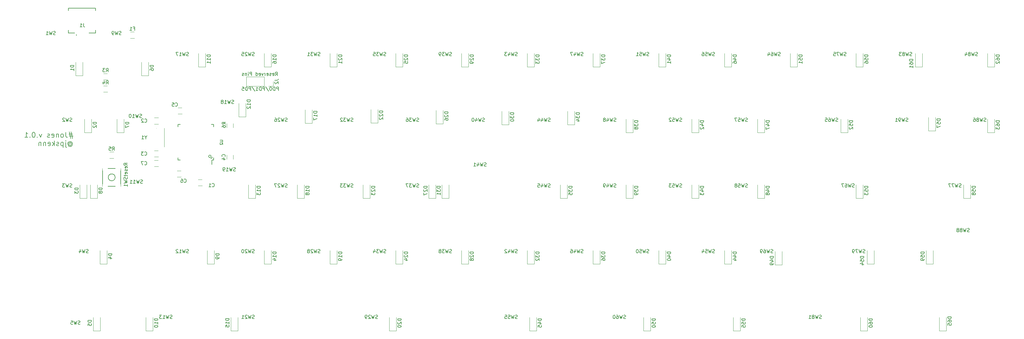
<source format=gbo>
G04 #@! TF.GenerationSoftware,KiCad,Pcbnew,(5.1.6-0-10_14)*
G04 #@! TF.CreationDate,2020-06-28T16:37:13+09:00*
G04 #@! TF.ProjectId,Jones,4a6f6e65-732e-46b6-9963-61645f706362,rev?*
G04 #@! TF.SameCoordinates,Original*
G04 #@! TF.FileFunction,Legend,Bot*
G04 #@! TF.FilePolarity,Positive*
%FSLAX46Y46*%
G04 Gerber Fmt 4.6, Leading zero omitted, Abs format (unit mm)*
G04 Created by KiCad (PCBNEW (5.1.6-0-10_14)) date 2020-06-28 16:37:13*
%MOMM*%
%LPD*%
G01*
G04 APERTURE LIST*
%ADD10C,0.200000*%
%ADD11C,0.120000*%
%ADD12C,0.150000*%
%ADD13C,0.127000*%
%ADD14C,2.501900*%
%ADD15C,0.000100*%
%ADD16C,1.187400*%
%ADD17C,7.401300*%
%ADD18C,7.400240*%
%ADD19C,1.400000*%
%ADD20R,2.950000X2.900000*%
%ADD21C,2.150000*%
%ADD22C,3.400000*%
%ADD23C,4.387800*%
%ADD24R,2.200000X2.500000*%
%ADD25R,1.600000X1.300000*%
%ADD26R,1.500000X2.200000*%
%ADD27C,2.400000*%
%ADD28R,2.400000X3.600000*%
%ADD29R,2.400000X2.400000*%
%ADD30C,2.650000*%
%ADD31C,3.448000*%
%ADD32C,4.400000*%
%ADD33C,2.600000*%
%ADD34R,0.950000X1.900000*%
%ADD35R,1.900000X0.950000*%
%ADD36R,0.900000X1.800000*%
%ADD37O,1.500000X2.600000*%
%ADD38R,2.750000X1.200000*%
%ADD39O,2.100000X2.100000*%
%ADD40R,2.100000X2.100000*%
G04 APERTURE END LIST*
D10*
X38090285Y-57914571D02*
X37018857Y-57914571D01*
X37661714Y-57271714D02*
X38090285Y-59200285D01*
X37161714Y-58557428D02*
X38233142Y-58557428D01*
X37590285Y-59200285D02*
X37161714Y-57271714D01*
X36090285Y-57414571D02*
X36090285Y-58486000D01*
X36161714Y-58700285D01*
X36304571Y-58843142D01*
X36518857Y-58914571D01*
X36661714Y-58914571D01*
X35161714Y-58914571D02*
X35304571Y-58843142D01*
X35376000Y-58771714D01*
X35447428Y-58628857D01*
X35447428Y-58200285D01*
X35376000Y-58057428D01*
X35304571Y-57986000D01*
X35161714Y-57914571D01*
X34947428Y-57914571D01*
X34804571Y-57986000D01*
X34733142Y-58057428D01*
X34661714Y-58200285D01*
X34661714Y-58628857D01*
X34733142Y-58771714D01*
X34804571Y-58843142D01*
X34947428Y-58914571D01*
X35161714Y-58914571D01*
X34018857Y-57914571D02*
X34018857Y-58914571D01*
X34018857Y-58057428D02*
X33947428Y-57986000D01*
X33804571Y-57914571D01*
X33590285Y-57914571D01*
X33447428Y-57986000D01*
X33376000Y-58128857D01*
X33376000Y-58914571D01*
X32090285Y-58843142D02*
X32233142Y-58914571D01*
X32518857Y-58914571D01*
X32661714Y-58843142D01*
X32733142Y-58700285D01*
X32733142Y-58128857D01*
X32661714Y-57986000D01*
X32518857Y-57914571D01*
X32233142Y-57914571D01*
X32090285Y-57986000D01*
X32018857Y-58128857D01*
X32018857Y-58271714D01*
X32733142Y-58414571D01*
X31447428Y-58843142D02*
X31304571Y-58914571D01*
X31018857Y-58914571D01*
X30876000Y-58843142D01*
X30804571Y-58700285D01*
X30804571Y-58628857D01*
X30876000Y-58486000D01*
X31018857Y-58414571D01*
X31233142Y-58414571D01*
X31376000Y-58343142D01*
X31447428Y-58200285D01*
X31447428Y-58128857D01*
X31376000Y-57986000D01*
X31233142Y-57914571D01*
X31018857Y-57914571D01*
X30876000Y-57986000D01*
X29161714Y-57914571D02*
X28804571Y-58914571D01*
X28447428Y-57914571D01*
X27876000Y-58771714D02*
X27804571Y-58843142D01*
X27876000Y-58914571D01*
X27947428Y-58843142D01*
X27876000Y-58771714D01*
X27876000Y-58914571D01*
X26876000Y-57414571D02*
X26733142Y-57414571D01*
X26590285Y-57486000D01*
X26518857Y-57557428D01*
X26447428Y-57700285D01*
X26376000Y-57986000D01*
X26376000Y-58343142D01*
X26447428Y-58628857D01*
X26518857Y-58771714D01*
X26590285Y-58843142D01*
X26733142Y-58914571D01*
X26876000Y-58914571D01*
X27018857Y-58843142D01*
X27090285Y-58771714D01*
X27161714Y-58628857D01*
X27233142Y-58343142D01*
X27233142Y-57986000D01*
X27161714Y-57700285D01*
X27090285Y-57557428D01*
X27018857Y-57486000D01*
X26876000Y-57414571D01*
X25733142Y-58771714D02*
X25661714Y-58843142D01*
X25733142Y-58914571D01*
X25804571Y-58843142D01*
X25733142Y-58771714D01*
X25733142Y-58914571D01*
X24233142Y-58914571D02*
X25090285Y-58914571D01*
X24661714Y-58914571D02*
X24661714Y-57414571D01*
X24804571Y-57628857D01*
X24947428Y-57771714D01*
X25090285Y-57843142D01*
X37090285Y-60650285D02*
X37161714Y-60578857D01*
X37304571Y-60507428D01*
X37447428Y-60507428D01*
X37590285Y-60578857D01*
X37661714Y-60650285D01*
X37733142Y-60793142D01*
X37733142Y-60936000D01*
X37661714Y-61078857D01*
X37590285Y-61150285D01*
X37447428Y-61221714D01*
X37304571Y-61221714D01*
X37161714Y-61150285D01*
X37090285Y-61078857D01*
X37090285Y-60507428D02*
X37090285Y-61078857D01*
X37018857Y-61150285D01*
X36947428Y-61150285D01*
X36804571Y-61078857D01*
X36733142Y-60936000D01*
X36733142Y-60578857D01*
X36876000Y-60364571D01*
X37090285Y-60221714D01*
X37376000Y-60150285D01*
X37661714Y-60221714D01*
X37876000Y-60364571D01*
X38018857Y-60578857D01*
X38090285Y-60864571D01*
X38018857Y-61150285D01*
X37876000Y-61364571D01*
X37661714Y-61507428D01*
X37376000Y-61578857D01*
X37090285Y-61507428D01*
X36876000Y-61364571D01*
X36090285Y-60364571D02*
X36090285Y-61650285D01*
X36161714Y-61793142D01*
X36304571Y-61864571D01*
X36376000Y-61864571D01*
X36090285Y-59864571D02*
X36161714Y-59936000D01*
X36090285Y-60007428D01*
X36018857Y-59936000D01*
X36090285Y-59864571D01*
X36090285Y-60007428D01*
X35376000Y-60364571D02*
X35376000Y-61864571D01*
X35376000Y-60436000D02*
X35233142Y-60364571D01*
X34947428Y-60364571D01*
X34804571Y-60436000D01*
X34733142Y-60507428D01*
X34661714Y-60650285D01*
X34661714Y-61078857D01*
X34733142Y-61221714D01*
X34804571Y-61293142D01*
X34947428Y-61364571D01*
X35233142Y-61364571D01*
X35376000Y-61293142D01*
X34090285Y-61293142D02*
X33947428Y-61364571D01*
X33661714Y-61364571D01*
X33518857Y-61293142D01*
X33447428Y-61150285D01*
X33447428Y-61078857D01*
X33518857Y-60936000D01*
X33661714Y-60864571D01*
X33876000Y-60864571D01*
X34018857Y-60793142D01*
X34090285Y-60650285D01*
X34090285Y-60578857D01*
X34018857Y-60436000D01*
X33876000Y-60364571D01*
X33661714Y-60364571D01*
X33518857Y-60436000D01*
X32804571Y-61364571D02*
X32804571Y-59864571D01*
X32661714Y-60793142D02*
X32233142Y-61364571D01*
X32233142Y-60364571D02*
X32804571Y-60936000D01*
X31018857Y-61293142D02*
X31161714Y-61364571D01*
X31447428Y-61364571D01*
X31590285Y-61293142D01*
X31661714Y-61150285D01*
X31661714Y-60578857D01*
X31590285Y-60436000D01*
X31447428Y-60364571D01*
X31161714Y-60364571D01*
X31018857Y-60436000D01*
X30947428Y-60578857D01*
X30947428Y-60721714D01*
X31661714Y-60864571D01*
X30304571Y-60364571D02*
X30304571Y-61364571D01*
X30304571Y-60507428D02*
X30233142Y-60436000D01*
X30090285Y-60364571D01*
X29876000Y-60364571D01*
X29733142Y-60436000D01*
X29661714Y-60578857D01*
X29661714Y-61364571D01*
X28947428Y-60364571D02*
X28947428Y-61364571D01*
X28947428Y-60507428D02*
X28876000Y-60436000D01*
X28733142Y-60364571D01*
X28518857Y-60364571D01*
X28376000Y-60436000D01*
X28304571Y-60578857D01*
X28304571Y-61364571D01*
D11*
X60132000Y-56253000D02*
X64632000Y-56253000D01*
X64632000Y-56253000D02*
X64632000Y-61653000D01*
X62984064Y-55037000D02*
X61779936Y-55037000D01*
X62984064Y-53217000D02*
X61779936Y-53217000D01*
X62984064Y-62742000D02*
X61779936Y-62742000D01*
X62984064Y-64562000D02*
X61779936Y-64562000D01*
X107451000Y-54853000D02*
X107451000Y-50953000D01*
X105451000Y-54853000D02*
X105451000Y-50953000D01*
X107451000Y-54853000D02*
X105451000Y-54853000D01*
X41030000Y-41010000D02*
X41030000Y-37110000D01*
X39030000Y-41010000D02*
X39030000Y-37110000D01*
X41030000Y-41010000D02*
X39030000Y-41010000D01*
X60080000Y-41010000D02*
X60080000Y-37110000D01*
X58080000Y-41010000D02*
X58080000Y-37110000D01*
X60080000Y-41010000D02*
X58080000Y-41010000D01*
X76590000Y-38470000D02*
X76590000Y-34570000D01*
X74590000Y-38470000D02*
X74590000Y-34570000D01*
X76590000Y-38470000D02*
X74590000Y-38470000D01*
X95640000Y-38470000D02*
X95640000Y-34570000D01*
X93640000Y-38470000D02*
X93640000Y-34570000D01*
X95640000Y-38470000D02*
X93640000Y-38470000D01*
X114690000Y-38470000D02*
X114690000Y-34570000D01*
X112690000Y-38470000D02*
X112690000Y-34570000D01*
X114690000Y-38470000D02*
X112690000Y-38470000D01*
X133740000Y-38470000D02*
X133740000Y-34570000D01*
X131740000Y-38470000D02*
X131740000Y-34570000D01*
X133740000Y-38470000D02*
X131740000Y-38470000D01*
X152790000Y-38470000D02*
X152790000Y-34570000D01*
X150790000Y-38470000D02*
X150790000Y-34570000D01*
X152790000Y-38470000D02*
X150790000Y-38470000D01*
X171840000Y-38470000D02*
X171840000Y-34570000D01*
X169840000Y-38470000D02*
X169840000Y-34570000D01*
X171840000Y-38470000D02*
X169840000Y-38470000D01*
X190890000Y-38470000D02*
X190890000Y-34570000D01*
X188890000Y-38470000D02*
X188890000Y-34570000D01*
X190890000Y-38470000D02*
X188890000Y-38470000D01*
X209940000Y-38470000D02*
X209940000Y-34570000D01*
X207940000Y-38470000D02*
X207940000Y-34570000D01*
X209940000Y-38470000D02*
X207940000Y-38470000D01*
X228990000Y-38470000D02*
X228990000Y-34570000D01*
X226990000Y-38470000D02*
X226990000Y-34570000D01*
X228990000Y-38470000D02*
X226990000Y-38470000D01*
X248040000Y-38470000D02*
X248040000Y-34570000D01*
X246040000Y-38470000D02*
X246040000Y-34570000D01*
X248040000Y-38470000D02*
X246040000Y-38470000D01*
X267090000Y-38470000D02*
X267090000Y-34570000D01*
X265090000Y-38470000D02*
X265090000Y-34570000D01*
X267090000Y-38470000D02*
X265090000Y-38470000D01*
X284235000Y-38470000D02*
X284235000Y-34570000D01*
X282235000Y-38470000D02*
X282235000Y-34570000D01*
X284235000Y-38470000D02*
X282235000Y-38470000D01*
X298205000Y-76570000D02*
X298205000Y-72670000D01*
X296205000Y-76570000D02*
X296205000Y-72670000D01*
X298205000Y-76570000D02*
X296205000Y-76570000D01*
X43570000Y-57520000D02*
X41570000Y-57520000D01*
X41570000Y-57520000D02*
X41570000Y-53620000D01*
X43570000Y-57520000D02*
X43570000Y-53620000D01*
X52968000Y-57520000D02*
X50968000Y-57520000D01*
X50968000Y-57520000D02*
X50968000Y-53620000D01*
X52968000Y-57520000D02*
X52968000Y-53620000D01*
X88274000Y-52948000D02*
X88274000Y-49048000D01*
X86274000Y-52948000D02*
X86274000Y-49048000D01*
X88274000Y-52948000D02*
X86274000Y-52948000D01*
X126501000Y-54726000D02*
X124501000Y-54726000D01*
X124501000Y-54726000D02*
X124501000Y-50826000D01*
X126501000Y-54726000D02*
X126501000Y-50826000D01*
X145424000Y-54980000D02*
X145424000Y-51080000D01*
X143424000Y-54980000D02*
X143424000Y-51080000D01*
X145424000Y-54980000D02*
X143424000Y-54980000D01*
X164474000Y-55234000D02*
X164474000Y-51334000D01*
X162474000Y-55234000D02*
X162474000Y-51334000D01*
X164474000Y-55234000D02*
X162474000Y-55234000D01*
X183524000Y-55234000D02*
X183524000Y-51334000D01*
X181524000Y-55234000D02*
X181524000Y-51334000D01*
X183524000Y-55234000D02*
X181524000Y-55234000D01*
X200415000Y-57520000D02*
X200415000Y-53620000D01*
X198415000Y-57520000D02*
X198415000Y-53620000D01*
X200415000Y-57520000D02*
X198415000Y-57520000D01*
X219465000Y-57520000D02*
X219465000Y-53620000D01*
X217465000Y-57520000D02*
X217465000Y-53620000D01*
X219465000Y-57520000D02*
X217465000Y-57520000D01*
X238515000Y-57520000D02*
X238515000Y-53620000D01*
X236515000Y-57520000D02*
X236515000Y-53620000D01*
X238515000Y-57520000D02*
X236515000Y-57520000D01*
X262645000Y-57520000D02*
X262645000Y-53620000D01*
X260645000Y-57520000D02*
X260645000Y-53620000D01*
X262645000Y-57520000D02*
X260645000Y-57520000D01*
X288045000Y-57012000D02*
X288045000Y-53112000D01*
X286045000Y-57012000D02*
X286045000Y-53112000D01*
X288045000Y-57012000D02*
X286045000Y-57012000D01*
X305190000Y-38470000D02*
X305190000Y-34570000D01*
X303190000Y-38470000D02*
X303190000Y-34570000D01*
X305190000Y-38470000D02*
X303190000Y-38470000D01*
X42173000Y-76570000D02*
X42173000Y-72670000D01*
X40173000Y-76570000D02*
X40173000Y-72670000D01*
X42173000Y-76570000D02*
X40173000Y-76570000D01*
X45221000Y-76570000D02*
X45221000Y-72670000D01*
X43221000Y-76570000D02*
X43221000Y-72670000D01*
X45221000Y-76570000D02*
X43221000Y-76570000D01*
X91068000Y-76570000D02*
X91068000Y-72670000D01*
X89068000Y-76570000D02*
X89068000Y-72670000D01*
X91068000Y-76570000D02*
X89068000Y-76570000D01*
X105165000Y-76570000D02*
X105165000Y-72670000D01*
X103165000Y-76570000D02*
X103165000Y-72670000D01*
X105165000Y-76570000D02*
X103165000Y-76570000D01*
X124215000Y-76570000D02*
X122215000Y-76570000D01*
X122215000Y-76570000D02*
X122215000Y-72670000D01*
X124215000Y-76570000D02*
X124215000Y-72670000D01*
X143265000Y-76570000D02*
X141265000Y-76570000D01*
X141265000Y-76570000D02*
X141265000Y-72670000D01*
X143265000Y-76570000D02*
X143265000Y-72670000D01*
X147075000Y-76570000D02*
X145075000Y-76570000D01*
X145075000Y-76570000D02*
X145075000Y-72670000D01*
X147075000Y-76570000D02*
X147075000Y-72670000D01*
X181365000Y-76570000D02*
X179365000Y-76570000D01*
X179365000Y-76570000D02*
X179365000Y-72670000D01*
X181365000Y-76570000D02*
X181365000Y-72670000D01*
X200415000Y-76570000D02*
X198415000Y-76570000D01*
X198415000Y-76570000D02*
X198415000Y-72670000D01*
X200415000Y-76570000D02*
X200415000Y-72670000D01*
X219465000Y-76570000D02*
X217465000Y-76570000D01*
X217465000Y-76570000D02*
X217465000Y-72670000D01*
X219465000Y-76570000D02*
X219465000Y-72670000D01*
X238515000Y-76570000D02*
X236515000Y-76570000D01*
X236515000Y-76570000D02*
X236515000Y-72670000D01*
X238515000Y-76570000D02*
X238515000Y-72670000D01*
X267090000Y-76570000D02*
X265090000Y-76570000D01*
X265090000Y-76570000D02*
X265090000Y-72670000D01*
X267090000Y-76570000D02*
X267090000Y-72670000D01*
X305190000Y-57520000D02*
X303190000Y-57520000D01*
X303190000Y-57520000D02*
X303190000Y-53620000D01*
X305190000Y-57520000D02*
X305190000Y-53620000D01*
X48015000Y-95620000D02*
X46015000Y-95620000D01*
X46015000Y-95620000D02*
X46015000Y-91720000D01*
X48015000Y-95620000D02*
X48015000Y-91720000D01*
X79130000Y-95620000D02*
X77130000Y-95620000D01*
X77130000Y-95620000D02*
X77130000Y-91720000D01*
X79130000Y-95620000D02*
X79130000Y-91720000D01*
X95640000Y-95620000D02*
X93640000Y-95620000D01*
X93640000Y-95620000D02*
X93640000Y-91720000D01*
X95640000Y-95620000D02*
X95640000Y-91720000D01*
X114690000Y-95620000D02*
X112690000Y-95620000D01*
X112690000Y-95620000D02*
X112690000Y-91720000D01*
X114690000Y-95620000D02*
X114690000Y-91720000D01*
X133740000Y-95620000D02*
X131740000Y-95620000D01*
X131740000Y-95620000D02*
X131740000Y-91720000D01*
X133740000Y-95620000D02*
X133740000Y-91720000D01*
X152790000Y-95620000D02*
X150790000Y-95620000D01*
X150790000Y-95620000D02*
X150790000Y-91720000D01*
X152790000Y-95620000D02*
X152790000Y-91720000D01*
X171840000Y-95620000D02*
X169840000Y-95620000D01*
X169840000Y-95620000D02*
X169840000Y-91720000D01*
X171840000Y-95620000D02*
X171840000Y-91720000D01*
X190890000Y-95620000D02*
X188890000Y-95620000D01*
X188890000Y-95620000D02*
X188890000Y-91720000D01*
X190890000Y-95620000D02*
X190890000Y-91720000D01*
X209940000Y-95620000D02*
X207940000Y-95620000D01*
X207940000Y-95620000D02*
X207940000Y-91720000D01*
X209940000Y-95620000D02*
X209940000Y-91720000D01*
X228990000Y-95620000D02*
X226990000Y-95620000D01*
X226990000Y-95620000D02*
X226990000Y-91720000D01*
X228990000Y-95620000D02*
X228990000Y-91720000D01*
X243595000Y-95874000D02*
X241595000Y-95874000D01*
X241595000Y-95874000D02*
X241595000Y-91974000D01*
X243595000Y-95874000D02*
X243595000Y-91974000D01*
X270265000Y-95620000D02*
X268265000Y-95620000D01*
X268265000Y-95620000D02*
X268265000Y-91720000D01*
X270265000Y-95620000D02*
X270265000Y-91720000D01*
X287410000Y-95620000D02*
X285410000Y-95620000D01*
X285410000Y-95620000D02*
X285410000Y-91720000D01*
X287410000Y-95620000D02*
X287410000Y-91720000D01*
X46110000Y-114987500D02*
X44110000Y-114987500D01*
X44110000Y-114987500D02*
X44110000Y-111087500D01*
X46110000Y-114987500D02*
X46110000Y-111087500D01*
X61350000Y-114987500D02*
X59350000Y-114987500D01*
X59350000Y-114987500D02*
X59350000Y-111087500D01*
X61350000Y-114987500D02*
X61350000Y-111087500D01*
X85956250Y-114987500D02*
X83956250Y-114987500D01*
X83956250Y-114987500D02*
X83956250Y-111087500D01*
X85956250Y-114987500D02*
X85956250Y-111087500D01*
X131835000Y-114987500D02*
X129835000Y-114987500D01*
X129835000Y-114987500D02*
X129835000Y-111087500D01*
X131835000Y-114987500D02*
X131835000Y-111087500D01*
X172475000Y-114987500D02*
X170475000Y-114987500D01*
X170475000Y-114987500D02*
X170475000Y-111087500D01*
X172475000Y-114987500D02*
X172475000Y-111087500D01*
X268360000Y-114987500D02*
X266360000Y-114987500D01*
X266360000Y-114987500D02*
X266360000Y-111087500D01*
X268360000Y-114987500D02*
X268360000Y-111087500D01*
X291220000Y-114987500D02*
X291220000Y-111087500D01*
X289220000Y-114987500D02*
X289220000Y-111087500D01*
X291220000Y-114987500D02*
X289220000Y-114987500D01*
X55999064Y-28325000D02*
X54794936Y-28325000D01*
X55999064Y-30145000D02*
X54794936Y-30145000D01*
D12*
X46828000Y-67910000D02*
X46828000Y-73110000D01*
X46828000Y-73110000D02*
X52028000Y-73110000D01*
X52028000Y-73110000D02*
X52028000Y-67910000D01*
X52028000Y-67910000D02*
X46828000Y-67910000D01*
X50428000Y-70510000D02*
G75*
G03*
X50428000Y-70510000I-1000000J0D01*
G01*
D11*
X205495000Y-114987500D02*
X203495000Y-114987500D01*
X203495000Y-114987500D02*
X203495000Y-111087500D01*
X205495000Y-114987500D02*
X205495000Y-111087500D01*
X231530000Y-114987500D02*
X231530000Y-111087500D01*
X229530000Y-114987500D02*
X229530000Y-111087500D01*
X231530000Y-114987500D02*
X229530000Y-114987500D01*
D12*
X78235210Y-64414000D02*
G75*
G03*
X78235210Y-64414000I-359210J0D01*
G01*
X77876000Y-65430000D02*
X78892000Y-64414000D01*
X78987000Y-65525000D02*
X78412000Y-65525000D01*
X78987000Y-55175000D02*
X78312000Y-55175000D01*
X68637000Y-55175000D02*
X69312000Y-55175000D01*
X68637000Y-65525000D02*
X69312000Y-65525000D01*
X78987000Y-65525000D02*
X78987000Y-64850000D01*
X68637000Y-65525000D02*
X68637000Y-64850000D01*
X68637000Y-55175000D02*
X68637000Y-55850000D01*
X78987000Y-55175000D02*
X78987000Y-55850000D01*
X78412000Y-65525000D02*
X78412000Y-66800000D01*
D11*
X74479936Y-72944000D02*
X75684064Y-72944000D01*
X74479936Y-71124000D02*
X75684064Y-71124000D01*
X84628000Y-64065936D02*
X84628000Y-65270064D01*
X82808000Y-64065936D02*
X82808000Y-65270064D01*
X68637936Y-52116000D02*
X69842064Y-52116000D01*
X68637936Y-50296000D02*
X69842064Y-50296000D01*
X68383936Y-70404000D02*
X69588064Y-70404000D01*
X68383936Y-68584000D02*
X69588064Y-68584000D01*
X62984064Y-67356000D02*
X61779936Y-67356000D01*
X62984064Y-65536000D02*
X61779936Y-65536000D01*
X48252064Y-42210000D02*
X47047936Y-42210000D01*
X48252064Y-40390000D02*
X47047936Y-40390000D01*
X48252064Y-43946000D02*
X47047936Y-43946000D01*
X48252064Y-45766000D02*
X47047936Y-45766000D01*
X50030064Y-63123000D02*
X48825936Y-63123000D01*
X50030064Y-64943000D02*
X48825936Y-64943000D01*
X82808000Y-56126064D02*
X82808000Y-54921936D01*
X84628000Y-56126064D02*
X84628000Y-54921936D01*
D10*
X39292000Y-29246000D02*
G75*
G03*
X39292000Y-29246000I-100000J0D01*
G01*
D13*
X44742000Y-22176000D02*
X44742000Y-21496000D01*
X36842000Y-21496000D02*
X36842000Y-22176000D01*
X44742000Y-21496000D02*
X36842000Y-21496000D01*
X44742000Y-28696000D02*
X44742000Y-27816000D01*
X36842000Y-28696000D02*
X44742000Y-28696000D01*
X36842000Y-27816000D02*
X36842000Y-28696000D01*
D11*
X96224000Y-44027000D02*
X96224000Y-42697000D01*
X94894000Y-44027000D02*
X96224000Y-44027000D01*
X93624000Y-44027000D02*
X93624000Y-41367000D01*
X93624000Y-41367000D02*
X88484000Y-41367000D01*
X93624000Y-44027000D02*
X88484000Y-44027000D01*
X88484000Y-44027000D02*
X88484000Y-41367000D01*
D12*
X52158333Y-29131801D02*
X52015476Y-29179420D01*
X51777380Y-29179420D01*
X51682142Y-29131801D01*
X51634523Y-29084182D01*
X51586904Y-28988944D01*
X51586904Y-28893706D01*
X51634523Y-28798468D01*
X51682142Y-28750849D01*
X51777380Y-28703230D01*
X51967857Y-28655611D01*
X52063095Y-28607992D01*
X52110714Y-28560373D01*
X52158333Y-28465135D01*
X52158333Y-28369897D01*
X52110714Y-28274659D01*
X52063095Y-28227040D01*
X51967857Y-28179420D01*
X51729761Y-28179420D01*
X51586904Y-28227040D01*
X51253571Y-28179420D02*
X51015476Y-29179420D01*
X50825000Y-28465135D01*
X50634523Y-29179420D01*
X50396428Y-28179420D01*
X49967857Y-29179420D02*
X49777380Y-29179420D01*
X49682142Y-29131801D01*
X49634523Y-29084182D01*
X49539285Y-28941325D01*
X49491666Y-28750849D01*
X49491666Y-28369897D01*
X49539285Y-28274659D01*
X49586904Y-28227040D01*
X49682142Y-28179420D01*
X49872619Y-28179420D01*
X49967857Y-28227040D01*
X50015476Y-28274659D01*
X50063095Y-28369897D01*
X50063095Y-28607992D01*
X50015476Y-28703230D01*
X49967857Y-28750849D01*
X49872619Y-28798468D01*
X49682142Y-28798468D01*
X49586904Y-28750849D01*
X49539285Y-28703230D01*
X49491666Y-28607992D01*
X59302190Y-58929190D02*
X59302190Y-59405380D01*
X59635523Y-58405380D02*
X59302190Y-58929190D01*
X58968857Y-58405380D01*
X58111714Y-59405380D02*
X58683142Y-59405380D01*
X58397428Y-59405380D02*
X58397428Y-58405380D01*
X58492666Y-58548238D01*
X58587904Y-58643476D01*
X58683142Y-58691095D01*
X58992666Y-54484142D02*
X59040285Y-54531761D01*
X59183142Y-54579380D01*
X59278380Y-54579380D01*
X59421238Y-54531761D01*
X59516476Y-54436523D01*
X59564095Y-54341285D01*
X59611714Y-54150809D01*
X59611714Y-54007952D01*
X59564095Y-53817476D01*
X59516476Y-53722238D01*
X59421238Y-53627000D01*
X59278380Y-53579380D01*
X59183142Y-53579380D01*
X59040285Y-53627000D01*
X58992666Y-53674619D01*
X58611714Y-53674619D02*
X58564095Y-53627000D01*
X58468857Y-53579380D01*
X58230761Y-53579380D01*
X58135523Y-53627000D01*
X58087904Y-53674619D01*
X58040285Y-53769857D01*
X58040285Y-53865095D01*
X58087904Y-54007952D01*
X58659333Y-54579380D01*
X58040285Y-54579380D01*
X58992666Y-64009142D02*
X59040285Y-64056761D01*
X59183142Y-64104380D01*
X59278380Y-64104380D01*
X59421238Y-64056761D01*
X59516476Y-63961523D01*
X59564095Y-63866285D01*
X59611714Y-63675809D01*
X59611714Y-63532952D01*
X59564095Y-63342476D01*
X59516476Y-63247238D01*
X59421238Y-63152000D01*
X59278380Y-63104380D01*
X59183142Y-63104380D01*
X59040285Y-63152000D01*
X58992666Y-63199619D01*
X58659333Y-63104380D02*
X58040285Y-63104380D01*
X58373619Y-63485333D01*
X58230761Y-63485333D01*
X58135523Y-63532952D01*
X58087904Y-63580571D01*
X58040285Y-63675809D01*
X58040285Y-63913904D01*
X58087904Y-64009142D01*
X58135523Y-64056761D01*
X58230761Y-64104380D01*
X58516476Y-64104380D01*
X58611714Y-64056761D01*
X58659333Y-64009142D01*
X108903380Y-51388714D02*
X107903380Y-51388714D01*
X107903380Y-51626809D01*
X107951000Y-51769666D01*
X108046238Y-51864904D01*
X108141476Y-51912523D01*
X108331952Y-51960142D01*
X108474809Y-51960142D01*
X108665285Y-51912523D01*
X108760523Y-51864904D01*
X108855761Y-51769666D01*
X108903380Y-51626809D01*
X108903380Y-51388714D01*
X108903380Y-52912523D02*
X108903380Y-52341095D01*
X108903380Y-52626809D02*
X107903380Y-52626809D01*
X108046238Y-52531571D01*
X108141476Y-52436333D01*
X108189095Y-52341095D01*
X107903380Y-53245857D02*
X107903380Y-53912523D01*
X108903380Y-53483952D01*
X38450380Y-38021904D02*
X37450380Y-38021904D01*
X37450380Y-38260000D01*
X37498000Y-38402857D01*
X37593238Y-38498095D01*
X37688476Y-38545714D01*
X37878952Y-38593333D01*
X38021809Y-38593333D01*
X38212285Y-38545714D01*
X38307523Y-38498095D01*
X38402761Y-38402857D01*
X38450380Y-38260000D01*
X38450380Y-38021904D01*
X38450380Y-39545714D02*
X38450380Y-38974285D01*
X38450380Y-39260000D02*
X37450380Y-39260000D01*
X37593238Y-39164761D01*
X37688476Y-39069523D01*
X37736095Y-38974285D01*
X61532380Y-38021904D02*
X60532380Y-38021904D01*
X60532380Y-38260000D01*
X60580000Y-38402857D01*
X60675238Y-38498095D01*
X60770476Y-38545714D01*
X60960952Y-38593333D01*
X61103809Y-38593333D01*
X61294285Y-38545714D01*
X61389523Y-38498095D01*
X61484761Y-38402857D01*
X61532380Y-38260000D01*
X61532380Y-38021904D01*
X60532380Y-39450476D02*
X60532380Y-39260000D01*
X60580000Y-39164761D01*
X60627619Y-39117142D01*
X60770476Y-39021904D01*
X60960952Y-38974285D01*
X61341904Y-38974285D01*
X61437142Y-39021904D01*
X61484761Y-39069523D01*
X61532380Y-39164761D01*
X61532380Y-39355238D01*
X61484761Y-39450476D01*
X61437142Y-39498095D01*
X61341904Y-39545714D01*
X61103809Y-39545714D01*
X61008571Y-39498095D01*
X60960952Y-39450476D01*
X60913333Y-39355238D01*
X60913333Y-39164761D01*
X60960952Y-39069523D01*
X61008571Y-39021904D01*
X61103809Y-38974285D01*
X78042380Y-35005714D02*
X77042380Y-35005714D01*
X77042380Y-35243809D01*
X77090000Y-35386666D01*
X77185238Y-35481904D01*
X77280476Y-35529523D01*
X77470952Y-35577142D01*
X77613809Y-35577142D01*
X77804285Y-35529523D01*
X77899523Y-35481904D01*
X77994761Y-35386666D01*
X78042380Y-35243809D01*
X78042380Y-35005714D01*
X78042380Y-36529523D02*
X78042380Y-35958095D01*
X78042380Y-36243809D02*
X77042380Y-36243809D01*
X77185238Y-36148571D01*
X77280476Y-36053333D01*
X77328095Y-35958095D01*
X78042380Y-37481904D02*
X78042380Y-36910476D01*
X78042380Y-37196190D02*
X77042380Y-37196190D01*
X77185238Y-37100952D01*
X77280476Y-37005714D01*
X77328095Y-36910476D01*
X97092380Y-35005714D02*
X96092380Y-35005714D01*
X96092380Y-35243809D01*
X96140000Y-35386666D01*
X96235238Y-35481904D01*
X96330476Y-35529523D01*
X96520952Y-35577142D01*
X96663809Y-35577142D01*
X96854285Y-35529523D01*
X96949523Y-35481904D01*
X97044761Y-35386666D01*
X97092380Y-35243809D01*
X97092380Y-35005714D01*
X97092380Y-36529523D02*
X97092380Y-35958095D01*
X97092380Y-36243809D02*
X96092380Y-36243809D01*
X96235238Y-36148571D01*
X96330476Y-36053333D01*
X96378095Y-35958095D01*
X96092380Y-37386666D02*
X96092380Y-37196190D01*
X96140000Y-37100952D01*
X96187619Y-37053333D01*
X96330476Y-36958095D01*
X96520952Y-36910476D01*
X96901904Y-36910476D01*
X96997142Y-36958095D01*
X97044761Y-37005714D01*
X97092380Y-37100952D01*
X97092380Y-37291428D01*
X97044761Y-37386666D01*
X96997142Y-37434285D01*
X96901904Y-37481904D01*
X96663809Y-37481904D01*
X96568571Y-37434285D01*
X96520952Y-37386666D01*
X96473333Y-37291428D01*
X96473333Y-37100952D01*
X96520952Y-37005714D01*
X96568571Y-36958095D01*
X96663809Y-36910476D01*
X116142380Y-35005714D02*
X115142380Y-35005714D01*
X115142380Y-35243809D01*
X115190000Y-35386666D01*
X115285238Y-35481904D01*
X115380476Y-35529523D01*
X115570952Y-35577142D01*
X115713809Y-35577142D01*
X115904285Y-35529523D01*
X115999523Y-35481904D01*
X116094761Y-35386666D01*
X116142380Y-35243809D01*
X116142380Y-35005714D01*
X115237619Y-35958095D02*
X115190000Y-36005714D01*
X115142380Y-36100952D01*
X115142380Y-36339047D01*
X115190000Y-36434285D01*
X115237619Y-36481904D01*
X115332857Y-36529523D01*
X115428095Y-36529523D01*
X115570952Y-36481904D01*
X116142380Y-35910476D01*
X116142380Y-36529523D01*
X116142380Y-37481904D02*
X116142380Y-36910476D01*
X116142380Y-37196190D02*
X115142380Y-37196190D01*
X115285238Y-37100952D01*
X115380476Y-37005714D01*
X115428095Y-36910476D01*
X135192380Y-35005714D02*
X134192380Y-35005714D01*
X134192380Y-35243809D01*
X134240000Y-35386666D01*
X134335238Y-35481904D01*
X134430476Y-35529523D01*
X134620952Y-35577142D01*
X134763809Y-35577142D01*
X134954285Y-35529523D01*
X135049523Y-35481904D01*
X135144761Y-35386666D01*
X135192380Y-35243809D01*
X135192380Y-35005714D01*
X134287619Y-35958095D02*
X134240000Y-36005714D01*
X134192380Y-36100952D01*
X134192380Y-36339047D01*
X134240000Y-36434285D01*
X134287619Y-36481904D01*
X134382857Y-36529523D01*
X134478095Y-36529523D01*
X134620952Y-36481904D01*
X135192380Y-35910476D01*
X135192380Y-36529523D01*
X134192380Y-37434285D02*
X134192380Y-36958095D01*
X134668571Y-36910476D01*
X134620952Y-36958095D01*
X134573333Y-37053333D01*
X134573333Y-37291428D01*
X134620952Y-37386666D01*
X134668571Y-37434285D01*
X134763809Y-37481904D01*
X135001904Y-37481904D01*
X135097142Y-37434285D01*
X135144761Y-37386666D01*
X135192380Y-37291428D01*
X135192380Y-37053333D01*
X135144761Y-36958095D01*
X135097142Y-36910476D01*
X154242380Y-35005714D02*
X153242380Y-35005714D01*
X153242380Y-35243809D01*
X153290000Y-35386666D01*
X153385238Y-35481904D01*
X153480476Y-35529523D01*
X153670952Y-35577142D01*
X153813809Y-35577142D01*
X154004285Y-35529523D01*
X154099523Y-35481904D01*
X154194761Y-35386666D01*
X154242380Y-35243809D01*
X154242380Y-35005714D01*
X153337619Y-35958095D02*
X153290000Y-36005714D01*
X153242380Y-36100952D01*
X153242380Y-36339047D01*
X153290000Y-36434285D01*
X153337619Y-36481904D01*
X153432857Y-36529523D01*
X153528095Y-36529523D01*
X153670952Y-36481904D01*
X154242380Y-35910476D01*
X154242380Y-36529523D01*
X154242380Y-37005714D02*
X154242380Y-37196190D01*
X154194761Y-37291428D01*
X154147142Y-37339047D01*
X154004285Y-37434285D01*
X153813809Y-37481904D01*
X153432857Y-37481904D01*
X153337619Y-37434285D01*
X153290000Y-37386666D01*
X153242380Y-37291428D01*
X153242380Y-37100952D01*
X153290000Y-37005714D01*
X153337619Y-36958095D01*
X153432857Y-36910476D01*
X153670952Y-36910476D01*
X153766190Y-36958095D01*
X153813809Y-37005714D01*
X153861428Y-37100952D01*
X153861428Y-37291428D01*
X153813809Y-37386666D01*
X153766190Y-37434285D01*
X153670952Y-37481904D01*
X173292380Y-35005714D02*
X172292380Y-35005714D01*
X172292380Y-35243809D01*
X172340000Y-35386666D01*
X172435238Y-35481904D01*
X172530476Y-35529523D01*
X172720952Y-35577142D01*
X172863809Y-35577142D01*
X173054285Y-35529523D01*
X173149523Y-35481904D01*
X173244761Y-35386666D01*
X173292380Y-35243809D01*
X173292380Y-35005714D01*
X172292380Y-35910476D02*
X172292380Y-36529523D01*
X172673333Y-36196190D01*
X172673333Y-36339047D01*
X172720952Y-36434285D01*
X172768571Y-36481904D01*
X172863809Y-36529523D01*
X173101904Y-36529523D01*
X173197142Y-36481904D01*
X173244761Y-36434285D01*
X173292380Y-36339047D01*
X173292380Y-36053333D01*
X173244761Y-35958095D01*
X173197142Y-35910476D01*
X172292380Y-36862857D02*
X172292380Y-37481904D01*
X172673333Y-37148571D01*
X172673333Y-37291428D01*
X172720952Y-37386666D01*
X172768571Y-37434285D01*
X172863809Y-37481904D01*
X173101904Y-37481904D01*
X173197142Y-37434285D01*
X173244761Y-37386666D01*
X173292380Y-37291428D01*
X173292380Y-37005714D01*
X173244761Y-36910476D01*
X173197142Y-36862857D01*
X192342380Y-35005714D02*
X191342380Y-35005714D01*
X191342380Y-35243809D01*
X191390000Y-35386666D01*
X191485238Y-35481904D01*
X191580476Y-35529523D01*
X191770952Y-35577142D01*
X191913809Y-35577142D01*
X192104285Y-35529523D01*
X192199523Y-35481904D01*
X192294761Y-35386666D01*
X192342380Y-35243809D01*
X192342380Y-35005714D01*
X191342380Y-35910476D02*
X191342380Y-36529523D01*
X191723333Y-36196190D01*
X191723333Y-36339047D01*
X191770952Y-36434285D01*
X191818571Y-36481904D01*
X191913809Y-36529523D01*
X192151904Y-36529523D01*
X192247142Y-36481904D01*
X192294761Y-36434285D01*
X192342380Y-36339047D01*
X192342380Y-36053333D01*
X192294761Y-35958095D01*
X192247142Y-35910476D01*
X191342380Y-36862857D02*
X191342380Y-37529523D01*
X192342380Y-37100952D01*
X211392380Y-35005714D02*
X210392380Y-35005714D01*
X210392380Y-35243809D01*
X210440000Y-35386666D01*
X210535238Y-35481904D01*
X210630476Y-35529523D01*
X210820952Y-35577142D01*
X210963809Y-35577142D01*
X211154285Y-35529523D01*
X211249523Y-35481904D01*
X211344761Y-35386666D01*
X211392380Y-35243809D01*
X211392380Y-35005714D01*
X210725714Y-36434285D02*
X211392380Y-36434285D01*
X210344761Y-36196190D02*
X211059047Y-35958095D01*
X211059047Y-36577142D01*
X211392380Y-37481904D02*
X211392380Y-36910476D01*
X211392380Y-37196190D02*
X210392380Y-37196190D01*
X210535238Y-37100952D01*
X210630476Y-37005714D01*
X210678095Y-36910476D01*
X230442380Y-35005714D02*
X229442380Y-35005714D01*
X229442380Y-35243809D01*
X229490000Y-35386666D01*
X229585238Y-35481904D01*
X229680476Y-35529523D01*
X229870952Y-35577142D01*
X230013809Y-35577142D01*
X230204285Y-35529523D01*
X230299523Y-35481904D01*
X230394761Y-35386666D01*
X230442380Y-35243809D01*
X230442380Y-35005714D01*
X229775714Y-36434285D02*
X230442380Y-36434285D01*
X229394761Y-36196190D02*
X230109047Y-35958095D01*
X230109047Y-36577142D01*
X229442380Y-37386666D02*
X229442380Y-37196190D01*
X229490000Y-37100952D01*
X229537619Y-37053333D01*
X229680476Y-36958095D01*
X229870952Y-36910476D01*
X230251904Y-36910476D01*
X230347142Y-36958095D01*
X230394761Y-37005714D01*
X230442380Y-37100952D01*
X230442380Y-37291428D01*
X230394761Y-37386666D01*
X230347142Y-37434285D01*
X230251904Y-37481904D01*
X230013809Y-37481904D01*
X229918571Y-37434285D01*
X229870952Y-37386666D01*
X229823333Y-37291428D01*
X229823333Y-37100952D01*
X229870952Y-37005714D01*
X229918571Y-36958095D01*
X230013809Y-36910476D01*
X249492380Y-35005714D02*
X248492380Y-35005714D01*
X248492380Y-35243809D01*
X248540000Y-35386666D01*
X248635238Y-35481904D01*
X248730476Y-35529523D01*
X248920952Y-35577142D01*
X249063809Y-35577142D01*
X249254285Y-35529523D01*
X249349523Y-35481904D01*
X249444761Y-35386666D01*
X249492380Y-35243809D01*
X249492380Y-35005714D01*
X248492380Y-36481904D02*
X248492380Y-36005714D01*
X248968571Y-35958095D01*
X248920952Y-36005714D01*
X248873333Y-36100952D01*
X248873333Y-36339047D01*
X248920952Y-36434285D01*
X248968571Y-36481904D01*
X249063809Y-36529523D01*
X249301904Y-36529523D01*
X249397142Y-36481904D01*
X249444761Y-36434285D01*
X249492380Y-36339047D01*
X249492380Y-36100952D01*
X249444761Y-36005714D01*
X249397142Y-35958095D01*
X249492380Y-37481904D02*
X249492380Y-36910476D01*
X249492380Y-37196190D02*
X248492380Y-37196190D01*
X248635238Y-37100952D01*
X248730476Y-37005714D01*
X248778095Y-36910476D01*
X268542380Y-35005714D02*
X267542380Y-35005714D01*
X267542380Y-35243809D01*
X267590000Y-35386666D01*
X267685238Y-35481904D01*
X267780476Y-35529523D01*
X267970952Y-35577142D01*
X268113809Y-35577142D01*
X268304285Y-35529523D01*
X268399523Y-35481904D01*
X268494761Y-35386666D01*
X268542380Y-35243809D01*
X268542380Y-35005714D01*
X267542380Y-36481904D02*
X267542380Y-36005714D01*
X268018571Y-35958095D01*
X267970952Y-36005714D01*
X267923333Y-36100952D01*
X267923333Y-36339047D01*
X267970952Y-36434285D01*
X268018571Y-36481904D01*
X268113809Y-36529523D01*
X268351904Y-36529523D01*
X268447142Y-36481904D01*
X268494761Y-36434285D01*
X268542380Y-36339047D01*
X268542380Y-36100952D01*
X268494761Y-36005714D01*
X268447142Y-35958095D01*
X267542380Y-37386666D02*
X267542380Y-37196190D01*
X267590000Y-37100952D01*
X267637619Y-37053333D01*
X267780476Y-36958095D01*
X267970952Y-36910476D01*
X268351904Y-36910476D01*
X268447142Y-36958095D01*
X268494761Y-37005714D01*
X268542380Y-37100952D01*
X268542380Y-37291428D01*
X268494761Y-37386666D01*
X268447142Y-37434285D01*
X268351904Y-37481904D01*
X268113809Y-37481904D01*
X268018571Y-37434285D01*
X267970952Y-37386666D01*
X267923333Y-37291428D01*
X267923333Y-37100952D01*
X267970952Y-37005714D01*
X268018571Y-36958095D01*
X268113809Y-36910476D01*
X281528380Y-36275714D02*
X280528380Y-36275714D01*
X280528380Y-36513809D01*
X280576000Y-36656666D01*
X280671238Y-36751904D01*
X280766476Y-36799523D01*
X280956952Y-36847142D01*
X281099809Y-36847142D01*
X281290285Y-36799523D01*
X281385523Y-36751904D01*
X281480761Y-36656666D01*
X281528380Y-36513809D01*
X281528380Y-36275714D01*
X280528380Y-37704285D02*
X280528380Y-37513809D01*
X280576000Y-37418571D01*
X280623619Y-37370952D01*
X280766476Y-37275714D01*
X280956952Y-37228095D01*
X281337904Y-37228095D01*
X281433142Y-37275714D01*
X281480761Y-37323333D01*
X281528380Y-37418571D01*
X281528380Y-37609047D01*
X281480761Y-37704285D01*
X281433142Y-37751904D01*
X281337904Y-37799523D01*
X281099809Y-37799523D01*
X281004571Y-37751904D01*
X280956952Y-37704285D01*
X280909333Y-37609047D01*
X280909333Y-37418571D01*
X280956952Y-37323333D01*
X281004571Y-37275714D01*
X281099809Y-37228095D01*
X281528380Y-38751904D02*
X281528380Y-38180476D01*
X281528380Y-38466190D02*
X280528380Y-38466190D01*
X280671238Y-38370952D01*
X280766476Y-38275714D01*
X280814095Y-38180476D01*
X299657380Y-73105714D02*
X298657380Y-73105714D01*
X298657380Y-73343809D01*
X298705000Y-73486666D01*
X298800238Y-73581904D01*
X298895476Y-73629523D01*
X299085952Y-73677142D01*
X299228809Y-73677142D01*
X299419285Y-73629523D01*
X299514523Y-73581904D01*
X299609761Y-73486666D01*
X299657380Y-73343809D01*
X299657380Y-73105714D01*
X298657380Y-74581904D02*
X298657380Y-74105714D01*
X299133571Y-74058095D01*
X299085952Y-74105714D01*
X299038333Y-74200952D01*
X299038333Y-74439047D01*
X299085952Y-74534285D01*
X299133571Y-74581904D01*
X299228809Y-74629523D01*
X299466904Y-74629523D01*
X299562142Y-74581904D01*
X299609761Y-74534285D01*
X299657380Y-74439047D01*
X299657380Y-74200952D01*
X299609761Y-74105714D01*
X299562142Y-74058095D01*
X299085952Y-75200952D02*
X299038333Y-75105714D01*
X298990714Y-75058095D01*
X298895476Y-75010476D01*
X298847857Y-75010476D01*
X298752619Y-75058095D01*
X298705000Y-75105714D01*
X298657380Y-75200952D01*
X298657380Y-75391428D01*
X298705000Y-75486666D01*
X298752619Y-75534285D01*
X298847857Y-75581904D01*
X298895476Y-75581904D01*
X298990714Y-75534285D01*
X299038333Y-75486666D01*
X299085952Y-75391428D01*
X299085952Y-75200952D01*
X299133571Y-75105714D01*
X299181190Y-75058095D01*
X299276428Y-75010476D01*
X299466904Y-75010476D01*
X299562142Y-75058095D01*
X299609761Y-75105714D01*
X299657380Y-75200952D01*
X299657380Y-75391428D01*
X299609761Y-75486666D01*
X299562142Y-75534285D01*
X299466904Y-75581904D01*
X299276428Y-75581904D01*
X299181190Y-75534285D01*
X299133571Y-75486666D01*
X299085952Y-75391428D01*
X45022380Y-54531904D02*
X44022380Y-54531904D01*
X44022380Y-54770000D01*
X44070000Y-54912857D01*
X44165238Y-55008095D01*
X44260476Y-55055714D01*
X44450952Y-55103333D01*
X44593809Y-55103333D01*
X44784285Y-55055714D01*
X44879523Y-55008095D01*
X44974761Y-54912857D01*
X45022380Y-54770000D01*
X45022380Y-54531904D01*
X44117619Y-55484285D02*
X44070000Y-55531904D01*
X44022380Y-55627142D01*
X44022380Y-55865238D01*
X44070000Y-55960476D01*
X44117619Y-56008095D01*
X44212857Y-56055714D01*
X44308095Y-56055714D01*
X44450952Y-56008095D01*
X45022380Y-55436666D01*
X45022380Y-56055714D01*
X54420380Y-54531904D02*
X53420380Y-54531904D01*
X53420380Y-54770000D01*
X53468000Y-54912857D01*
X53563238Y-55008095D01*
X53658476Y-55055714D01*
X53848952Y-55103333D01*
X53991809Y-55103333D01*
X54182285Y-55055714D01*
X54277523Y-55008095D01*
X54372761Y-54912857D01*
X54420380Y-54770000D01*
X54420380Y-54531904D01*
X53420380Y-55436666D02*
X53420380Y-56103333D01*
X54420380Y-55674761D01*
X89631380Y-48086714D02*
X88631380Y-48086714D01*
X88631380Y-48324809D01*
X88679000Y-48467666D01*
X88774238Y-48562904D01*
X88869476Y-48610523D01*
X89059952Y-48658142D01*
X89202809Y-48658142D01*
X89393285Y-48610523D01*
X89488523Y-48562904D01*
X89583761Y-48467666D01*
X89631380Y-48324809D01*
X89631380Y-48086714D01*
X89631380Y-49610523D02*
X89631380Y-49039095D01*
X89631380Y-49324809D02*
X88631380Y-49324809D01*
X88774238Y-49229571D01*
X88869476Y-49134333D01*
X88917095Y-49039095D01*
X88726619Y-49991476D02*
X88679000Y-50039095D01*
X88631380Y-50134333D01*
X88631380Y-50372428D01*
X88679000Y-50467666D01*
X88726619Y-50515285D01*
X88821857Y-50562904D01*
X88917095Y-50562904D01*
X89059952Y-50515285D01*
X89631380Y-49943857D01*
X89631380Y-50562904D01*
X127953380Y-51261714D02*
X126953380Y-51261714D01*
X126953380Y-51499809D01*
X127001000Y-51642666D01*
X127096238Y-51737904D01*
X127191476Y-51785523D01*
X127381952Y-51833142D01*
X127524809Y-51833142D01*
X127715285Y-51785523D01*
X127810523Y-51737904D01*
X127905761Y-51642666D01*
X127953380Y-51499809D01*
X127953380Y-51261714D01*
X127048619Y-52214095D02*
X127001000Y-52261714D01*
X126953380Y-52356952D01*
X126953380Y-52595047D01*
X127001000Y-52690285D01*
X127048619Y-52737904D01*
X127143857Y-52785523D01*
X127239095Y-52785523D01*
X127381952Y-52737904D01*
X127953380Y-52166476D01*
X127953380Y-52785523D01*
X127048619Y-53166476D02*
X127001000Y-53214095D01*
X126953380Y-53309333D01*
X126953380Y-53547428D01*
X127001000Y-53642666D01*
X127048619Y-53690285D01*
X127143857Y-53737904D01*
X127239095Y-53737904D01*
X127381952Y-53690285D01*
X127953380Y-53118857D01*
X127953380Y-53737904D01*
X146876380Y-51515714D02*
X145876380Y-51515714D01*
X145876380Y-51753809D01*
X145924000Y-51896666D01*
X146019238Y-51991904D01*
X146114476Y-52039523D01*
X146304952Y-52087142D01*
X146447809Y-52087142D01*
X146638285Y-52039523D01*
X146733523Y-51991904D01*
X146828761Y-51896666D01*
X146876380Y-51753809D01*
X146876380Y-51515714D01*
X145971619Y-52468095D02*
X145924000Y-52515714D01*
X145876380Y-52610952D01*
X145876380Y-52849047D01*
X145924000Y-52944285D01*
X145971619Y-52991904D01*
X146066857Y-53039523D01*
X146162095Y-53039523D01*
X146304952Y-52991904D01*
X146876380Y-52420476D01*
X146876380Y-53039523D01*
X145876380Y-53896666D02*
X145876380Y-53706190D01*
X145924000Y-53610952D01*
X145971619Y-53563333D01*
X146114476Y-53468095D01*
X146304952Y-53420476D01*
X146685904Y-53420476D01*
X146781142Y-53468095D01*
X146828761Y-53515714D01*
X146876380Y-53610952D01*
X146876380Y-53801428D01*
X146828761Y-53896666D01*
X146781142Y-53944285D01*
X146685904Y-53991904D01*
X146447809Y-53991904D01*
X146352571Y-53944285D01*
X146304952Y-53896666D01*
X146257333Y-53801428D01*
X146257333Y-53610952D01*
X146304952Y-53515714D01*
X146352571Y-53468095D01*
X146447809Y-53420476D01*
X165926380Y-51769714D02*
X164926380Y-51769714D01*
X164926380Y-52007809D01*
X164974000Y-52150666D01*
X165069238Y-52245904D01*
X165164476Y-52293523D01*
X165354952Y-52341142D01*
X165497809Y-52341142D01*
X165688285Y-52293523D01*
X165783523Y-52245904D01*
X165878761Y-52150666D01*
X165926380Y-52007809D01*
X165926380Y-51769714D01*
X164926380Y-52674476D02*
X164926380Y-53293523D01*
X165307333Y-52960190D01*
X165307333Y-53103047D01*
X165354952Y-53198285D01*
X165402571Y-53245904D01*
X165497809Y-53293523D01*
X165735904Y-53293523D01*
X165831142Y-53245904D01*
X165878761Y-53198285D01*
X165926380Y-53103047D01*
X165926380Y-52817333D01*
X165878761Y-52722095D01*
X165831142Y-52674476D01*
X164926380Y-53912571D02*
X164926380Y-54007809D01*
X164974000Y-54103047D01*
X165021619Y-54150666D01*
X165116857Y-54198285D01*
X165307333Y-54245904D01*
X165545428Y-54245904D01*
X165735904Y-54198285D01*
X165831142Y-54150666D01*
X165878761Y-54103047D01*
X165926380Y-54007809D01*
X165926380Y-53912571D01*
X165878761Y-53817333D01*
X165831142Y-53769714D01*
X165735904Y-53722095D01*
X165545428Y-53674476D01*
X165307333Y-53674476D01*
X165116857Y-53722095D01*
X165021619Y-53769714D01*
X164974000Y-53817333D01*
X164926380Y-53912571D01*
X184976380Y-51769714D02*
X183976380Y-51769714D01*
X183976380Y-52007809D01*
X184024000Y-52150666D01*
X184119238Y-52245904D01*
X184214476Y-52293523D01*
X184404952Y-52341142D01*
X184547809Y-52341142D01*
X184738285Y-52293523D01*
X184833523Y-52245904D01*
X184928761Y-52150666D01*
X184976380Y-52007809D01*
X184976380Y-51769714D01*
X183976380Y-52674476D02*
X183976380Y-53293523D01*
X184357333Y-52960190D01*
X184357333Y-53103047D01*
X184404952Y-53198285D01*
X184452571Y-53245904D01*
X184547809Y-53293523D01*
X184785904Y-53293523D01*
X184881142Y-53245904D01*
X184928761Y-53198285D01*
X184976380Y-53103047D01*
X184976380Y-52817333D01*
X184928761Y-52722095D01*
X184881142Y-52674476D01*
X184309714Y-54150666D02*
X184976380Y-54150666D01*
X183928761Y-53912571D02*
X184643047Y-53674476D01*
X184643047Y-54293523D01*
X201867380Y-54055714D02*
X200867380Y-54055714D01*
X200867380Y-54293809D01*
X200915000Y-54436666D01*
X201010238Y-54531904D01*
X201105476Y-54579523D01*
X201295952Y-54627142D01*
X201438809Y-54627142D01*
X201629285Y-54579523D01*
X201724523Y-54531904D01*
X201819761Y-54436666D01*
X201867380Y-54293809D01*
X201867380Y-54055714D01*
X200867380Y-54960476D02*
X200867380Y-55579523D01*
X201248333Y-55246190D01*
X201248333Y-55389047D01*
X201295952Y-55484285D01*
X201343571Y-55531904D01*
X201438809Y-55579523D01*
X201676904Y-55579523D01*
X201772142Y-55531904D01*
X201819761Y-55484285D01*
X201867380Y-55389047D01*
X201867380Y-55103333D01*
X201819761Y-55008095D01*
X201772142Y-54960476D01*
X201295952Y-56150952D02*
X201248333Y-56055714D01*
X201200714Y-56008095D01*
X201105476Y-55960476D01*
X201057857Y-55960476D01*
X200962619Y-56008095D01*
X200915000Y-56055714D01*
X200867380Y-56150952D01*
X200867380Y-56341428D01*
X200915000Y-56436666D01*
X200962619Y-56484285D01*
X201057857Y-56531904D01*
X201105476Y-56531904D01*
X201200714Y-56484285D01*
X201248333Y-56436666D01*
X201295952Y-56341428D01*
X201295952Y-56150952D01*
X201343571Y-56055714D01*
X201391190Y-56008095D01*
X201486428Y-55960476D01*
X201676904Y-55960476D01*
X201772142Y-56008095D01*
X201819761Y-56055714D01*
X201867380Y-56150952D01*
X201867380Y-56341428D01*
X201819761Y-56436666D01*
X201772142Y-56484285D01*
X201676904Y-56531904D01*
X201486428Y-56531904D01*
X201391190Y-56484285D01*
X201343571Y-56436666D01*
X201295952Y-56341428D01*
X220917380Y-54055714D02*
X219917380Y-54055714D01*
X219917380Y-54293809D01*
X219965000Y-54436666D01*
X220060238Y-54531904D01*
X220155476Y-54579523D01*
X220345952Y-54627142D01*
X220488809Y-54627142D01*
X220679285Y-54579523D01*
X220774523Y-54531904D01*
X220869761Y-54436666D01*
X220917380Y-54293809D01*
X220917380Y-54055714D01*
X220250714Y-55484285D02*
X220917380Y-55484285D01*
X219869761Y-55246190D02*
X220584047Y-55008095D01*
X220584047Y-55627142D01*
X220012619Y-55960476D02*
X219965000Y-56008095D01*
X219917380Y-56103333D01*
X219917380Y-56341428D01*
X219965000Y-56436666D01*
X220012619Y-56484285D01*
X220107857Y-56531904D01*
X220203095Y-56531904D01*
X220345952Y-56484285D01*
X220917380Y-55912857D01*
X220917380Y-56531904D01*
X239967380Y-54055714D02*
X238967380Y-54055714D01*
X238967380Y-54293809D01*
X239015000Y-54436666D01*
X239110238Y-54531904D01*
X239205476Y-54579523D01*
X239395952Y-54627142D01*
X239538809Y-54627142D01*
X239729285Y-54579523D01*
X239824523Y-54531904D01*
X239919761Y-54436666D01*
X239967380Y-54293809D01*
X239967380Y-54055714D01*
X239300714Y-55484285D02*
X239967380Y-55484285D01*
X238919761Y-55246190D02*
X239634047Y-55008095D01*
X239634047Y-55627142D01*
X238967380Y-55912857D02*
X238967380Y-56579523D01*
X239967380Y-56150952D01*
X264097380Y-54055714D02*
X263097380Y-54055714D01*
X263097380Y-54293809D01*
X263145000Y-54436666D01*
X263240238Y-54531904D01*
X263335476Y-54579523D01*
X263525952Y-54627142D01*
X263668809Y-54627142D01*
X263859285Y-54579523D01*
X263954523Y-54531904D01*
X264049761Y-54436666D01*
X264097380Y-54293809D01*
X264097380Y-54055714D01*
X263097380Y-55531904D02*
X263097380Y-55055714D01*
X263573571Y-55008095D01*
X263525952Y-55055714D01*
X263478333Y-55150952D01*
X263478333Y-55389047D01*
X263525952Y-55484285D01*
X263573571Y-55531904D01*
X263668809Y-55579523D01*
X263906904Y-55579523D01*
X264002142Y-55531904D01*
X264049761Y-55484285D01*
X264097380Y-55389047D01*
X264097380Y-55150952D01*
X264049761Y-55055714D01*
X264002142Y-55008095D01*
X263192619Y-55960476D02*
X263145000Y-56008095D01*
X263097380Y-56103333D01*
X263097380Y-56341428D01*
X263145000Y-56436666D01*
X263192619Y-56484285D01*
X263287857Y-56531904D01*
X263383095Y-56531904D01*
X263525952Y-56484285D01*
X264097380Y-55912857D01*
X264097380Y-56531904D01*
X289497380Y-53547714D02*
X288497380Y-53547714D01*
X288497380Y-53785809D01*
X288545000Y-53928666D01*
X288640238Y-54023904D01*
X288735476Y-54071523D01*
X288925952Y-54119142D01*
X289068809Y-54119142D01*
X289259285Y-54071523D01*
X289354523Y-54023904D01*
X289449761Y-53928666D01*
X289497380Y-53785809D01*
X289497380Y-53547714D01*
X288497380Y-55023904D02*
X288497380Y-54547714D01*
X288973571Y-54500095D01*
X288925952Y-54547714D01*
X288878333Y-54642952D01*
X288878333Y-54881047D01*
X288925952Y-54976285D01*
X288973571Y-55023904D01*
X289068809Y-55071523D01*
X289306904Y-55071523D01*
X289402142Y-55023904D01*
X289449761Y-54976285D01*
X289497380Y-54881047D01*
X289497380Y-54642952D01*
X289449761Y-54547714D01*
X289402142Y-54500095D01*
X288497380Y-55404857D02*
X288497380Y-56071523D01*
X289497380Y-55642952D01*
X306642380Y-35005714D02*
X305642380Y-35005714D01*
X305642380Y-35243809D01*
X305690000Y-35386666D01*
X305785238Y-35481904D01*
X305880476Y-35529523D01*
X306070952Y-35577142D01*
X306213809Y-35577142D01*
X306404285Y-35529523D01*
X306499523Y-35481904D01*
X306594761Y-35386666D01*
X306642380Y-35243809D01*
X306642380Y-35005714D01*
X305642380Y-36434285D02*
X305642380Y-36243809D01*
X305690000Y-36148571D01*
X305737619Y-36100952D01*
X305880476Y-36005714D01*
X306070952Y-35958095D01*
X306451904Y-35958095D01*
X306547142Y-36005714D01*
X306594761Y-36053333D01*
X306642380Y-36148571D01*
X306642380Y-36339047D01*
X306594761Y-36434285D01*
X306547142Y-36481904D01*
X306451904Y-36529523D01*
X306213809Y-36529523D01*
X306118571Y-36481904D01*
X306070952Y-36434285D01*
X306023333Y-36339047D01*
X306023333Y-36148571D01*
X306070952Y-36053333D01*
X306118571Y-36005714D01*
X306213809Y-35958095D01*
X305737619Y-36910476D02*
X305690000Y-36958095D01*
X305642380Y-37053333D01*
X305642380Y-37291428D01*
X305690000Y-37386666D01*
X305737619Y-37434285D01*
X305832857Y-37481904D01*
X305928095Y-37481904D01*
X306070952Y-37434285D01*
X306642380Y-36862857D01*
X306642380Y-37481904D01*
X39720380Y-73581904D02*
X38720380Y-73581904D01*
X38720380Y-73820000D01*
X38768000Y-73962857D01*
X38863238Y-74058095D01*
X38958476Y-74105714D01*
X39148952Y-74153333D01*
X39291809Y-74153333D01*
X39482285Y-74105714D01*
X39577523Y-74058095D01*
X39672761Y-73962857D01*
X39720380Y-73820000D01*
X39720380Y-73581904D01*
X38720380Y-74486666D02*
X38720380Y-75105714D01*
X39101333Y-74772380D01*
X39101333Y-74915238D01*
X39148952Y-75010476D01*
X39196571Y-75058095D01*
X39291809Y-75105714D01*
X39529904Y-75105714D01*
X39625142Y-75058095D01*
X39672761Y-75010476D01*
X39720380Y-74915238D01*
X39720380Y-74629523D01*
X39672761Y-74534285D01*
X39625142Y-74486666D01*
X46673380Y-73581904D02*
X45673380Y-73581904D01*
X45673380Y-73820000D01*
X45721000Y-73962857D01*
X45816238Y-74058095D01*
X45911476Y-74105714D01*
X46101952Y-74153333D01*
X46244809Y-74153333D01*
X46435285Y-74105714D01*
X46530523Y-74058095D01*
X46625761Y-73962857D01*
X46673380Y-73820000D01*
X46673380Y-73581904D01*
X46101952Y-74724761D02*
X46054333Y-74629523D01*
X46006714Y-74581904D01*
X45911476Y-74534285D01*
X45863857Y-74534285D01*
X45768619Y-74581904D01*
X45721000Y-74629523D01*
X45673380Y-74724761D01*
X45673380Y-74915238D01*
X45721000Y-75010476D01*
X45768619Y-75058095D01*
X45863857Y-75105714D01*
X45911476Y-75105714D01*
X46006714Y-75058095D01*
X46054333Y-75010476D01*
X46101952Y-74915238D01*
X46101952Y-74724761D01*
X46149571Y-74629523D01*
X46197190Y-74581904D01*
X46292428Y-74534285D01*
X46482904Y-74534285D01*
X46578142Y-74581904D01*
X46625761Y-74629523D01*
X46673380Y-74724761D01*
X46673380Y-74915238D01*
X46625761Y-75010476D01*
X46578142Y-75058095D01*
X46482904Y-75105714D01*
X46292428Y-75105714D01*
X46197190Y-75058095D01*
X46149571Y-75010476D01*
X46101952Y-74915238D01*
X92520380Y-73105714D02*
X91520380Y-73105714D01*
X91520380Y-73343809D01*
X91568000Y-73486666D01*
X91663238Y-73581904D01*
X91758476Y-73629523D01*
X91948952Y-73677142D01*
X92091809Y-73677142D01*
X92282285Y-73629523D01*
X92377523Y-73581904D01*
X92472761Y-73486666D01*
X92520380Y-73343809D01*
X92520380Y-73105714D01*
X92520380Y-74629523D02*
X92520380Y-74058095D01*
X92520380Y-74343809D02*
X91520380Y-74343809D01*
X91663238Y-74248571D01*
X91758476Y-74153333D01*
X91806095Y-74058095D01*
X91520380Y-74962857D02*
X91520380Y-75581904D01*
X91901333Y-75248571D01*
X91901333Y-75391428D01*
X91948952Y-75486666D01*
X91996571Y-75534285D01*
X92091809Y-75581904D01*
X92329904Y-75581904D01*
X92425142Y-75534285D01*
X92472761Y-75486666D01*
X92520380Y-75391428D01*
X92520380Y-75105714D01*
X92472761Y-75010476D01*
X92425142Y-74962857D01*
X106617380Y-73105714D02*
X105617380Y-73105714D01*
X105617380Y-73343809D01*
X105665000Y-73486666D01*
X105760238Y-73581904D01*
X105855476Y-73629523D01*
X106045952Y-73677142D01*
X106188809Y-73677142D01*
X106379285Y-73629523D01*
X106474523Y-73581904D01*
X106569761Y-73486666D01*
X106617380Y-73343809D01*
X106617380Y-73105714D01*
X106617380Y-74629523D02*
X106617380Y-74058095D01*
X106617380Y-74343809D02*
X105617380Y-74343809D01*
X105760238Y-74248571D01*
X105855476Y-74153333D01*
X105903095Y-74058095D01*
X106045952Y-75200952D02*
X105998333Y-75105714D01*
X105950714Y-75058095D01*
X105855476Y-75010476D01*
X105807857Y-75010476D01*
X105712619Y-75058095D01*
X105665000Y-75105714D01*
X105617380Y-75200952D01*
X105617380Y-75391428D01*
X105665000Y-75486666D01*
X105712619Y-75534285D01*
X105807857Y-75581904D01*
X105855476Y-75581904D01*
X105950714Y-75534285D01*
X105998333Y-75486666D01*
X106045952Y-75391428D01*
X106045952Y-75200952D01*
X106093571Y-75105714D01*
X106141190Y-75058095D01*
X106236428Y-75010476D01*
X106426904Y-75010476D01*
X106522142Y-75058095D01*
X106569761Y-75105714D01*
X106617380Y-75200952D01*
X106617380Y-75391428D01*
X106569761Y-75486666D01*
X106522142Y-75534285D01*
X106426904Y-75581904D01*
X106236428Y-75581904D01*
X106141190Y-75534285D01*
X106093571Y-75486666D01*
X106045952Y-75391428D01*
X125667380Y-73105714D02*
X124667380Y-73105714D01*
X124667380Y-73343809D01*
X124715000Y-73486666D01*
X124810238Y-73581904D01*
X124905476Y-73629523D01*
X125095952Y-73677142D01*
X125238809Y-73677142D01*
X125429285Y-73629523D01*
X125524523Y-73581904D01*
X125619761Y-73486666D01*
X125667380Y-73343809D01*
X125667380Y-73105714D01*
X124762619Y-74058095D02*
X124715000Y-74105714D01*
X124667380Y-74200952D01*
X124667380Y-74439047D01*
X124715000Y-74534285D01*
X124762619Y-74581904D01*
X124857857Y-74629523D01*
X124953095Y-74629523D01*
X125095952Y-74581904D01*
X125667380Y-74010476D01*
X125667380Y-74629523D01*
X124667380Y-74962857D02*
X124667380Y-75581904D01*
X125048333Y-75248571D01*
X125048333Y-75391428D01*
X125095952Y-75486666D01*
X125143571Y-75534285D01*
X125238809Y-75581904D01*
X125476904Y-75581904D01*
X125572142Y-75534285D01*
X125619761Y-75486666D01*
X125667380Y-75391428D01*
X125667380Y-75105714D01*
X125619761Y-75010476D01*
X125572142Y-74962857D01*
X140812380Y-73105714D02*
X139812380Y-73105714D01*
X139812380Y-73343809D01*
X139860000Y-73486666D01*
X139955238Y-73581904D01*
X140050476Y-73629523D01*
X140240952Y-73677142D01*
X140383809Y-73677142D01*
X140574285Y-73629523D01*
X140669523Y-73581904D01*
X140764761Y-73486666D01*
X140812380Y-73343809D01*
X140812380Y-73105714D01*
X139907619Y-74058095D02*
X139860000Y-74105714D01*
X139812380Y-74200952D01*
X139812380Y-74439047D01*
X139860000Y-74534285D01*
X139907619Y-74581904D01*
X140002857Y-74629523D01*
X140098095Y-74629523D01*
X140240952Y-74581904D01*
X140812380Y-74010476D01*
X140812380Y-74629523D01*
X139812380Y-74962857D02*
X139812380Y-75629523D01*
X140812380Y-75200952D01*
X144622380Y-73105714D02*
X143622380Y-73105714D01*
X143622380Y-73343809D01*
X143670000Y-73486666D01*
X143765238Y-73581904D01*
X143860476Y-73629523D01*
X144050952Y-73677142D01*
X144193809Y-73677142D01*
X144384285Y-73629523D01*
X144479523Y-73581904D01*
X144574761Y-73486666D01*
X144622380Y-73343809D01*
X144622380Y-73105714D01*
X143622380Y-74010476D02*
X143622380Y-74629523D01*
X144003333Y-74296190D01*
X144003333Y-74439047D01*
X144050952Y-74534285D01*
X144098571Y-74581904D01*
X144193809Y-74629523D01*
X144431904Y-74629523D01*
X144527142Y-74581904D01*
X144574761Y-74534285D01*
X144622380Y-74439047D01*
X144622380Y-74153333D01*
X144574761Y-74058095D01*
X144527142Y-74010476D01*
X144622380Y-75581904D02*
X144622380Y-75010476D01*
X144622380Y-75296190D02*
X143622380Y-75296190D01*
X143765238Y-75200952D01*
X143860476Y-75105714D01*
X143908095Y-75010476D01*
X182817380Y-73105714D02*
X181817380Y-73105714D01*
X181817380Y-73343809D01*
X181865000Y-73486666D01*
X181960238Y-73581904D01*
X182055476Y-73629523D01*
X182245952Y-73677142D01*
X182388809Y-73677142D01*
X182579285Y-73629523D01*
X182674523Y-73581904D01*
X182769761Y-73486666D01*
X182817380Y-73343809D01*
X182817380Y-73105714D01*
X181817380Y-74010476D02*
X181817380Y-74629523D01*
X182198333Y-74296190D01*
X182198333Y-74439047D01*
X182245952Y-74534285D01*
X182293571Y-74581904D01*
X182388809Y-74629523D01*
X182626904Y-74629523D01*
X182722142Y-74581904D01*
X182769761Y-74534285D01*
X182817380Y-74439047D01*
X182817380Y-74153333D01*
X182769761Y-74058095D01*
X182722142Y-74010476D01*
X181817380Y-75534285D02*
X181817380Y-75058095D01*
X182293571Y-75010476D01*
X182245952Y-75058095D01*
X182198333Y-75153333D01*
X182198333Y-75391428D01*
X182245952Y-75486666D01*
X182293571Y-75534285D01*
X182388809Y-75581904D01*
X182626904Y-75581904D01*
X182722142Y-75534285D01*
X182769761Y-75486666D01*
X182817380Y-75391428D01*
X182817380Y-75153333D01*
X182769761Y-75058095D01*
X182722142Y-75010476D01*
X201867380Y-73105714D02*
X200867380Y-73105714D01*
X200867380Y-73343809D01*
X200915000Y-73486666D01*
X201010238Y-73581904D01*
X201105476Y-73629523D01*
X201295952Y-73677142D01*
X201438809Y-73677142D01*
X201629285Y-73629523D01*
X201724523Y-73581904D01*
X201819761Y-73486666D01*
X201867380Y-73343809D01*
X201867380Y-73105714D01*
X200867380Y-74010476D02*
X200867380Y-74629523D01*
X201248333Y-74296190D01*
X201248333Y-74439047D01*
X201295952Y-74534285D01*
X201343571Y-74581904D01*
X201438809Y-74629523D01*
X201676904Y-74629523D01*
X201772142Y-74581904D01*
X201819761Y-74534285D01*
X201867380Y-74439047D01*
X201867380Y-74153333D01*
X201819761Y-74058095D01*
X201772142Y-74010476D01*
X201867380Y-75105714D02*
X201867380Y-75296190D01*
X201819761Y-75391428D01*
X201772142Y-75439047D01*
X201629285Y-75534285D01*
X201438809Y-75581904D01*
X201057857Y-75581904D01*
X200962619Y-75534285D01*
X200915000Y-75486666D01*
X200867380Y-75391428D01*
X200867380Y-75200952D01*
X200915000Y-75105714D01*
X200962619Y-75058095D01*
X201057857Y-75010476D01*
X201295952Y-75010476D01*
X201391190Y-75058095D01*
X201438809Y-75105714D01*
X201486428Y-75200952D01*
X201486428Y-75391428D01*
X201438809Y-75486666D01*
X201391190Y-75534285D01*
X201295952Y-75581904D01*
X220917380Y-73105714D02*
X219917380Y-73105714D01*
X219917380Y-73343809D01*
X219965000Y-73486666D01*
X220060238Y-73581904D01*
X220155476Y-73629523D01*
X220345952Y-73677142D01*
X220488809Y-73677142D01*
X220679285Y-73629523D01*
X220774523Y-73581904D01*
X220869761Y-73486666D01*
X220917380Y-73343809D01*
X220917380Y-73105714D01*
X220250714Y-74534285D02*
X220917380Y-74534285D01*
X219869761Y-74296190D02*
X220584047Y-74058095D01*
X220584047Y-74677142D01*
X219917380Y-74962857D02*
X219917380Y-75581904D01*
X220298333Y-75248571D01*
X220298333Y-75391428D01*
X220345952Y-75486666D01*
X220393571Y-75534285D01*
X220488809Y-75581904D01*
X220726904Y-75581904D01*
X220822142Y-75534285D01*
X220869761Y-75486666D01*
X220917380Y-75391428D01*
X220917380Y-75105714D01*
X220869761Y-75010476D01*
X220822142Y-74962857D01*
X239967380Y-73105714D02*
X238967380Y-73105714D01*
X238967380Y-73343809D01*
X239015000Y-73486666D01*
X239110238Y-73581904D01*
X239205476Y-73629523D01*
X239395952Y-73677142D01*
X239538809Y-73677142D01*
X239729285Y-73629523D01*
X239824523Y-73581904D01*
X239919761Y-73486666D01*
X239967380Y-73343809D01*
X239967380Y-73105714D01*
X239300714Y-74534285D02*
X239967380Y-74534285D01*
X238919761Y-74296190D02*
X239634047Y-74058095D01*
X239634047Y-74677142D01*
X239395952Y-75200952D02*
X239348333Y-75105714D01*
X239300714Y-75058095D01*
X239205476Y-75010476D01*
X239157857Y-75010476D01*
X239062619Y-75058095D01*
X239015000Y-75105714D01*
X238967380Y-75200952D01*
X238967380Y-75391428D01*
X239015000Y-75486666D01*
X239062619Y-75534285D01*
X239157857Y-75581904D01*
X239205476Y-75581904D01*
X239300714Y-75534285D01*
X239348333Y-75486666D01*
X239395952Y-75391428D01*
X239395952Y-75200952D01*
X239443571Y-75105714D01*
X239491190Y-75058095D01*
X239586428Y-75010476D01*
X239776904Y-75010476D01*
X239872142Y-75058095D01*
X239919761Y-75105714D01*
X239967380Y-75200952D01*
X239967380Y-75391428D01*
X239919761Y-75486666D01*
X239872142Y-75534285D01*
X239776904Y-75581904D01*
X239586428Y-75581904D01*
X239491190Y-75534285D01*
X239443571Y-75486666D01*
X239395952Y-75391428D01*
X268542380Y-73105714D02*
X267542380Y-73105714D01*
X267542380Y-73343809D01*
X267590000Y-73486666D01*
X267685238Y-73581904D01*
X267780476Y-73629523D01*
X267970952Y-73677142D01*
X268113809Y-73677142D01*
X268304285Y-73629523D01*
X268399523Y-73581904D01*
X268494761Y-73486666D01*
X268542380Y-73343809D01*
X268542380Y-73105714D01*
X267542380Y-74581904D02*
X267542380Y-74105714D01*
X268018571Y-74058095D01*
X267970952Y-74105714D01*
X267923333Y-74200952D01*
X267923333Y-74439047D01*
X267970952Y-74534285D01*
X268018571Y-74581904D01*
X268113809Y-74629523D01*
X268351904Y-74629523D01*
X268447142Y-74581904D01*
X268494761Y-74534285D01*
X268542380Y-74439047D01*
X268542380Y-74200952D01*
X268494761Y-74105714D01*
X268447142Y-74058095D01*
X267542380Y-74962857D02*
X267542380Y-75581904D01*
X267923333Y-75248571D01*
X267923333Y-75391428D01*
X267970952Y-75486666D01*
X268018571Y-75534285D01*
X268113809Y-75581904D01*
X268351904Y-75581904D01*
X268447142Y-75534285D01*
X268494761Y-75486666D01*
X268542380Y-75391428D01*
X268542380Y-75105714D01*
X268494761Y-75010476D01*
X268447142Y-74962857D01*
X306642380Y-54055714D02*
X305642380Y-54055714D01*
X305642380Y-54293809D01*
X305690000Y-54436666D01*
X305785238Y-54531904D01*
X305880476Y-54579523D01*
X306070952Y-54627142D01*
X306213809Y-54627142D01*
X306404285Y-54579523D01*
X306499523Y-54531904D01*
X306594761Y-54436666D01*
X306642380Y-54293809D01*
X306642380Y-54055714D01*
X305642380Y-55484285D02*
X305642380Y-55293809D01*
X305690000Y-55198571D01*
X305737619Y-55150952D01*
X305880476Y-55055714D01*
X306070952Y-55008095D01*
X306451904Y-55008095D01*
X306547142Y-55055714D01*
X306594761Y-55103333D01*
X306642380Y-55198571D01*
X306642380Y-55389047D01*
X306594761Y-55484285D01*
X306547142Y-55531904D01*
X306451904Y-55579523D01*
X306213809Y-55579523D01*
X306118571Y-55531904D01*
X306070952Y-55484285D01*
X306023333Y-55389047D01*
X306023333Y-55198571D01*
X306070952Y-55103333D01*
X306118571Y-55055714D01*
X306213809Y-55008095D01*
X305642380Y-55912857D02*
X305642380Y-56531904D01*
X306023333Y-56198571D01*
X306023333Y-56341428D01*
X306070952Y-56436666D01*
X306118571Y-56484285D01*
X306213809Y-56531904D01*
X306451904Y-56531904D01*
X306547142Y-56484285D01*
X306594761Y-56436666D01*
X306642380Y-56341428D01*
X306642380Y-56055714D01*
X306594761Y-55960476D01*
X306547142Y-55912857D01*
X49467380Y-92631904D02*
X48467380Y-92631904D01*
X48467380Y-92870000D01*
X48515000Y-93012857D01*
X48610238Y-93108095D01*
X48705476Y-93155714D01*
X48895952Y-93203333D01*
X49038809Y-93203333D01*
X49229285Y-93155714D01*
X49324523Y-93108095D01*
X49419761Y-93012857D01*
X49467380Y-92870000D01*
X49467380Y-92631904D01*
X48800714Y-94060476D02*
X49467380Y-94060476D01*
X48419761Y-93822380D02*
X49134047Y-93584285D01*
X49134047Y-94203333D01*
X80582380Y-92631904D02*
X79582380Y-92631904D01*
X79582380Y-92870000D01*
X79630000Y-93012857D01*
X79725238Y-93108095D01*
X79820476Y-93155714D01*
X80010952Y-93203333D01*
X80153809Y-93203333D01*
X80344285Y-93155714D01*
X80439523Y-93108095D01*
X80534761Y-93012857D01*
X80582380Y-92870000D01*
X80582380Y-92631904D01*
X80582380Y-93679523D02*
X80582380Y-93870000D01*
X80534761Y-93965238D01*
X80487142Y-94012857D01*
X80344285Y-94108095D01*
X80153809Y-94155714D01*
X79772857Y-94155714D01*
X79677619Y-94108095D01*
X79630000Y-94060476D01*
X79582380Y-93965238D01*
X79582380Y-93774761D01*
X79630000Y-93679523D01*
X79677619Y-93631904D01*
X79772857Y-93584285D01*
X80010952Y-93584285D01*
X80106190Y-93631904D01*
X80153809Y-93679523D01*
X80201428Y-93774761D01*
X80201428Y-93965238D01*
X80153809Y-94060476D01*
X80106190Y-94108095D01*
X80010952Y-94155714D01*
X97092380Y-92155714D02*
X96092380Y-92155714D01*
X96092380Y-92393809D01*
X96140000Y-92536666D01*
X96235238Y-92631904D01*
X96330476Y-92679523D01*
X96520952Y-92727142D01*
X96663809Y-92727142D01*
X96854285Y-92679523D01*
X96949523Y-92631904D01*
X97044761Y-92536666D01*
X97092380Y-92393809D01*
X97092380Y-92155714D01*
X97092380Y-93679523D02*
X97092380Y-93108095D01*
X97092380Y-93393809D02*
X96092380Y-93393809D01*
X96235238Y-93298571D01*
X96330476Y-93203333D01*
X96378095Y-93108095D01*
X96425714Y-94536666D02*
X97092380Y-94536666D01*
X96044761Y-94298571D02*
X96759047Y-94060476D01*
X96759047Y-94679523D01*
X116142380Y-92155714D02*
X115142380Y-92155714D01*
X115142380Y-92393809D01*
X115190000Y-92536666D01*
X115285238Y-92631904D01*
X115380476Y-92679523D01*
X115570952Y-92727142D01*
X115713809Y-92727142D01*
X115904285Y-92679523D01*
X115999523Y-92631904D01*
X116094761Y-92536666D01*
X116142380Y-92393809D01*
X116142380Y-92155714D01*
X116142380Y-93679523D02*
X116142380Y-93108095D01*
X116142380Y-93393809D02*
X115142380Y-93393809D01*
X115285238Y-93298571D01*
X115380476Y-93203333D01*
X115428095Y-93108095D01*
X116142380Y-94155714D02*
X116142380Y-94346190D01*
X116094761Y-94441428D01*
X116047142Y-94489047D01*
X115904285Y-94584285D01*
X115713809Y-94631904D01*
X115332857Y-94631904D01*
X115237619Y-94584285D01*
X115190000Y-94536666D01*
X115142380Y-94441428D01*
X115142380Y-94250952D01*
X115190000Y-94155714D01*
X115237619Y-94108095D01*
X115332857Y-94060476D01*
X115570952Y-94060476D01*
X115666190Y-94108095D01*
X115713809Y-94155714D01*
X115761428Y-94250952D01*
X115761428Y-94441428D01*
X115713809Y-94536666D01*
X115666190Y-94584285D01*
X115570952Y-94631904D01*
X135192380Y-92155714D02*
X134192380Y-92155714D01*
X134192380Y-92393809D01*
X134240000Y-92536666D01*
X134335238Y-92631904D01*
X134430476Y-92679523D01*
X134620952Y-92727142D01*
X134763809Y-92727142D01*
X134954285Y-92679523D01*
X135049523Y-92631904D01*
X135144761Y-92536666D01*
X135192380Y-92393809D01*
X135192380Y-92155714D01*
X134287619Y-93108095D02*
X134240000Y-93155714D01*
X134192380Y-93250952D01*
X134192380Y-93489047D01*
X134240000Y-93584285D01*
X134287619Y-93631904D01*
X134382857Y-93679523D01*
X134478095Y-93679523D01*
X134620952Y-93631904D01*
X135192380Y-93060476D01*
X135192380Y-93679523D01*
X134525714Y-94536666D02*
X135192380Y-94536666D01*
X134144761Y-94298571D02*
X134859047Y-94060476D01*
X134859047Y-94679523D01*
X154242380Y-92155714D02*
X153242380Y-92155714D01*
X153242380Y-92393809D01*
X153290000Y-92536666D01*
X153385238Y-92631904D01*
X153480476Y-92679523D01*
X153670952Y-92727142D01*
X153813809Y-92727142D01*
X154004285Y-92679523D01*
X154099523Y-92631904D01*
X154194761Y-92536666D01*
X154242380Y-92393809D01*
X154242380Y-92155714D01*
X153337619Y-93108095D02*
X153290000Y-93155714D01*
X153242380Y-93250952D01*
X153242380Y-93489047D01*
X153290000Y-93584285D01*
X153337619Y-93631904D01*
X153432857Y-93679523D01*
X153528095Y-93679523D01*
X153670952Y-93631904D01*
X154242380Y-93060476D01*
X154242380Y-93679523D01*
X153670952Y-94250952D02*
X153623333Y-94155714D01*
X153575714Y-94108095D01*
X153480476Y-94060476D01*
X153432857Y-94060476D01*
X153337619Y-94108095D01*
X153290000Y-94155714D01*
X153242380Y-94250952D01*
X153242380Y-94441428D01*
X153290000Y-94536666D01*
X153337619Y-94584285D01*
X153432857Y-94631904D01*
X153480476Y-94631904D01*
X153575714Y-94584285D01*
X153623333Y-94536666D01*
X153670952Y-94441428D01*
X153670952Y-94250952D01*
X153718571Y-94155714D01*
X153766190Y-94108095D01*
X153861428Y-94060476D01*
X154051904Y-94060476D01*
X154147142Y-94108095D01*
X154194761Y-94155714D01*
X154242380Y-94250952D01*
X154242380Y-94441428D01*
X154194761Y-94536666D01*
X154147142Y-94584285D01*
X154051904Y-94631904D01*
X153861428Y-94631904D01*
X153766190Y-94584285D01*
X153718571Y-94536666D01*
X153670952Y-94441428D01*
X173292380Y-92155714D02*
X172292380Y-92155714D01*
X172292380Y-92393809D01*
X172340000Y-92536666D01*
X172435238Y-92631904D01*
X172530476Y-92679523D01*
X172720952Y-92727142D01*
X172863809Y-92727142D01*
X173054285Y-92679523D01*
X173149523Y-92631904D01*
X173244761Y-92536666D01*
X173292380Y-92393809D01*
X173292380Y-92155714D01*
X172292380Y-93060476D02*
X172292380Y-93679523D01*
X172673333Y-93346190D01*
X172673333Y-93489047D01*
X172720952Y-93584285D01*
X172768571Y-93631904D01*
X172863809Y-93679523D01*
X173101904Y-93679523D01*
X173197142Y-93631904D01*
X173244761Y-93584285D01*
X173292380Y-93489047D01*
X173292380Y-93203333D01*
X173244761Y-93108095D01*
X173197142Y-93060476D01*
X172387619Y-94060476D02*
X172340000Y-94108095D01*
X172292380Y-94203333D01*
X172292380Y-94441428D01*
X172340000Y-94536666D01*
X172387619Y-94584285D01*
X172482857Y-94631904D01*
X172578095Y-94631904D01*
X172720952Y-94584285D01*
X173292380Y-94012857D01*
X173292380Y-94631904D01*
X192342380Y-92155714D02*
X191342380Y-92155714D01*
X191342380Y-92393809D01*
X191390000Y-92536666D01*
X191485238Y-92631904D01*
X191580476Y-92679523D01*
X191770952Y-92727142D01*
X191913809Y-92727142D01*
X192104285Y-92679523D01*
X192199523Y-92631904D01*
X192294761Y-92536666D01*
X192342380Y-92393809D01*
X192342380Y-92155714D01*
X191342380Y-93060476D02*
X191342380Y-93679523D01*
X191723333Y-93346190D01*
X191723333Y-93489047D01*
X191770952Y-93584285D01*
X191818571Y-93631904D01*
X191913809Y-93679523D01*
X192151904Y-93679523D01*
X192247142Y-93631904D01*
X192294761Y-93584285D01*
X192342380Y-93489047D01*
X192342380Y-93203333D01*
X192294761Y-93108095D01*
X192247142Y-93060476D01*
X191342380Y-94536666D02*
X191342380Y-94346190D01*
X191390000Y-94250952D01*
X191437619Y-94203333D01*
X191580476Y-94108095D01*
X191770952Y-94060476D01*
X192151904Y-94060476D01*
X192247142Y-94108095D01*
X192294761Y-94155714D01*
X192342380Y-94250952D01*
X192342380Y-94441428D01*
X192294761Y-94536666D01*
X192247142Y-94584285D01*
X192151904Y-94631904D01*
X191913809Y-94631904D01*
X191818571Y-94584285D01*
X191770952Y-94536666D01*
X191723333Y-94441428D01*
X191723333Y-94250952D01*
X191770952Y-94155714D01*
X191818571Y-94108095D01*
X191913809Y-94060476D01*
X211392380Y-92155714D02*
X210392380Y-92155714D01*
X210392380Y-92393809D01*
X210440000Y-92536666D01*
X210535238Y-92631904D01*
X210630476Y-92679523D01*
X210820952Y-92727142D01*
X210963809Y-92727142D01*
X211154285Y-92679523D01*
X211249523Y-92631904D01*
X211344761Y-92536666D01*
X211392380Y-92393809D01*
X211392380Y-92155714D01*
X210725714Y-93584285D02*
X211392380Y-93584285D01*
X210344761Y-93346190D02*
X211059047Y-93108095D01*
X211059047Y-93727142D01*
X210392380Y-94298571D02*
X210392380Y-94393809D01*
X210440000Y-94489047D01*
X210487619Y-94536666D01*
X210582857Y-94584285D01*
X210773333Y-94631904D01*
X211011428Y-94631904D01*
X211201904Y-94584285D01*
X211297142Y-94536666D01*
X211344761Y-94489047D01*
X211392380Y-94393809D01*
X211392380Y-94298571D01*
X211344761Y-94203333D01*
X211297142Y-94155714D01*
X211201904Y-94108095D01*
X211011428Y-94060476D01*
X210773333Y-94060476D01*
X210582857Y-94108095D01*
X210487619Y-94155714D01*
X210440000Y-94203333D01*
X210392380Y-94298571D01*
X230442380Y-92155714D02*
X229442380Y-92155714D01*
X229442380Y-92393809D01*
X229490000Y-92536666D01*
X229585238Y-92631904D01*
X229680476Y-92679523D01*
X229870952Y-92727142D01*
X230013809Y-92727142D01*
X230204285Y-92679523D01*
X230299523Y-92631904D01*
X230394761Y-92536666D01*
X230442380Y-92393809D01*
X230442380Y-92155714D01*
X229775714Y-93584285D02*
X230442380Y-93584285D01*
X229394761Y-93346190D02*
X230109047Y-93108095D01*
X230109047Y-93727142D01*
X229775714Y-94536666D02*
X230442380Y-94536666D01*
X229394761Y-94298571D02*
X230109047Y-94060476D01*
X230109047Y-94679523D01*
X241142380Y-93425714D02*
X240142380Y-93425714D01*
X240142380Y-93663809D01*
X240190000Y-93806666D01*
X240285238Y-93901904D01*
X240380476Y-93949523D01*
X240570952Y-93997142D01*
X240713809Y-93997142D01*
X240904285Y-93949523D01*
X240999523Y-93901904D01*
X241094761Y-93806666D01*
X241142380Y-93663809D01*
X241142380Y-93425714D01*
X240475714Y-94854285D02*
X241142380Y-94854285D01*
X240094761Y-94616190D02*
X240809047Y-94378095D01*
X240809047Y-94997142D01*
X241142380Y-95425714D02*
X241142380Y-95616190D01*
X241094761Y-95711428D01*
X241047142Y-95759047D01*
X240904285Y-95854285D01*
X240713809Y-95901904D01*
X240332857Y-95901904D01*
X240237619Y-95854285D01*
X240190000Y-95806666D01*
X240142380Y-95711428D01*
X240142380Y-95520952D01*
X240190000Y-95425714D01*
X240237619Y-95378095D01*
X240332857Y-95330476D01*
X240570952Y-95330476D01*
X240666190Y-95378095D01*
X240713809Y-95425714D01*
X240761428Y-95520952D01*
X240761428Y-95711428D01*
X240713809Y-95806666D01*
X240666190Y-95854285D01*
X240570952Y-95901904D01*
X267304380Y-93425714D02*
X266304380Y-93425714D01*
X266304380Y-93663809D01*
X266352000Y-93806666D01*
X266447238Y-93901904D01*
X266542476Y-93949523D01*
X266732952Y-93997142D01*
X266875809Y-93997142D01*
X267066285Y-93949523D01*
X267161523Y-93901904D01*
X267256761Y-93806666D01*
X267304380Y-93663809D01*
X267304380Y-93425714D01*
X266304380Y-94901904D02*
X266304380Y-94425714D01*
X266780571Y-94378095D01*
X266732952Y-94425714D01*
X266685333Y-94520952D01*
X266685333Y-94759047D01*
X266732952Y-94854285D01*
X266780571Y-94901904D01*
X266875809Y-94949523D01*
X267113904Y-94949523D01*
X267209142Y-94901904D01*
X267256761Y-94854285D01*
X267304380Y-94759047D01*
X267304380Y-94520952D01*
X267256761Y-94425714D01*
X267209142Y-94378095D01*
X266637714Y-95806666D02*
X267304380Y-95806666D01*
X266256761Y-95568571D02*
X266971047Y-95330476D01*
X266971047Y-95949523D01*
X284830380Y-92155714D02*
X283830380Y-92155714D01*
X283830380Y-92393809D01*
X283878000Y-92536666D01*
X283973238Y-92631904D01*
X284068476Y-92679523D01*
X284258952Y-92727142D01*
X284401809Y-92727142D01*
X284592285Y-92679523D01*
X284687523Y-92631904D01*
X284782761Y-92536666D01*
X284830380Y-92393809D01*
X284830380Y-92155714D01*
X283830380Y-93631904D02*
X283830380Y-93155714D01*
X284306571Y-93108095D01*
X284258952Y-93155714D01*
X284211333Y-93250952D01*
X284211333Y-93489047D01*
X284258952Y-93584285D01*
X284306571Y-93631904D01*
X284401809Y-93679523D01*
X284639904Y-93679523D01*
X284735142Y-93631904D01*
X284782761Y-93584285D01*
X284830380Y-93489047D01*
X284830380Y-93250952D01*
X284782761Y-93155714D01*
X284735142Y-93108095D01*
X284830380Y-94155714D02*
X284830380Y-94346190D01*
X284782761Y-94441428D01*
X284735142Y-94489047D01*
X284592285Y-94584285D01*
X284401809Y-94631904D01*
X284020857Y-94631904D01*
X283925619Y-94584285D01*
X283878000Y-94536666D01*
X283830380Y-94441428D01*
X283830380Y-94250952D01*
X283878000Y-94155714D01*
X283925619Y-94108095D01*
X284020857Y-94060476D01*
X284258952Y-94060476D01*
X284354190Y-94108095D01*
X284401809Y-94155714D01*
X284449428Y-94250952D01*
X284449428Y-94441428D01*
X284401809Y-94536666D01*
X284354190Y-94584285D01*
X284258952Y-94631904D01*
X43530380Y-111999404D02*
X42530380Y-111999404D01*
X42530380Y-112237500D01*
X42578000Y-112380357D01*
X42673238Y-112475595D01*
X42768476Y-112523214D01*
X42958952Y-112570833D01*
X43101809Y-112570833D01*
X43292285Y-112523214D01*
X43387523Y-112475595D01*
X43482761Y-112380357D01*
X43530380Y-112237500D01*
X43530380Y-111999404D01*
X42530380Y-113475595D02*
X42530380Y-112999404D01*
X43006571Y-112951785D01*
X42958952Y-112999404D01*
X42911333Y-113094642D01*
X42911333Y-113332738D01*
X42958952Y-113427976D01*
X43006571Y-113475595D01*
X43101809Y-113523214D01*
X43339904Y-113523214D01*
X43435142Y-113475595D01*
X43482761Y-113427976D01*
X43530380Y-113332738D01*
X43530380Y-113094642D01*
X43482761Y-112999404D01*
X43435142Y-112951785D01*
X62802380Y-111523214D02*
X61802380Y-111523214D01*
X61802380Y-111761309D01*
X61850000Y-111904166D01*
X61945238Y-111999404D01*
X62040476Y-112047023D01*
X62230952Y-112094642D01*
X62373809Y-112094642D01*
X62564285Y-112047023D01*
X62659523Y-111999404D01*
X62754761Y-111904166D01*
X62802380Y-111761309D01*
X62802380Y-111523214D01*
X62802380Y-113047023D02*
X62802380Y-112475595D01*
X62802380Y-112761309D02*
X61802380Y-112761309D01*
X61945238Y-112666071D01*
X62040476Y-112570833D01*
X62088095Y-112475595D01*
X61802380Y-113666071D02*
X61802380Y-113761309D01*
X61850000Y-113856547D01*
X61897619Y-113904166D01*
X61992857Y-113951785D01*
X62183333Y-113999404D01*
X62421428Y-113999404D01*
X62611904Y-113951785D01*
X62707142Y-113904166D01*
X62754761Y-113856547D01*
X62802380Y-113761309D01*
X62802380Y-113666071D01*
X62754761Y-113570833D01*
X62707142Y-113523214D01*
X62611904Y-113475595D01*
X62421428Y-113427976D01*
X62183333Y-113427976D01*
X61992857Y-113475595D01*
X61897619Y-113523214D01*
X61850000Y-113570833D01*
X61802380Y-113666071D01*
X83408380Y-111459714D02*
X82408380Y-111459714D01*
X82408380Y-111697809D01*
X82456000Y-111840666D01*
X82551238Y-111935904D01*
X82646476Y-111983523D01*
X82836952Y-112031142D01*
X82979809Y-112031142D01*
X83170285Y-111983523D01*
X83265523Y-111935904D01*
X83360761Y-111840666D01*
X83408380Y-111697809D01*
X83408380Y-111459714D01*
X83408380Y-112983523D02*
X83408380Y-112412095D01*
X83408380Y-112697809D02*
X82408380Y-112697809D01*
X82551238Y-112602571D01*
X82646476Y-112507333D01*
X82694095Y-112412095D01*
X82408380Y-113888285D02*
X82408380Y-113412095D01*
X82884571Y-113364476D01*
X82836952Y-113412095D01*
X82789333Y-113507333D01*
X82789333Y-113745428D01*
X82836952Y-113840666D01*
X82884571Y-113888285D01*
X82979809Y-113935904D01*
X83217904Y-113935904D01*
X83313142Y-113888285D01*
X83360761Y-113840666D01*
X83408380Y-113745428D01*
X83408380Y-113507333D01*
X83360761Y-113412095D01*
X83313142Y-113364476D01*
X133287380Y-111523214D02*
X132287380Y-111523214D01*
X132287380Y-111761309D01*
X132335000Y-111904166D01*
X132430238Y-111999404D01*
X132525476Y-112047023D01*
X132715952Y-112094642D01*
X132858809Y-112094642D01*
X133049285Y-112047023D01*
X133144523Y-111999404D01*
X133239761Y-111904166D01*
X133287380Y-111761309D01*
X133287380Y-111523214D01*
X132382619Y-112475595D02*
X132335000Y-112523214D01*
X132287380Y-112618452D01*
X132287380Y-112856547D01*
X132335000Y-112951785D01*
X132382619Y-112999404D01*
X132477857Y-113047023D01*
X132573095Y-113047023D01*
X132715952Y-112999404D01*
X133287380Y-112427976D01*
X133287380Y-113047023D01*
X132287380Y-113666071D02*
X132287380Y-113761309D01*
X132335000Y-113856547D01*
X132382619Y-113904166D01*
X132477857Y-113951785D01*
X132668333Y-113999404D01*
X132906428Y-113999404D01*
X133096904Y-113951785D01*
X133192142Y-113904166D01*
X133239761Y-113856547D01*
X133287380Y-113761309D01*
X133287380Y-113666071D01*
X133239761Y-113570833D01*
X133192142Y-113523214D01*
X133096904Y-113475595D01*
X132906428Y-113427976D01*
X132668333Y-113427976D01*
X132477857Y-113475595D01*
X132382619Y-113523214D01*
X132335000Y-113570833D01*
X132287380Y-113666071D01*
X173927380Y-111523214D02*
X172927380Y-111523214D01*
X172927380Y-111761309D01*
X172975000Y-111904166D01*
X173070238Y-111999404D01*
X173165476Y-112047023D01*
X173355952Y-112094642D01*
X173498809Y-112094642D01*
X173689285Y-112047023D01*
X173784523Y-111999404D01*
X173879761Y-111904166D01*
X173927380Y-111761309D01*
X173927380Y-111523214D01*
X173260714Y-112951785D02*
X173927380Y-112951785D01*
X172879761Y-112713690D02*
X173594047Y-112475595D01*
X173594047Y-113094642D01*
X172927380Y-113951785D02*
X172927380Y-113475595D01*
X173403571Y-113427976D01*
X173355952Y-113475595D01*
X173308333Y-113570833D01*
X173308333Y-113808928D01*
X173355952Y-113904166D01*
X173403571Y-113951785D01*
X173498809Y-113999404D01*
X173736904Y-113999404D01*
X173832142Y-113951785D01*
X173879761Y-113904166D01*
X173927380Y-113808928D01*
X173927380Y-113570833D01*
X173879761Y-113475595D01*
X173832142Y-113427976D01*
X269812380Y-111523214D02*
X268812380Y-111523214D01*
X268812380Y-111761309D01*
X268860000Y-111904166D01*
X268955238Y-111999404D01*
X269050476Y-112047023D01*
X269240952Y-112094642D01*
X269383809Y-112094642D01*
X269574285Y-112047023D01*
X269669523Y-111999404D01*
X269764761Y-111904166D01*
X269812380Y-111761309D01*
X269812380Y-111523214D01*
X268812380Y-112951785D02*
X268812380Y-112761309D01*
X268860000Y-112666071D01*
X268907619Y-112618452D01*
X269050476Y-112523214D01*
X269240952Y-112475595D01*
X269621904Y-112475595D01*
X269717142Y-112523214D01*
X269764761Y-112570833D01*
X269812380Y-112666071D01*
X269812380Y-112856547D01*
X269764761Y-112951785D01*
X269717142Y-112999404D01*
X269621904Y-113047023D01*
X269383809Y-113047023D01*
X269288571Y-112999404D01*
X269240952Y-112951785D01*
X269193333Y-112856547D01*
X269193333Y-112666071D01*
X269240952Y-112570833D01*
X269288571Y-112523214D01*
X269383809Y-112475595D01*
X268812380Y-113666071D02*
X268812380Y-113761309D01*
X268860000Y-113856547D01*
X268907619Y-113904166D01*
X269002857Y-113951785D01*
X269193333Y-113999404D01*
X269431428Y-113999404D01*
X269621904Y-113951785D01*
X269717142Y-113904166D01*
X269764761Y-113856547D01*
X269812380Y-113761309D01*
X269812380Y-113666071D01*
X269764761Y-113570833D01*
X269717142Y-113523214D01*
X269621904Y-113475595D01*
X269431428Y-113427976D01*
X269193333Y-113427976D01*
X269002857Y-113475595D01*
X268907619Y-113523214D01*
X268860000Y-113570833D01*
X268812380Y-113666071D01*
X292672380Y-110951714D02*
X291672380Y-110951714D01*
X291672380Y-111189809D01*
X291720000Y-111332666D01*
X291815238Y-111427904D01*
X291910476Y-111475523D01*
X292100952Y-111523142D01*
X292243809Y-111523142D01*
X292434285Y-111475523D01*
X292529523Y-111427904D01*
X292624761Y-111332666D01*
X292672380Y-111189809D01*
X292672380Y-110951714D01*
X291672380Y-112380285D02*
X291672380Y-112189809D01*
X291720000Y-112094571D01*
X291767619Y-112046952D01*
X291910476Y-111951714D01*
X292100952Y-111904095D01*
X292481904Y-111904095D01*
X292577142Y-111951714D01*
X292624761Y-111999333D01*
X292672380Y-112094571D01*
X292672380Y-112285047D01*
X292624761Y-112380285D01*
X292577142Y-112427904D01*
X292481904Y-112475523D01*
X292243809Y-112475523D01*
X292148571Y-112427904D01*
X292100952Y-112380285D01*
X292053333Y-112285047D01*
X292053333Y-112094571D01*
X292100952Y-111999333D01*
X292148571Y-111951714D01*
X292243809Y-111904095D01*
X291672380Y-113380285D02*
X291672380Y-112904095D01*
X292148571Y-112856476D01*
X292100952Y-112904095D01*
X292053333Y-112999333D01*
X292053333Y-113237428D01*
X292100952Y-113332666D01*
X292148571Y-113380285D01*
X292243809Y-113427904D01*
X292481904Y-113427904D01*
X292577142Y-113380285D01*
X292624761Y-113332666D01*
X292672380Y-113237428D01*
X292672380Y-112999333D01*
X292624761Y-112904095D01*
X292577142Y-112856476D01*
X55730333Y-27343571D02*
X56063666Y-27343571D01*
X56063666Y-27867380D02*
X56063666Y-26867380D01*
X55587476Y-26867380D01*
X54682714Y-27867380D02*
X55254142Y-27867380D01*
X54968428Y-27867380D02*
X54968428Y-26867380D01*
X55063666Y-27010238D01*
X55158904Y-27105476D01*
X55254142Y-27153095D01*
X53944380Y-66986095D02*
X53468190Y-66652761D01*
X53944380Y-66414666D02*
X52944380Y-66414666D01*
X52944380Y-66795619D01*
X52992000Y-66890857D01*
X53039619Y-66938476D01*
X53134857Y-66986095D01*
X53277714Y-66986095D01*
X53372952Y-66938476D01*
X53420571Y-66890857D01*
X53468190Y-66795619D01*
X53468190Y-66414666D01*
X53896761Y-67795619D02*
X53944380Y-67700380D01*
X53944380Y-67509904D01*
X53896761Y-67414666D01*
X53801523Y-67367047D01*
X53420571Y-67367047D01*
X53325333Y-67414666D01*
X53277714Y-67509904D01*
X53277714Y-67700380D01*
X53325333Y-67795619D01*
X53420571Y-67843238D01*
X53515809Y-67843238D01*
X53611047Y-67367047D01*
X53896761Y-68224190D02*
X53944380Y-68319428D01*
X53944380Y-68509904D01*
X53896761Y-68605142D01*
X53801523Y-68652761D01*
X53753904Y-68652761D01*
X53658666Y-68605142D01*
X53611047Y-68509904D01*
X53611047Y-68367047D01*
X53563428Y-68271809D01*
X53468190Y-68224190D01*
X53420571Y-68224190D01*
X53325333Y-68271809D01*
X53277714Y-68367047D01*
X53277714Y-68509904D01*
X53325333Y-68605142D01*
X53896761Y-69462285D02*
X53944380Y-69367047D01*
X53944380Y-69176571D01*
X53896761Y-69081333D01*
X53801523Y-69033714D01*
X53420571Y-69033714D01*
X53325333Y-69081333D01*
X53277714Y-69176571D01*
X53277714Y-69367047D01*
X53325333Y-69462285D01*
X53420571Y-69509904D01*
X53515809Y-69509904D01*
X53611047Y-69033714D01*
X53277714Y-69795619D02*
X53277714Y-70176571D01*
X52944380Y-69938476D02*
X53801523Y-69938476D01*
X53896761Y-69986095D01*
X53944380Y-70081333D01*
X53944380Y-70176571D01*
X53896761Y-70462285D02*
X53944380Y-70605142D01*
X53944380Y-70843238D01*
X53896761Y-70938476D01*
X53849142Y-70986095D01*
X53753904Y-71033714D01*
X53658666Y-71033714D01*
X53563428Y-70986095D01*
X53515809Y-70938476D01*
X53468190Y-70843238D01*
X53420571Y-70652761D01*
X53372952Y-70557523D01*
X53325333Y-70509904D01*
X53230095Y-70462285D01*
X53134857Y-70462285D01*
X53039619Y-70509904D01*
X52992000Y-70557523D01*
X52944380Y-70652761D01*
X52944380Y-70890857D01*
X52992000Y-71033714D01*
X52944380Y-71367047D02*
X53944380Y-71605142D01*
X53230095Y-71795619D01*
X53944380Y-71986095D01*
X52944380Y-72224190D01*
X53944380Y-73128952D02*
X53944380Y-72557523D01*
X53944380Y-72843238D02*
X52944380Y-72843238D01*
X53087238Y-72748000D01*
X53182476Y-72652761D01*
X53230095Y-72557523D01*
X206947380Y-111523214D02*
X205947380Y-111523214D01*
X205947380Y-111761309D01*
X205995000Y-111904166D01*
X206090238Y-111999404D01*
X206185476Y-112047023D01*
X206375952Y-112094642D01*
X206518809Y-112094642D01*
X206709285Y-112047023D01*
X206804523Y-111999404D01*
X206899761Y-111904166D01*
X206947380Y-111761309D01*
X206947380Y-111523214D01*
X205947380Y-112999404D02*
X205947380Y-112523214D01*
X206423571Y-112475595D01*
X206375952Y-112523214D01*
X206328333Y-112618452D01*
X206328333Y-112856547D01*
X206375952Y-112951785D01*
X206423571Y-112999404D01*
X206518809Y-113047023D01*
X206756904Y-113047023D01*
X206852142Y-112999404D01*
X206899761Y-112951785D01*
X206947380Y-112856547D01*
X206947380Y-112618452D01*
X206899761Y-112523214D01*
X206852142Y-112475595D01*
X205947380Y-113666071D02*
X205947380Y-113761309D01*
X205995000Y-113856547D01*
X206042619Y-113904166D01*
X206137857Y-113951785D01*
X206328333Y-113999404D01*
X206566428Y-113999404D01*
X206756904Y-113951785D01*
X206852142Y-113904166D01*
X206899761Y-113856547D01*
X206947380Y-113761309D01*
X206947380Y-113666071D01*
X206899761Y-113570833D01*
X206852142Y-113523214D01*
X206756904Y-113475595D01*
X206566428Y-113427976D01*
X206328333Y-113427976D01*
X206137857Y-113475595D01*
X206042619Y-113523214D01*
X205995000Y-113570833D01*
X205947380Y-113666071D01*
X232982380Y-111523214D02*
X231982380Y-111523214D01*
X231982380Y-111761309D01*
X232030000Y-111904166D01*
X232125238Y-111999404D01*
X232220476Y-112047023D01*
X232410952Y-112094642D01*
X232553809Y-112094642D01*
X232744285Y-112047023D01*
X232839523Y-111999404D01*
X232934761Y-111904166D01*
X232982380Y-111761309D01*
X232982380Y-111523214D01*
X231982380Y-112999404D02*
X231982380Y-112523214D01*
X232458571Y-112475595D01*
X232410952Y-112523214D01*
X232363333Y-112618452D01*
X232363333Y-112856547D01*
X232410952Y-112951785D01*
X232458571Y-112999404D01*
X232553809Y-113047023D01*
X232791904Y-113047023D01*
X232887142Y-112999404D01*
X232934761Y-112951785D01*
X232982380Y-112856547D01*
X232982380Y-112618452D01*
X232934761Y-112523214D01*
X232887142Y-112475595D01*
X231982380Y-113951785D02*
X231982380Y-113475595D01*
X232458571Y-113427976D01*
X232410952Y-113475595D01*
X232363333Y-113570833D01*
X232363333Y-113808928D01*
X232410952Y-113904166D01*
X232458571Y-113951785D01*
X232553809Y-113999404D01*
X232791904Y-113999404D01*
X232887142Y-113951785D01*
X232934761Y-113904166D01*
X232982380Y-113808928D01*
X232982380Y-113570833D01*
X232934761Y-113475595D01*
X232887142Y-113427976D01*
X42633333Y-92378041D02*
X42490476Y-92425660D01*
X42252380Y-92425660D01*
X42157142Y-92378041D01*
X42109523Y-92330422D01*
X42061904Y-92235184D01*
X42061904Y-92139946D01*
X42109523Y-92044708D01*
X42157142Y-91997089D01*
X42252380Y-91949470D01*
X42442857Y-91901851D01*
X42538095Y-91854232D01*
X42585714Y-91806613D01*
X42633333Y-91711375D01*
X42633333Y-91616137D01*
X42585714Y-91520899D01*
X42538095Y-91473280D01*
X42442857Y-91425660D01*
X42204761Y-91425660D01*
X42061904Y-91473280D01*
X41728571Y-91425660D02*
X41490476Y-92425660D01*
X41300000Y-91711375D01*
X41109523Y-92425660D01*
X40871428Y-91425660D01*
X40061904Y-91758994D02*
X40061904Y-92425660D01*
X40300000Y-91378041D02*
X40538095Y-92092327D01*
X39919047Y-92092327D01*
X40252083Y-113078761D02*
X40109226Y-113126380D01*
X39871130Y-113126380D01*
X39775892Y-113078761D01*
X39728273Y-113031142D01*
X39680654Y-112935904D01*
X39680654Y-112840666D01*
X39728273Y-112745428D01*
X39775892Y-112697809D01*
X39871130Y-112650190D01*
X40061607Y-112602571D01*
X40156845Y-112554952D01*
X40204464Y-112507333D01*
X40252083Y-112412095D01*
X40252083Y-112316857D01*
X40204464Y-112221619D01*
X40156845Y-112174000D01*
X40061607Y-112126380D01*
X39823511Y-112126380D01*
X39680654Y-112174000D01*
X39347321Y-112126380D02*
X39109226Y-113126380D01*
X38918750Y-112412095D01*
X38728273Y-113126380D01*
X38490178Y-112126380D01*
X37633035Y-112126380D02*
X38109226Y-112126380D01*
X38156845Y-112602571D01*
X38109226Y-112554952D01*
X38013988Y-112507333D01*
X37775892Y-112507333D01*
X37680654Y-112554952D01*
X37633035Y-112602571D01*
X37585416Y-112697809D01*
X37585416Y-112935904D01*
X37633035Y-113031142D01*
X37680654Y-113078761D01*
X37775892Y-113126380D01*
X38013988Y-113126380D01*
X38109226Y-113078761D01*
X38156845Y-113031142D01*
X126453273Y-111428121D02*
X126310416Y-111475740D01*
X126072321Y-111475740D01*
X125977083Y-111428121D01*
X125929464Y-111380502D01*
X125881845Y-111285264D01*
X125881845Y-111190026D01*
X125929464Y-111094788D01*
X125977083Y-111047169D01*
X126072321Y-110999550D01*
X126262797Y-110951931D01*
X126358035Y-110904312D01*
X126405654Y-110856693D01*
X126453273Y-110761455D01*
X126453273Y-110666217D01*
X126405654Y-110570979D01*
X126358035Y-110523360D01*
X126262797Y-110475740D01*
X126024702Y-110475740D01*
X125881845Y-110523360D01*
X125548511Y-110475740D02*
X125310416Y-111475740D01*
X125119940Y-110761455D01*
X124929464Y-111475740D01*
X124691369Y-110475740D01*
X124358035Y-110570979D02*
X124310416Y-110523360D01*
X124215178Y-110475740D01*
X123977083Y-110475740D01*
X123881845Y-110523360D01*
X123834226Y-110570979D01*
X123786607Y-110666217D01*
X123786607Y-110761455D01*
X123834226Y-110904312D01*
X124405654Y-111475740D01*
X123786607Y-111475740D01*
X123310416Y-111475740D02*
X123119940Y-111475740D01*
X123024702Y-111428121D01*
X122977083Y-111380502D01*
X122881845Y-111237645D01*
X122834226Y-111047169D01*
X122834226Y-110666217D01*
X122881845Y-110570979D01*
X122929464Y-110523360D01*
X123024702Y-110475740D01*
X123215178Y-110475740D01*
X123310416Y-110523360D01*
X123358035Y-110570979D01*
X123405654Y-110666217D01*
X123405654Y-110904312D01*
X123358035Y-110999550D01*
X123310416Y-111047169D01*
X123215178Y-111094788D01*
X123024702Y-111094788D01*
X122929464Y-111047169D01*
X122881845Y-110999550D01*
X122834226Y-110904312D01*
X166934523Y-111428121D02*
X166791666Y-111475740D01*
X166553571Y-111475740D01*
X166458333Y-111428121D01*
X166410714Y-111380502D01*
X166363095Y-111285264D01*
X166363095Y-111190026D01*
X166410714Y-111094788D01*
X166458333Y-111047169D01*
X166553571Y-110999550D01*
X166744047Y-110951931D01*
X166839285Y-110904312D01*
X166886904Y-110856693D01*
X166934523Y-110761455D01*
X166934523Y-110666217D01*
X166886904Y-110570979D01*
X166839285Y-110523360D01*
X166744047Y-110475740D01*
X166505952Y-110475740D01*
X166363095Y-110523360D01*
X166029761Y-110475740D02*
X165791666Y-111475740D01*
X165601190Y-110761455D01*
X165410714Y-111475740D01*
X165172619Y-110475740D01*
X164315476Y-110475740D02*
X164791666Y-110475740D01*
X164839285Y-110951931D01*
X164791666Y-110904312D01*
X164696428Y-110856693D01*
X164458333Y-110856693D01*
X164363095Y-110904312D01*
X164315476Y-110951931D01*
X164267857Y-111047169D01*
X164267857Y-111285264D01*
X164315476Y-111380502D01*
X164363095Y-111428121D01*
X164458333Y-111475740D01*
X164696428Y-111475740D01*
X164791666Y-111428121D01*
X164839285Y-111380502D01*
X163363095Y-110475740D02*
X163839285Y-110475740D01*
X163886904Y-110951931D01*
X163839285Y-110904312D01*
X163744047Y-110856693D01*
X163505952Y-110856693D01*
X163410714Y-110904312D01*
X163363095Y-110951931D01*
X163315476Y-111047169D01*
X163315476Y-111285264D01*
X163363095Y-111380502D01*
X163410714Y-111428121D01*
X163505952Y-111475740D01*
X163744047Y-111475740D01*
X163839285Y-111428121D01*
X163886904Y-111380502D01*
X33108333Y-29131801D02*
X32965476Y-29179420D01*
X32727380Y-29179420D01*
X32632142Y-29131801D01*
X32584523Y-29084182D01*
X32536904Y-28988944D01*
X32536904Y-28893706D01*
X32584523Y-28798468D01*
X32632142Y-28750849D01*
X32727380Y-28703230D01*
X32917857Y-28655611D01*
X33013095Y-28607992D01*
X33060714Y-28560373D01*
X33108333Y-28465135D01*
X33108333Y-28369897D01*
X33060714Y-28274659D01*
X33013095Y-28227040D01*
X32917857Y-28179420D01*
X32679761Y-28179420D01*
X32536904Y-28227040D01*
X32203571Y-28179420D02*
X31965476Y-29179420D01*
X31775000Y-28465135D01*
X31584523Y-29179420D01*
X31346428Y-28179420D01*
X30441666Y-29179420D02*
X31013095Y-29179420D01*
X30727380Y-29179420D02*
X30727380Y-28179420D01*
X30822619Y-28322278D01*
X30917857Y-28417516D01*
X31013095Y-28465135D01*
X37870833Y-54277881D02*
X37727976Y-54325500D01*
X37489880Y-54325500D01*
X37394642Y-54277881D01*
X37347023Y-54230262D01*
X37299404Y-54135024D01*
X37299404Y-54039786D01*
X37347023Y-53944548D01*
X37394642Y-53896929D01*
X37489880Y-53849310D01*
X37680357Y-53801691D01*
X37775595Y-53754072D01*
X37823214Y-53706453D01*
X37870833Y-53611215D01*
X37870833Y-53515977D01*
X37823214Y-53420739D01*
X37775595Y-53373120D01*
X37680357Y-53325500D01*
X37442261Y-53325500D01*
X37299404Y-53373120D01*
X36966071Y-53325500D02*
X36727976Y-54325500D01*
X36537500Y-53611215D01*
X36347023Y-54325500D01*
X36108928Y-53325500D01*
X35775595Y-53420739D02*
X35727976Y-53373120D01*
X35632738Y-53325500D01*
X35394642Y-53325500D01*
X35299404Y-53373120D01*
X35251785Y-53420739D01*
X35204166Y-53515977D01*
X35204166Y-53611215D01*
X35251785Y-53754072D01*
X35823214Y-54325500D01*
X35204166Y-54325500D01*
X37870833Y-73327961D02*
X37727976Y-73375580D01*
X37489880Y-73375580D01*
X37394642Y-73327961D01*
X37347023Y-73280342D01*
X37299404Y-73185104D01*
X37299404Y-73089866D01*
X37347023Y-72994628D01*
X37394642Y-72947009D01*
X37489880Y-72899390D01*
X37680357Y-72851771D01*
X37775595Y-72804152D01*
X37823214Y-72756533D01*
X37870833Y-72661295D01*
X37870833Y-72566057D01*
X37823214Y-72470819D01*
X37775595Y-72423200D01*
X37680357Y-72375580D01*
X37442261Y-72375580D01*
X37299404Y-72423200D01*
X36966071Y-72375580D02*
X36727976Y-73375580D01*
X36537500Y-72661295D01*
X36347023Y-73375580D01*
X36108928Y-72375580D01*
X35823214Y-72375580D02*
X35204166Y-72375580D01*
X35537500Y-72756533D01*
X35394642Y-72756533D01*
X35299404Y-72804152D01*
X35251785Y-72851771D01*
X35204166Y-72947009D01*
X35204166Y-73185104D01*
X35251785Y-73280342D01*
X35299404Y-73327961D01*
X35394642Y-73375580D01*
X35680357Y-73375580D01*
X35775595Y-73327961D01*
X35823214Y-73280342D01*
X58095523Y-53134761D02*
X57952666Y-53182380D01*
X57714571Y-53182380D01*
X57619333Y-53134761D01*
X57571714Y-53087142D01*
X57524095Y-52991904D01*
X57524095Y-52896666D01*
X57571714Y-52801428D01*
X57619333Y-52753809D01*
X57714571Y-52706190D01*
X57905047Y-52658571D01*
X58000285Y-52610952D01*
X58047904Y-52563333D01*
X58095523Y-52468095D01*
X58095523Y-52372857D01*
X58047904Y-52277619D01*
X58000285Y-52230000D01*
X57905047Y-52182380D01*
X57666952Y-52182380D01*
X57524095Y-52230000D01*
X57190761Y-52182380D02*
X56952666Y-53182380D01*
X56762190Y-52468095D01*
X56571714Y-53182380D01*
X56333619Y-52182380D01*
X55428857Y-53182380D02*
X56000285Y-53182380D01*
X55714571Y-53182380D02*
X55714571Y-52182380D01*
X55809809Y-52325238D01*
X55905047Y-52420476D01*
X56000285Y-52468095D01*
X54809809Y-52182380D02*
X54714571Y-52182380D01*
X54619333Y-52230000D01*
X54571714Y-52277619D01*
X54524095Y-52372857D01*
X54476476Y-52563333D01*
X54476476Y-52801428D01*
X54524095Y-52991904D01*
X54571714Y-53087142D01*
X54619333Y-53134761D01*
X54714571Y-53182380D01*
X54809809Y-53182380D01*
X54905047Y-53134761D01*
X54952666Y-53087142D01*
X55000285Y-52991904D01*
X55047904Y-52801428D01*
X55047904Y-52563333D01*
X55000285Y-52372857D01*
X54952666Y-52277619D01*
X54905047Y-52230000D01*
X54809809Y-52182380D01*
X58349523Y-72184761D02*
X58206666Y-72232380D01*
X57968571Y-72232380D01*
X57873333Y-72184761D01*
X57825714Y-72137142D01*
X57778095Y-72041904D01*
X57778095Y-71946666D01*
X57825714Y-71851428D01*
X57873333Y-71803809D01*
X57968571Y-71756190D01*
X58159047Y-71708571D01*
X58254285Y-71660952D01*
X58301904Y-71613333D01*
X58349523Y-71518095D01*
X58349523Y-71422857D01*
X58301904Y-71327619D01*
X58254285Y-71280000D01*
X58159047Y-71232380D01*
X57920952Y-71232380D01*
X57778095Y-71280000D01*
X57444761Y-71232380D02*
X57206666Y-72232380D01*
X57016190Y-71518095D01*
X56825714Y-72232380D01*
X56587619Y-71232380D01*
X55682857Y-72232380D02*
X56254285Y-72232380D01*
X55968571Y-72232380D02*
X55968571Y-71232380D01*
X56063809Y-71375238D01*
X56159047Y-71470476D01*
X56254285Y-71518095D01*
X54730476Y-72232380D02*
X55301904Y-72232380D01*
X55016190Y-72232380D02*
X55016190Y-71232380D01*
X55111428Y-71375238D01*
X55206666Y-71470476D01*
X55301904Y-71518095D01*
X71684523Y-92378041D02*
X71541666Y-92425660D01*
X71303571Y-92425660D01*
X71208333Y-92378041D01*
X71160714Y-92330422D01*
X71113095Y-92235184D01*
X71113095Y-92139946D01*
X71160714Y-92044708D01*
X71208333Y-91997089D01*
X71303571Y-91949470D01*
X71494047Y-91901851D01*
X71589285Y-91854232D01*
X71636904Y-91806613D01*
X71684523Y-91711375D01*
X71684523Y-91616137D01*
X71636904Y-91520899D01*
X71589285Y-91473280D01*
X71494047Y-91425660D01*
X71255952Y-91425660D01*
X71113095Y-91473280D01*
X70779761Y-91425660D02*
X70541666Y-92425660D01*
X70351190Y-91711375D01*
X70160714Y-92425660D01*
X69922619Y-91425660D01*
X69017857Y-92425660D02*
X69589285Y-92425660D01*
X69303571Y-92425660D02*
X69303571Y-91425660D01*
X69398809Y-91568518D01*
X69494047Y-91663756D01*
X69589285Y-91711375D01*
X68636904Y-91520899D02*
X68589285Y-91473280D01*
X68494047Y-91425660D01*
X68255952Y-91425660D01*
X68160714Y-91473280D01*
X68113095Y-91520899D01*
X68065476Y-91616137D01*
X68065476Y-91711375D01*
X68113095Y-91854232D01*
X68684523Y-92425660D01*
X68065476Y-92425660D01*
X66922023Y-111428121D02*
X66779166Y-111475740D01*
X66541071Y-111475740D01*
X66445833Y-111428121D01*
X66398214Y-111380502D01*
X66350595Y-111285264D01*
X66350595Y-111190026D01*
X66398214Y-111094788D01*
X66445833Y-111047169D01*
X66541071Y-110999550D01*
X66731547Y-110951931D01*
X66826785Y-110904312D01*
X66874404Y-110856693D01*
X66922023Y-110761455D01*
X66922023Y-110666217D01*
X66874404Y-110570979D01*
X66826785Y-110523360D01*
X66731547Y-110475740D01*
X66493452Y-110475740D01*
X66350595Y-110523360D01*
X66017261Y-110475740D02*
X65779166Y-111475740D01*
X65588690Y-110761455D01*
X65398214Y-111475740D01*
X65160119Y-110475740D01*
X64255357Y-111475740D02*
X64826785Y-111475740D01*
X64541071Y-111475740D02*
X64541071Y-110475740D01*
X64636309Y-110618598D01*
X64731547Y-110713836D01*
X64826785Y-110761455D01*
X63922023Y-110475740D02*
X63302976Y-110475740D01*
X63636309Y-110856693D01*
X63493452Y-110856693D01*
X63398214Y-110904312D01*
X63350595Y-110951931D01*
X63302976Y-111047169D01*
X63302976Y-111285264D01*
X63350595Y-111380502D01*
X63398214Y-111428121D01*
X63493452Y-111475740D01*
X63779166Y-111475740D01*
X63874404Y-111428121D01*
X63922023Y-111380502D01*
X71684523Y-35227801D02*
X71541666Y-35275420D01*
X71303571Y-35275420D01*
X71208333Y-35227801D01*
X71160714Y-35180182D01*
X71113095Y-35084944D01*
X71113095Y-34989706D01*
X71160714Y-34894468D01*
X71208333Y-34846849D01*
X71303571Y-34799230D01*
X71494047Y-34751611D01*
X71589285Y-34703992D01*
X71636904Y-34656373D01*
X71684523Y-34561135D01*
X71684523Y-34465897D01*
X71636904Y-34370659D01*
X71589285Y-34323040D01*
X71494047Y-34275420D01*
X71255952Y-34275420D01*
X71113095Y-34323040D01*
X70779761Y-34275420D02*
X70541666Y-35275420D01*
X70351190Y-34561135D01*
X70160714Y-35275420D01*
X69922619Y-34275420D01*
X69017857Y-35275420D02*
X69589285Y-35275420D01*
X69303571Y-35275420D02*
X69303571Y-34275420D01*
X69398809Y-34418278D01*
X69494047Y-34513516D01*
X69589285Y-34561135D01*
X68684523Y-34275420D02*
X68017857Y-34275420D01*
X68446428Y-35275420D01*
X84765523Y-49070761D02*
X84622666Y-49118380D01*
X84384571Y-49118380D01*
X84289333Y-49070761D01*
X84241714Y-49023142D01*
X84194095Y-48927904D01*
X84194095Y-48832666D01*
X84241714Y-48737428D01*
X84289333Y-48689809D01*
X84384571Y-48642190D01*
X84575047Y-48594571D01*
X84670285Y-48546952D01*
X84717904Y-48499333D01*
X84765523Y-48404095D01*
X84765523Y-48308857D01*
X84717904Y-48213619D01*
X84670285Y-48166000D01*
X84575047Y-48118380D01*
X84336952Y-48118380D01*
X84194095Y-48166000D01*
X83860761Y-48118380D02*
X83622666Y-49118380D01*
X83432190Y-48404095D01*
X83241714Y-49118380D01*
X83003619Y-48118380D01*
X82098857Y-49118380D02*
X82670285Y-49118380D01*
X82384571Y-49118380D02*
X82384571Y-48118380D01*
X82479809Y-48261238D01*
X82575047Y-48356476D01*
X82670285Y-48404095D01*
X81527428Y-48546952D02*
X81622666Y-48499333D01*
X81670285Y-48451714D01*
X81717904Y-48356476D01*
X81717904Y-48308857D01*
X81670285Y-48213619D01*
X81622666Y-48166000D01*
X81527428Y-48118380D01*
X81336952Y-48118380D01*
X81241714Y-48166000D01*
X81194095Y-48213619D01*
X81146476Y-48308857D01*
X81146476Y-48356476D01*
X81194095Y-48451714D01*
X81241714Y-48499333D01*
X81336952Y-48546952D01*
X81527428Y-48546952D01*
X81622666Y-48594571D01*
X81670285Y-48642190D01*
X81717904Y-48737428D01*
X81717904Y-48927904D01*
X81670285Y-49023142D01*
X81622666Y-49070761D01*
X81527428Y-49118380D01*
X81336952Y-49118380D01*
X81241714Y-49070761D01*
X81194095Y-49023142D01*
X81146476Y-48927904D01*
X81146476Y-48737428D01*
X81194095Y-48642190D01*
X81241714Y-48594571D01*
X81336952Y-48546952D01*
X85273523Y-68628761D02*
X85130666Y-68676380D01*
X84892571Y-68676380D01*
X84797333Y-68628761D01*
X84749714Y-68581142D01*
X84702095Y-68485904D01*
X84702095Y-68390666D01*
X84749714Y-68295428D01*
X84797333Y-68247809D01*
X84892571Y-68200190D01*
X85083047Y-68152571D01*
X85178285Y-68104952D01*
X85225904Y-68057333D01*
X85273523Y-67962095D01*
X85273523Y-67866857D01*
X85225904Y-67771619D01*
X85178285Y-67724000D01*
X85083047Y-67676380D01*
X84844952Y-67676380D01*
X84702095Y-67724000D01*
X84368761Y-67676380D02*
X84130666Y-68676380D01*
X83940190Y-67962095D01*
X83749714Y-68676380D01*
X83511619Y-67676380D01*
X82606857Y-68676380D02*
X83178285Y-68676380D01*
X82892571Y-68676380D02*
X82892571Y-67676380D01*
X82987809Y-67819238D01*
X83083047Y-67914476D01*
X83178285Y-67962095D01*
X82130666Y-68676380D02*
X81940190Y-68676380D01*
X81844952Y-68628761D01*
X81797333Y-68581142D01*
X81702095Y-68438285D01*
X81654476Y-68247809D01*
X81654476Y-67866857D01*
X81702095Y-67771619D01*
X81749714Y-67724000D01*
X81844952Y-67676380D01*
X82035428Y-67676380D01*
X82130666Y-67724000D01*
X82178285Y-67771619D01*
X82225904Y-67866857D01*
X82225904Y-68104952D01*
X82178285Y-68200190D01*
X82130666Y-68247809D01*
X82035428Y-68295428D01*
X81844952Y-68295428D01*
X81749714Y-68247809D01*
X81702095Y-68200190D01*
X81654476Y-68104952D01*
X90734523Y-92378041D02*
X90591666Y-92425660D01*
X90353571Y-92425660D01*
X90258333Y-92378041D01*
X90210714Y-92330422D01*
X90163095Y-92235184D01*
X90163095Y-92139946D01*
X90210714Y-92044708D01*
X90258333Y-91997089D01*
X90353571Y-91949470D01*
X90544047Y-91901851D01*
X90639285Y-91854232D01*
X90686904Y-91806613D01*
X90734523Y-91711375D01*
X90734523Y-91616137D01*
X90686904Y-91520899D01*
X90639285Y-91473280D01*
X90544047Y-91425660D01*
X90305952Y-91425660D01*
X90163095Y-91473280D01*
X89829761Y-91425660D02*
X89591666Y-92425660D01*
X89401190Y-91711375D01*
X89210714Y-92425660D01*
X88972619Y-91425660D01*
X88639285Y-91520899D02*
X88591666Y-91473280D01*
X88496428Y-91425660D01*
X88258333Y-91425660D01*
X88163095Y-91473280D01*
X88115476Y-91520899D01*
X88067857Y-91616137D01*
X88067857Y-91711375D01*
X88115476Y-91854232D01*
X88686904Y-92425660D01*
X88067857Y-92425660D01*
X87448809Y-91425660D02*
X87353571Y-91425660D01*
X87258333Y-91473280D01*
X87210714Y-91520899D01*
X87163095Y-91616137D01*
X87115476Y-91806613D01*
X87115476Y-92044708D01*
X87163095Y-92235184D01*
X87210714Y-92330422D01*
X87258333Y-92378041D01*
X87353571Y-92425660D01*
X87448809Y-92425660D01*
X87544047Y-92378041D01*
X87591666Y-92330422D01*
X87639285Y-92235184D01*
X87686904Y-92044708D01*
X87686904Y-91806613D01*
X87639285Y-91616137D01*
X87591666Y-91520899D01*
X87544047Y-91473280D01*
X87448809Y-91425660D01*
X90734523Y-111428121D02*
X90591666Y-111475740D01*
X90353571Y-111475740D01*
X90258333Y-111428121D01*
X90210714Y-111380502D01*
X90163095Y-111285264D01*
X90163095Y-111190026D01*
X90210714Y-111094788D01*
X90258333Y-111047169D01*
X90353571Y-110999550D01*
X90544047Y-110951931D01*
X90639285Y-110904312D01*
X90686904Y-110856693D01*
X90734523Y-110761455D01*
X90734523Y-110666217D01*
X90686904Y-110570979D01*
X90639285Y-110523360D01*
X90544047Y-110475740D01*
X90305952Y-110475740D01*
X90163095Y-110523360D01*
X89829761Y-110475740D02*
X89591666Y-111475740D01*
X89401190Y-110761455D01*
X89210714Y-111475740D01*
X88972619Y-110475740D01*
X88639285Y-110570979D02*
X88591666Y-110523360D01*
X88496428Y-110475740D01*
X88258333Y-110475740D01*
X88163095Y-110523360D01*
X88115476Y-110570979D01*
X88067857Y-110666217D01*
X88067857Y-110761455D01*
X88115476Y-110904312D01*
X88686904Y-111475740D01*
X88067857Y-111475740D01*
X87115476Y-111475740D02*
X87686904Y-111475740D01*
X87401190Y-111475740D02*
X87401190Y-110475740D01*
X87496428Y-110618598D01*
X87591666Y-110713836D01*
X87686904Y-110761455D01*
X90734523Y-35227801D02*
X90591666Y-35275420D01*
X90353571Y-35275420D01*
X90258333Y-35227801D01*
X90210714Y-35180182D01*
X90163095Y-35084944D01*
X90163095Y-34989706D01*
X90210714Y-34894468D01*
X90258333Y-34846849D01*
X90353571Y-34799230D01*
X90544047Y-34751611D01*
X90639285Y-34703992D01*
X90686904Y-34656373D01*
X90734523Y-34561135D01*
X90734523Y-34465897D01*
X90686904Y-34370659D01*
X90639285Y-34323040D01*
X90544047Y-34275420D01*
X90305952Y-34275420D01*
X90163095Y-34323040D01*
X89829761Y-34275420D02*
X89591666Y-35275420D01*
X89401190Y-34561135D01*
X89210714Y-35275420D01*
X88972619Y-34275420D01*
X88639285Y-34370659D02*
X88591666Y-34323040D01*
X88496428Y-34275420D01*
X88258333Y-34275420D01*
X88163095Y-34323040D01*
X88115476Y-34370659D01*
X88067857Y-34465897D01*
X88067857Y-34561135D01*
X88115476Y-34703992D01*
X88686904Y-35275420D01*
X88067857Y-35275420D01*
X87163095Y-34275420D02*
X87639285Y-34275420D01*
X87686904Y-34751611D01*
X87639285Y-34703992D01*
X87544047Y-34656373D01*
X87305952Y-34656373D01*
X87210714Y-34703992D01*
X87163095Y-34751611D01*
X87115476Y-34846849D01*
X87115476Y-35084944D01*
X87163095Y-35180182D01*
X87210714Y-35227801D01*
X87305952Y-35275420D01*
X87544047Y-35275420D01*
X87639285Y-35227801D01*
X87686904Y-35180182D01*
X100259523Y-54277881D02*
X100116666Y-54325500D01*
X99878571Y-54325500D01*
X99783333Y-54277881D01*
X99735714Y-54230262D01*
X99688095Y-54135024D01*
X99688095Y-54039786D01*
X99735714Y-53944548D01*
X99783333Y-53896929D01*
X99878571Y-53849310D01*
X100069047Y-53801691D01*
X100164285Y-53754072D01*
X100211904Y-53706453D01*
X100259523Y-53611215D01*
X100259523Y-53515977D01*
X100211904Y-53420739D01*
X100164285Y-53373120D01*
X100069047Y-53325500D01*
X99830952Y-53325500D01*
X99688095Y-53373120D01*
X99354761Y-53325500D02*
X99116666Y-54325500D01*
X98926190Y-53611215D01*
X98735714Y-54325500D01*
X98497619Y-53325500D01*
X98164285Y-53420739D02*
X98116666Y-53373120D01*
X98021428Y-53325500D01*
X97783333Y-53325500D01*
X97688095Y-53373120D01*
X97640476Y-53420739D01*
X97592857Y-53515977D01*
X97592857Y-53611215D01*
X97640476Y-53754072D01*
X98211904Y-54325500D01*
X97592857Y-54325500D01*
X96735714Y-53325500D02*
X96926190Y-53325500D01*
X97021428Y-53373120D01*
X97069047Y-53420739D01*
X97164285Y-53563596D01*
X97211904Y-53754072D01*
X97211904Y-54135024D01*
X97164285Y-54230262D01*
X97116666Y-54277881D01*
X97021428Y-54325500D01*
X96830952Y-54325500D01*
X96735714Y-54277881D01*
X96688095Y-54230262D01*
X96640476Y-54135024D01*
X96640476Y-53896929D01*
X96688095Y-53801691D01*
X96735714Y-53754072D01*
X96830952Y-53706453D01*
X97021428Y-53706453D01*
X97116666Y-53754072D01*
X97164285Y-53801691D01*
X97211904Y-53896929D01*
X100259523Y-73327961D02*
X100116666Y-73375580D01*
X99878571Y-73375580D01*
X99783333Y-73327961D01*
X99735714Y-73280342D01*
X99688095Y-73185104D01*
X99688095Y-73089866D01*
X99735714Y-72994628D01*
X99783333Y-72947009D01*
X99878571Y-72899390D01*
X100069047Y-72851771D01*
X100164285Y-72804152D01*
X100211904Y-72756533D01*
X100259523Y-72661295D01*
X100259523Y-72566057D01*
X100211904Y-72470819D01*
X100164285Y-72423200D01*
X100069047Y-72375580D01*
X99830952Y-72375580D01*
X99688095Y-72423200D01*
X99354761Y-72375580D02*
X99116666Y-73375580D01*
X98926190Y-72661295D01*
X98735714Y-73375580D01*
X98497619Y-72375580D01*
X98164285Y-72470819D02*
X98116666Y-72423200D01*
X98021428Y-72375580D01*
X97783333Y-72375580D01*
X97688095Y-72423200D01*
X97640476Y-72470819D01*
X97592857Y-72566057D01*
X97592857Y-72661295D01*
X97640476Y-72804152D01*
X98211904Y-73375580D01*
X97592857Y-73375580D01*
X97259523Y-72375580D02*
X96592857Y-72375580D01*
X97021428Y-73375580D01*
X109784523Y-92378041D02*
X109641666Y-92425660D01*
X109403571Y-92425660D01*
X109308333Y-92378041D01*
X109260714Y-92330422D01*
X109213095Y-92235184D01*
X109213095Y-92139946D01*
X109260714Y-92044708D01*
X109308333Y-91997089D01*
X109403571Y-91949470D01*
X109594047Y-91901851D01*
X109689285Y-91854232D01*
X109736904Y-91806613D01*
X109784523Y-91711375D01*
X109784523Y-91616137D01*
X109736904Y-91520899D01*
X109689285Y-91473280D01*
X109594047Y-91425660D01*
X109355952Y-91425660D01*
X109213095Y-91473280D01*
X108879761Y-91425660D02*
X108641666Y-92425660D01*
X108451190Y-91711375D01*
X108260714Y-92425660D01*
X108022619Y-91425660D01*
X107689285Y-91520899D02*
X107641666Y-91473280D01*
X107546428Y-91425660D01*
X107308333Y-91425660D01*
X107213095Y-91473280D01*
X107165476Y-91520899D01*
X107117857Y-91616137D01*
X107117857Y-91711375D01*
X107165476Y-91854232D01*
X107736904Y-92425660D01*
X107117857Y-92425660D01*
X106546428Y-91854232D02*
X106641666Y-91806613D01*
X106689285Y-91758994D01*
X106736904Y-91663756D01*
X106736904Y-91616137D01*
X106689285Y-91520899D01*
X106641666Y-91473280D01*
X106546428Y-91425660D01*
X106355952Y-91425660D01*
X106260714Y-91473280D01*
X106213095Y-91520899D01*
X106165476Y-91616137D01*
X106165476Y-91663756D01*
X106213095Y-91758994D01*
X106260714Y-91806613D01*
X106355952Y-91854232D01*
X106546428Y-91854232D01*
X106641666Y-91901851D01*
X106689285Y-91949470D01*
X106736904Y-92044708D01*
X106736904Y-92235184D01*
X106689285Y-92330422D01*
X106641666Y-92378041D01*
X106546428Y-92425660D01*
X106355952Y-92425660D01*
X106260714Y-92378041D01*
X106213095Y-92330422D01*
X106165476Y-92235184D01*
X106165476Y-92044708D01*
X106213095Y-91949470D01*
X106260714Y-91901851D01*
X106355952Y-91854232D01*
X109784523Y-35227801D02*
X109641666Y-35275420D01*
X109403571Y-35275420D01*
X109308333Y-35227801D01*
X109260714Y-35180182D01*
X109213095Y-35084944D01*
X109213095Y-34989706D01*
X109260714Y-34894468D01*
X109308333Y-34846849D01*
X109403571Y-34799230D01*
X109594047Y-34751611D01*
X109689285Y-34703992D01*
X109736904Y-34656373D01*
X109784523Y-34561135D01*
X109784523Y-34465897D01*
X109736904Y-34370659D01*
X109689285Y-34323040D01*
X109594047Y-34275420D01*
X109355952Y-34275420D01*
X109213095Y-34323040D01*
X108879761Y-34275420D02*
X108641666Y-35275420D01*
X108451190Y-34561135D01*
X108260714Y-35275420D01*
X108022619Y-34275420D01*
X107736904Y-34275420D02*
X107117857Y-34275420D01*
X107451190Y-34656373D01*
X107308333Y-34656373D01*
X107213095Y-34703992D01*
X107165476Y-34751611D01*
X107117857Y-34846849D01*
X107117857Y-35084944D01*
X107165476Y-35180182D01*
X107213095Y-35227801D01*
X107308333Y-35275420D01*
X107594047Y-35275420D01*
X107689285Y-35227801D01*
X107736904Y-35180182D01*
X106165476Y-35275420D02*
X106736904Y-35275420D01*
X106451190Y-35275420D02*
X106451190Y-34275420D01*
X106546428Y-34418278D01*
X106641666Y-34513516D01*
X106736904Y-34561135D01*
X119309523Y-54277881D02*
X119166666Y-54325500D01*
X118928571Y-54325500D01*
X118833333Y-54277881D01*
X118785714Y-54230262D01*
X118738095Y-54135024D01*
X118738095Y-54039786D01*
X118785714Y-53944548D01*
X118833333Y-53896929D01*
X118928571Y-53849310D01*
X119119047Y-53801691D01*
X119214285Y-53754072D01*
X119261904Y-53706453D01*
X119309523Y-53611215D01*
X119309523Y-53515977D01*
X119261904Y-53420739D01*
X119214285Y-53373120D01*
X119119047Y-53325500D01*
X118880952Y-53325500D01*
X118738095Y-53373120D01*
X118404761Y-53325500D02*
X118166666Y-54325500D01*
X117976190Y-53611215D01*
X117785714Y-54325500D01*
X117547619Y-53325500D01*
X117261904Y-53325500D02*
X116642857Y-53325500D01*
X116976190Y-53706453D01*
X116833333Y-53706453D01*
X116738095Y-53754072D01*
X116690476Y-53801691D01*
X116642857Y-53896929D01*
X116642857Y-54135024D01*
X116690476Y-54230262D01*
X116738095Y-54277881D01*
X116833333Y-54325500D01*
X117119047Y-54325500D01*
X117214285Y-54277881D01*
X117261904Y-54230262D01*
X116261904Y-53420739D02*
X116214285Y-53373120D01*
X116119047Y-53325500D01*
X115880952Y-53325500D01*
X115785714Y-53373120D01*
X115738095Y-53420739D01*
X115690476Y-53515977D01*
X115690476Y-53611215D01*
X115738095Y-53754072D01*
X116309523Y-54325500D01*
X115690476Y-54325500D01*
X119309523Y-73327961D02*
X119166666Y-73375580D01*
X118928571Y-73375580D01*
X118833333Y-73327961D01*
X118785714Y-73280342D01*
X118738095Y-73185104D01*
X118738095Y-73089866D01*
X118785714Y-72994628D01*
X118833333Y-72947009D01*
X118928571Y-72899390D01*
X119119047Y-72851771D01*
X119214285Y-72804152D01*
X119261904Y-72756533D01*
X119309523Y-72661295D01*
X119309523Y-72566057D01*
X119261904Y-72470819D01*
X119214285Y-72423200D01*
X119119047Y-72375580D01*
X118880952Y-72375580D01*
X118738095Y-72423200D01*
X118404761Y-72375580D02*
X118166666Y-73375580D01*
X117976190Y-72661295D01*
X117785714Y-73375580D01*
X117547619Y-72375580D01*
X117261904Y-72375580D02*
X116642857Y-72375580D01*
X116976190Y-72756533D01*
X116833333Y-72756533D01*
X116738095Y-72804152D01*
X116690476Y-72851771D01*
X116642857Y-72947009D01*
X116642857Y-73185104D01*
X116690476Y-73280342D01*
X116738095Y-73327961D01*
X116833333Y-73375580D01*
X117119047Y-73375580D01*
X117214285Y-73327961D01*
X117261904Y-73280342D01*
X116309523Y-72375580D02*
X115690476Y-72375580D01*
X116023809Y-72756533D01*
X115880952Y-72756533D01*
X115785714Y-72804152D01*
X115738095Y-72851771D01*
X115690476Y-72947009D01*
X115690476Y-73185104D01*
X115738095Y-73280342D01*
X115785714Y-73327961D01*
X115880952Y-73375580D01*
X116166666Y-73375580D01*
X116261904Y-73327961D01*
X116309523Y-73280342D01*
X128834523Y-92378041D02*
X128691666Y-92425660D01*
X128453571Y-92425660D01*
X128358333Y-92378041D01*
X128310714Y-92330422D01*
X128263095Y-92235184D01*
X128263095Y-92139946D01*
X128310714Y-92044708D01*
X128358333Y-91997089D01*
X128453571Y-91949470D01*
X128644047Y-91901851D01*
X128739285Y-91854232D01*
X128786904Y-91806613D01*
X128834523Y-91711375D01*
X128834523Y-91616137D01*
X128786904Y-91520899D01*
X128739285Y-91473280D01*
X128644047Y-91425660D01*
X128405952Y-91425660D01*
X128263095Y-91473280D01*
X127929761Y-91425660D02*
X127691666Y-92425660D01*
X127501190Y-91711375D01*
X127310714Y-92425660D01*
X127072619Y-91425660D01*
X126786904Y-91425660D02*
X126167857Y-91425660D01*
X126501190Y-91806613D01*
X126358333Y-91806613D01*
X126263095Y-91854232D01*
X126215476Y-91901851D01*
X126167857Y-91997089D01*
X126167857Y-92235184D01*
X126215476Y-92330422D01*
X126263095Y-92378041D01*
X126358333Y-92425660D01*
X126644047Y-92425660D01*
X126739285Y-92378041D01*
X126786904Y-92330422D01*
X125310714Y-91758994D02*
X125310714Y-92425660D01*
X125548809Y-91378041D02*
X125786904Y-92092327D01*
X125167857Y-92092327D01*
X128834523Y-35227801D02*
X128691666Y-35275420D01*
X128453571Y-35275420D01*
X128358333Y-35227801D01*
X128310714Y-35180182D01*
X128263095Y-35084944D01*
X128263095Y-34989706D01*
X128310714Y-34894468D01*
X128358333Y-34846849D01*
X128453571Y-34799230D01*
X128644047Y-34751611D01*
X128739285Y-34703992D01*
X128786904Y-34656373D01*
X128834523Y-34561135D01*
X128834523Y-34465897D01*
X128786904Y-34370659D01*
X128739285Y-34323040D01*
X128644047Y-34275420D01*
X128405952Y-34275420D01*
X128263095Y-34323040D01*
X127929761Y-34275420D02*
X127691666Y-35275420D01*
X127501190Y-34561135D01*
X127310714Y-35275420D01*
X127072619Y-34275420D01*
X126786904Y-34275420D02*
X126167857Y-34275420D01*
X126501190Y-34656373D01*
X126358333Y-34656373D01*
X126263095Y-34703992D01*
X126215476Y-34751611D01*
X126167857Y-34846849D01*
X126167857Y-35084944D01*
X126215476Y-35180182D01*
X126263095Y-35227801D01*
X126358333Y-35275420D01*
X126644047Y-35275420D01*
X126739285Y-35227801D01*
X126786904Y-35180182D01*
X125263095Y-34275420D02*
X125739285Y-34275420D01*
X125786904Y-34751611D01*
X125739285Y-34703992D01*
X125644047Y-34656373D01*
X125405952Y-34656373D01*
X125310714Y-34703992D01*
X125263095Y-34751611D01*
X125215476Y-34846849D01*
X125215476Y-35084944D01*
X125263095Y-35180182D01*
X125310714Y-35227801D01*
X125405952Y-35275420D01*
X125644047Y-35275420D01*
X125739285Y-35227801D01*
X125786904Y-35180182D01*
X138359523Y-54277881D02*
X138216666Y-54325500D01*
X137978571Y-54325500D01*
X137883333Y-54277881D01*
X137835714Y-54230262D01*
X137788095Y-54135024D01*
X137788095Y-54039786D01*
X137835714Y-53944548D01*
X137883333Y-53896929D01*
X137978571Y-53849310D01*
X138169047Y-53801691D01*
X138264285Y-53754072D01*
X138311904Y-53706453D01*
X138359523Y-53611215D01*
X138359523Y-53515977D01*
X138311904Y-53420739D01*
X138264285Y-53373120D01*
X138169047Y-53325500D01*
X137930952Y-53325500D01*
X137788095Y-53373120D01*
X137454761Y-53325500D02*
X137216666Y-54325500D01*
X137026190Y-53611215D01*
X136835714Y-54325500D01*
X136597619Y-53325500D01*
X136311904Y-53325500D02*
X135692857Y-53325500D01*
X136026190Y-53706453D01*
X135883333Y-53706453D01*
X135788095Y-53754072D01*
X135740476Y-53801691D01*
X135692857Y-53896929D01*
X135692857Y-54135024D01*
X135740476Y-54230262D01*
X135788095Y-54277881D01*
X135883333Y-54325500D01*
X136169047Y-54325500D01*
X136264285Y-54277881D01*
X136311904Y-54230262D01*
X134835714Y-53325500D02*
X135026190Y-53325500D01*
X135121428Y-53373120D01*
X135169047Y-53420739D01*
X135264285Y-53563596D01*
X135311904Y-53754072D01*
X135311904Y-54135024D01*
X135264285Y-54230262D01*
X135216666Y-54277881D01*
X135121428Y-54325500D01*
X134930952Y-54325500D01*
X134835714Y-54277881D01*
X134788095Y-54230262D01*
X134740476Y-54135024D01*
X134740476Y-53896929D01*
X134788095Y-53801691D01*
X134835714Y-53754072D01*
X134930952Y-53706453D01*
X135121428Y-53706453D01*
X135216666Y-53754072D01*
X135264285Y-53801691D01*
X135311904Y-53896929D01*
X138359523Y-73327961D02*
X138216666Y-73375580D01*
X137978571Y-73375580D01*
X137883333Y-73327961D01*
X137835714Y-73280342D01*
X137788095Y-73185104D01*
X137788095Y-73089866D01*
X137835714Y-72994628D01*
X137883333Y-72947009D01*
X137978571Y-72899390D01*
X138169047Y-72851771D01*
X138264285Y-72804152D01*
X138311904Y-72756533D01*
X138359523Y-72661295D01*
X138359523Y-72566057D01*
X138311904Y-72470819D01*
X138264285Y-72423200D01*
X138169047Y-72375580D01*
X137930952Y-72375580D01*
X137788095Y-72423200D01*
X137454761Y-72375580D02*
X137216666Y-73375580D01*
X137026190Y-72661295D01*
X136835714Y-73375580D01*
X136597619Y-72375580D01*
X136311904Y-72375580D02*
X135692857Y-72375580D01*
X136026190Y-72756533D01*
X135883333Y-72756533D01*
X135788095Y-72804152D01*
X135740476Y-72851771D01*
X135692857Y-72947009D01*
X135692857Y-73185104D01*
X135740476Y-73280342D01*
X135788095Y-73327961D01*
X135883333Y-73375580D01*
X136169047Y-73375580D01*
X136264285Y-73327961D01*
X136311904Y-73280342D01*
X135359523Y-72375580D02*
X134692857Y-72375580D01*
X135121428Y-73375580D01*
X147884523Y-92378041D02*
X147741666Y-92425660D01*
X147503571Y-92425660D01*
X147408333Y-92378041D01*
X147360714Y-92330422D01*
X147313095Y-92235184D01*
X147313095Y-92139946D01*
X147360714Y-92044708D01*
X147408333Y-91997089D01*
X147503571Y-91949470D01*
X147694047Y-91901851D01*
X147789285Y-91854232D01*
X147836904Y-91806613D01*
X147884523Y-91711375D01*
X147884523Y-91616137D01*
X147836904Y-91520899D01*
X147789285Y-91473280D01*
X147694047Y-91425660D01*
X147455952Y-91425660D01*
X147313095Y-91473280D01*
X146979761Y-91425660D02*
X146741666Y-92425660D01*
X146551190Y-91711375D01*
X146360714Y-92425660D01*
X146122619Y-91425660D01*
X145836904Y-91425660D02*
X145217857Y-91425660D01*
X145551190Y-91806613D01*
X145408333Y-91806613D01*
X145313095Y-91854232D01*
X145265476Y-91901851D01*
X145217857Y-91997089D01*
X145217857Y-92235184D01*
X145265476Y-92330422D01*
X145313095Y-92378041D01*
X145408333Y-92425660D01*
X145694047Y-92425660D01*
X145789285Y-92378041D01*
X145836904Y-92330422D01*
X144646428Y-91854232D02*
X144741666Y-91806613D01*
X144789285Y-91758994D01*
X144836904Y-91663756D01*
X144836904Y-91616137D01*
X144789285Y-91520899D01*
X144741666Y-91473280D01*
X144646428Y-91425660D01*
X144455952Y-91425660D01*
X144360714Y-91473280D01*
X144313095Y-91520899D01*
X144265476Y-91616137D01*
X144265476Y-91663756D01*
X144313095Y-91758994D01*
X144360714Y-91806613D01*
X144455952Y-91854232D01*
X144646428Y-91854232D01*
X144741666Y-91901851D01*
X144789285Y-91949470D01*
X144836904Y-92044708D01*
X144836904Y-92235184D01*
X144789285Y-92330422D01*
X144741666Y-92378041D01*
X144646428Y-92425660D01*
X144455952Y-92425660D01*
X144360714Y-92378041D01*
X144313095Y-92330422D01*
X144265476Y-92235184D01*
X144265476Y-92044708D01*
X144313095Y-91949470D01*
X144360714Y-91901851D01*
X144455952Y-91854232D01*
X147884523Y-35227801D02*
X147741666Y-35275420D01*
X147503571Y-35275420D01*
X147408333Y-35227801D01*
X147360714Y-35180182D01*
X147313095Y-35084944D01*
X147313095Y-34989706D01*
X147360714Y-34894468D01*
X147408333Y-34846849D01*
X147503571Y-34799230D01*
X147694047Y-34751611D01*
X147789285Y-34703992D01*
X147836904Y-34656373D01*
X147884523Y-34561135D01*
X147884523Y-34465897D01*
X147836904Y-34370659D01*
X147789285Y-34323040D01*
X147694047Y-34275420D01*
X147455952Y-34275420D01*
X147313095Y-34323040D01*
X146979761Y-34275420D02*
X146741666Y-35275420D01*
X146551190Y-34561135D01*
X146360714Y-35275420D01*
X146122619Y-34275420D01*
X145836904Y-34275420D02*
X145217857Y-34275420D01*
X145551190Y-34656373D01*
X145408333Y-34656373D01*
X145313095Y-34703992D01*
X145265476Y-34751611D01*
X145217857Y-34846849D01*
X145217857Y-35084944D01*
X145265476Y-35180182D01*
X145313095Y-35227801D01*
X145408333Y-35275420D01*
X145694047Y-35275420D01*
X145789285Y-35227801D01*
X145836904Y-35180182D01*
X144741666Y-35275420D02*
X144551190Y-35275420D01*
X144455952Y-35227801D01*
X144408333Y-35180182D01*
X144313095Y-35037325D01*
X144265476Y-34846849D01*
X144265476Y-34465897D01*
X144313095Y-34370659D01*
X144360714Y-34323040D01*
X144455952Y-34275420D01*
X144646428Y-34275420D01*
X144741666Y-34323040D01*
X144789285Y-34370659D01*
X144836904Y-34465897D01*
X144836904Y-34703992D01*
X144789285Y-34799230D01*
X144741666Y-34846849D01*
X144646428Y-34894468D01*
X144455952Y-34894468D01*
X144360714Y-34846849D01*
X144313095Y-34799230D01*
X144265476Y-34703992D01*
X157409523Y-54277881D02*
X157266666Y-54325500D01*
X157028571Y-54325500D01*
X156933333Y-54277881D01*
X156885714Y-54230262D01*
X156838095Y-54135024D01*
X156838095Y-54039786D01*
X156885714Y-53944548D01*
X156933333Y-53896929D01*
X157028571Y-53849310D01*
X157219047Y-53801691D01*
X157314285Y-53754072D01*
X157361904Y-53706453D01*
X157409523Y-53611215D01*
X157409523Y-53515977D01*
X157361904Y-53420739D01*
X157314285Y-53373120D01*
X157219047Y-53325500D01*
X156980952Y-53325500D01*
X156838095Y-53373120D01*
X156504761Y-53325500D02*
X156266666Y-54325500D01*
X156076190Y-53611215D01*
X155885714Y-54325500D01*
X155647619Y-53325500D01*
X154838095Y-53658834D02*
X154838095Y-54325500D01*
X155076190Y-53277881D02*
X155314285Y-53992167D01*
X154695238Y-53992167D01*
X154123809Y-53325500D02*
X154028571Y-53325500D01*
X153933333Y-53373120D01*
X153885714Y-53420739D01*
X153838095Y-53515977D01*
X153790476Y-53706453D01*
X153790476Y-53944548D01*
X153838095Y-54135024D01*
X153885714Y-54230262D01*
X153933333Y-54277881D01*
X154028571Y-54325500D01*
X154123809Y-54325500D01*
X154219047Y-54277881D01*
X154266666Y-54230262D01*
X154314285Y-54135024D01*
X154361904Y-53944548D01*
X154361904Y-53706453D01*
X154314285Y-53515977D01*
X154266666Y-53420739D01*
X154219047Y-53373120D01*
X154123809Y-53325500D01*
X157917523Y-67231961D02*
X157774666Y-67279580D01*
X157536571Y-67279580D01*
X157441333Y-67231961D01*
X157393714Y-67184342D01*
X157346095Y-67089104D01*
X157346095Y-66993866D01*
X157393714Y-66898628D01*
X157441333Y-66851009D01*
X157536571Y-66803390D01*
X157727047Y-66755771D01*
X157822285Y-66708152D01*
X157869904Y-66660533D01*
X157917523Y-66565295D01*
X157917523Y-66470057D01*
X157869904Y-66374819D01*
X157822285Y-66327200D01*
X157727047Y-66279580D01*
X157488952Y-66279580D01*
X157346095Y-66327200D01*
X157012761Y-66279580D02*
X156774666Y-67279580D01*
X156584190Y-66565295D01*
X156393714Y-67279580D01*
X156155619Y-66279580D01*
X155346095Y-66612914D02*
X155346095Y-67279580D01*
X155584190Y-66231961D02*
X155822285Y-66946247D01*
X155203238Y-66946247D01*
X154298476Y-67279580D02*
X154869904Y-67279580D01*
X154584190Y-67279580D02*
X154584190Y-66279580D01*
X154679428Y-66422438D01*
X154774666Y-66517676D01*
X154869904Y-66565295D01*
X166934523Y-92378041D02*
X166791666Y-92425660D01*
X166553571Y-92425660D01*
X166458333Y-92378041D01*
X166410714Y-92330422D01*
X166363095Y-92235184D01*
X166363095Y-92139946D01*
X166410714Y-92044708D01*
X166458333Y-91997089D01*
X166553571Y-91949470D01*
X166744047Y-91901851D01*
X166839285Y-91854232D01*
X166886904Y-91806613D01*
X166934523Y-91711375D01*
X166934523Y-91616137D01*
X166886904Y-91520899D01*
X166839285Y-91473280D01*
X166744047Y-91425660D01*
X166505952Y-91425660D01*
X166363095Y-91473280D01*
X166029761Y-91425660D02*
X165791666Y-92425660D01*
X165601190Y-91711375D01*
X165410714Y-92425660D01*
X165172619Y-91425660D01*
X164363095Y-91758994D02*
X164363095Y-92425660D01*
X164601190Y-91378041D02*
X164839285Y-92092327D01*
X164220238Y-92092327D01*
X163886904Y-91520899D02*
X163839285Y-91473280D01*
X163744047Y-91425660D01*
X163505952Y-91425660D01*
X163410714Y-91473280D01*
X163363095Y-91520899D01*
X163315476Y-91616137D01*
X163315476Y-91711375D01*
X163363095Y-91854232D01*
X163934523Y-92425660D01*
X163315476Y-92425660D01*
X166934523Y-35227801D02*
X166791666Y-35275420D01*
X166553571Y-35275420D01*
X166458333Y-35227801D01*
X166410714Y-35180182D01*
X166363095Y-35084944D01*
X166363095Y-34989706D01*
X166410714Y-34894468D01*
X166458333Y-34846849D01*
X166553571Y-34799230D01*
X166744047Y-34751611D01*
X166839285Y-34703992D01*
X166886904Y-34656373D01*
X166934523Y-34561135D01*
X166934523Y-34465897D01*
X166886904Y-34370659D01*
X166839285Y-34323040D01*
X166744047Y-34275420D01*
X166505952Y-34275420D01*
X166363095Y-34323040D01*
X166029761Y-34275420D02*
X165791666Y-35275420D01*
X165601190Y-34561135D01*
X165410714Y-35275420D01*
X165172619Y-34275420D01*
X164363095Y-34608754D02*
X164363095Y-35275420D01*
X164601190Y-34227801D02*
X164839285Y-34942087D01*
X164220238Y-34942087D01*
X163934523Y-34275420D02*
X163315476Y-34275420D01*
X163648809Y-34656373D01*
X163505952Y-34656373D01*
X163410714Y-34703992D01*
X163363095Y-34751611D01*
X163315476Y-34846849D01*
X163315476Y-35084944D01*
X163363095Y-35180182D01*
X163410714Y-35227801D01*
X163505952Y-35275420D01*
X163791666Y-35275420D01*
X163886904Y-35227801D01*
X163934523Y-35180182D01*
X176459523Y-54277881D02*
X176316666Y-54325500D01*
X176078571Y-54325500D01*
X175983333Y-54277881D01*
X175935714Y-54230262D01*
X175888095Y-54135024D01*
X175888095Y-54039786D01*
X175935714Y-53944548D01*
X175983333Y-53896929D01*
X176078571Y-53849310D01*
X176269047Y-53801691D01*
X176364285Y-53754072D01*
X176411904Y-53706453D01*
X176459523Y-53611215D01*
X176459523Y-53515977D01*
X176411904Y-53420739D01*
X176364285Y-53373120D01*
X176269047Y-53325500D01*
X176030952Y-53325500D01*
X175888095Y-53373120D01*
X175554761Y-53325500D02*
X175316666Y-54325500D01*
X175126190Y-53611215D01*
X174935714Y-54325500D01*
X174697619Y-53325500D01*
X173888095Y-53658834D02*
X173888095Y-54325500D01*
X174126190Y-53277881D02*
X174364285Y-53992167D01*
X173745238Y-53992167D01*
X172935714Y-53658834D02*
X172935714Y-54325500D01*
X173173809Y-53277881D02*
X173411904Y-53992167D01*
X172792857Y-53992167D01*
X176459523Y-73327961D02*
X176316666Y-73375580D01*
X176078571Y-73375580D01*
X175983333Y-73327961D01*
X175935714Y-73280342D01*
X175888095Y-73185104D01*
X175888095Y-73089866D01*
X175935714Y-72994628D01*
X175983333Y-72947009D01*
X176078571Y-72899390D01*
X176269047Y-72851771D01*
X176364285Y-72804152D01*
X176411904Y-72756533D01*
X176459523Y-72661295D01*
X176459523Y-72566057D01*
X176411904Y-72470819D01*
X176364285Y-72423200D01*
X176269047Y-72375580D01*
X176030952Y-72375580D01*
X175888095Y-72423200D01*
X175554761Y-72375580D02*
X175316666Y-73375580D01*
X175126190Y-72661295D01*
X174935714Y-73375580D01*
X174697619Y-72375580D01*
X173888095Y-72708914D02*
X173888095Y-73375580D01*
X174126190Y-72327961D02*
X174364285Y-73042247D01*
X173745238Y-73042247D01*
X172888095Y-72375580D02*
X173364285Y-72375580D01*
X173411904Y-72851771D01*
X173364285Y-72804152D01*
X173269047Y-72756533D01*
X173030952Y-72756533D01*
X172935714Y-72804152D01*
X172888095Y-72851771D01*
X172840476Y-72947009D01*
X172840476Y-73185104D01*
X172888095Y-73280342D01*
X172935714Y-73327961D01*
X173030952Y-73375580D01*
X173269047Y-73375580D01*
X173364285Y-73327961D01*
X173411904Y-73280342D01*
X185984523Y-92378041D02*
X185841666Y-92425660D01*
X185603571Y-92425660D01*
X185508333Y-92378041D01*
X185460714Y-92330422D01*
X185413095Y-92235184D01*
X185413095Y-92139946D01*
X185460714Y-92044708D01*
X185508333Y-91997089D01*
X185603571Y-91949470D01*
X185794047Y-91901851D01*
X185889285Y-91854232D01*
X185936904Y-91806613D01*
X185984523Y-91711375D01*
X185984523Y-91616137D01*
X185936904Y-91520899D01*
X185889285Y-91473280D01*
X185794047Y-91425660D01*
X185555952Y-91425660D01*
X185413095Y-91473280D01*
X185079761Y-91425660D02*
X184841666Y-92425660D01*
X184651190Y-91711375D01*
X184460714Y-92425660D01*
X184222619Y-91425660D01*
X183413095Y-91758994D02*
X183413095Y-92425660D01*
X183651190Y-91378041D02*
X183889285Y-92092327D01*
X183270238Y-92092327D01*
X182460714Y-91425660D02*
X182651190Y-91425660D01*
X182746428Y-91473280D01*
X182794047Y-91520899D01*
X182889285Y-91663756D01*
X182936904Y-91854232D01*
X182936904Y-92235184D01*
X182889285Y-92330422D01*
X182841666Y-92378041D01*
X182746428Y-92425660D01*
X182555952Y-92425660D01*
X182460714Y-92378041D01*
X182413095Y-92330422D01*
X182365476Y-92235184D01*
X182365476Y-91997089D01*
X182413095Y-91901851D01*
X182460714Y-91854232D01*
X182555952Y-91806613D01*
X182746428Y-91806613D01*
X182841666Y-91854232D01*
X182889285Y-91901851D01*
X182936904Y-91997089D01*
X185984523Y-35227801D02*
X185841666Y-35275420D01*
X185603571Y-35275420D01*
X185508333Y-35227801D01*
X185460714Y-35180182D01*
X185413095Y-35084944D01*
X185413095Y-34989706D01*
X185460714Y-34894468D01*
X185508333Y-34846849D01*
X185603571Y-34799230D01*
X185794047Y-34751611D01*
X185889285Y-34703992D01*
X185936904Y-34656373D01*
X185984523Y-34561135D01*
X185984523Y-34465897D01*
X185936904Y-34370659D01*
X185889285Y-34323040D01*
X185794047Y-34275420D01*
X185555952Y-34275420D01*
X185413095Y-34323040D01*
X185079761Y-34275420D02*
X184841666Y-35275420D01*
X184651190Y-34561135D01*
X184460714Y-35275420D01*
X184222619Y-34275420D01*
X183413095Y-34608754D02*
X183413095Y-35275420D01*
X183651190Y-34227801D02*
X183889285Y-34942087D01*
X183270238Y-34942087D01*
X182984523Y-34275420D02*
X182317857Y-34275420D01*
X182746428Y-35275420D01*
X195509523Y-54277881D02*
X195366666Y-54325500D01*
X195128571Y-54325500D01*
X195033333Y-54277881D01*
X194985714Y-54230262D01*
X194938095Y-54135024D01*
X194938095Y-54039786D01*
X194985714Y-53944548D01*
X195033333Y-53896929D01*
X195128571Y-53849310D01*
X195319047Y-53801691D01*
X195414285Y-53754072D01*
X195461904Y-53706453D01*
X195509523Y-53611215D01*
X195509523Y-53515977D01*
X195461904Y-53420739D01*
X195414285Y-53373120D01*
X195319047Y-53325500D01*
X195080952Y-53325500D01*
X194938095Y-53373120D01*
X194604761Y-53325500D02*
X194366666Y-54325500D01*
X194176190Y-53611215D01*
X193985714Y-54325500D01*
X193747619Y-53325500D01*
X192938095Y-53658834D02*
X192938095Y-54325500D01*
X193176190Y-53277881D02*
X193414285Y-53992167D01*
X192795238Y-53992167D01*
X192271428Y-53754072D02*
X192366666Y-53706453D01*
X192414285Y-53658834D01*
X192461904Y-53563596D01*
X192461904Y-53515977D01*
X192414285Y-53420739D01*
X192366666Y-53373120D01*
X192271428Y-53325500D01*
X192080952Y-53325500D01*
X191985714Y-53373120D01*
X191938095Y-53420739D01*
X191890476Y-53515977D01*
X191890476Y-53563596D01*
X191938095Y-53658834D01*
X191985714Y-53706453D01*
X192080952Y-53754072D01*
X192271428Y-53754072D01*
X192366666Y-53801691D01*
X192414285Y-53849310D01*
X192461904Y-53944548D01*
X192461904Y-54135024D01*
X192414285Y-54230262D01*
X192366666Y-54277881D01*
X192271428Y-54325500D01*
X192080952Y-54325500D01*
X191985714Y-54277881D01*
X191938095Y-54230262D01*
X191890476Y-54135024D01*
X191890476Y-53944548D01*
X191938095Y-53849310D01*
X191985714Y-53801691D01*
X192080952Y-53754072D01*
X195509523Y-73327961D02*
X195366666Y-73375580D01*
X195128571Y-73375580D01*
X195033333Y-73327961D01*
X194985714Y-73280342D01*
X194938095Y-73185104D01*
X194938095Y-73089866D01*
X194985714Y-72994628D01*
X195033333Y-72947009D01*
X195128571Y-72899390D01*
X195319047Y-72851771D01*
X195414285Y-72804152D01*
X195461904Y-72756533D01*
X195509523Y-72661295D01*
X195509523Y-72566057D01*
X195461904Y-72470819D01*
X195414285Y-72423200D01*
X195319047Y-72375580D01*
X195080952Y-72375580D01*
X194938095Y-72423200D01*
X194604761Y-72375580D02*
X194366666Y-73375580D01*
X194176190Y-72661295D01*
X193985714Y-73375580D01*
X193747619Y-72375580D01*
X192938095Y-72708914D02*
X192938095Y-73375580D01*
X193176190Y-72327961D02*
X193414285Y-73042247D01*
X192795238Y-73042247D01*
X192366666Y-73375580D02*
X192176190Y-73375580D01*
X192080952Y-73327961D01*
X192033333Y-73280342D01*
X191938095Y-73137485D01*
X191890476Y-72947009D01*
X191890476Y-72566057D01*
X191938095Y-72470819D01*
X191985714Y-72423200D01*
X192080952Y-72375580D01*
X192271428Y-72375580D01*
X192366666Y-72423200D01*
X192414285Y-72470819D01*
X192461904Y-72566057D01*
X192461904Y-72804152D01*
X192414285Y-72899390D01*
X192366666Y-72947009D01*
X192271428Y-72994628D01*
X192080952Y-72994628D01*
X191985714Y-72947009D01*
X191938095Y-72899390D01*
X191890476Y-72804152D01*
X205034523Y-92378041D02*
X204891666Y-92425660D01*
X204653571Y-92425660D01*
X204558333Y-92378041D01*
X204510714Y-92330422D01*
X204463095Y-92235184D01*
X204463095Y-92139946D01*
X204510714Y-92044708D01*
X204558333Y-91997089D01*
X204653571Y-91949470D01*
X204844047Y-91901851D01*
X204939285Y-91854232D01*
X204986904Y-91806613D01*
X205034523Y-91711375D01*
X205034523Y-91616137D01*
X204986904Y-91520899D01*
X204939285Y-91473280D01*
X204844047Y-91425660D01*
X204605952Y-91425660D01*
X204463095Y-91473280D01*
X204129761Y-91425660D02*
X203891666Y-92425660D01*
X203701190Y-91711375D01*
X203510714Y-92425660D01*
X203272619Y-91425660D01*
X202415476Y-91425660D02*
X202891666Y-91425660D01*
X202939285Y-91901851D01*
X202891666Y-91854232D01*
X202796428Y-91806613D01*
X202558333Y-91806613D01*
X202463095Y-91854232D01*
X202415476Y-91901851D01*
X202367857Y-91997089D01*
X202367857Y-92235184D01*
X202415476Y-92330422D01*
X202463095Y-92378041D01*
X202558333Y-92425660D01*
X202796428Y-92425660D01*
X202891666Y-92378041D01*
X202939285Y-92330422D01*
X201748809Y-91425660D02*
X201653571Y-91425660D01*
X201558333Y-91473280D01*
X201510714Y-91520899D01*
X201463095Y-91616137D01*
X201415476Y-91806613D01*
X201415476Y-92044708D01*
X201463095Y-92235184D01*
X201510714Y-92330422D01*
X201558333Y-92378041D01*
X201653571Y-92425660D01*
X201748809Y-92425660D01*
X201844047Y-92378041D01*
X201891666Y-92330422D01*
X201939285Y-92235184D01*
X201986904Y-92044708D01*
X201986904Y-91806613D01*
X201939285Y-91616137D01*
X201891666Y-91520899D01*
X201844047Y-91473280D01*
X201748809Y-91425660D01*
X205034523Y-35227801D02*
X204891666Y-35275420D01*
X204653571Y-35275420D01*
X204558333Y-35227801D01*
X204510714Y-35180182D01*
X204463095Y-35084944D01*
X204463095Y-34989706D01*
X204510714Y-34894468D01*
X204558333Y-34846849D01*
X204653571Y-34799230D01*
X204844047Y-34751611D01*
X204939285Y-34703992D01*
X204986904Y-34656373D01*
X205034523Y-34561135D01*
X205034523Y-34465897D01*
X204986904Y-34370659D01*
X204939285Y-34323040D01*
X204844047Y-34275420D01*
X204605952Y-34275420D01*
X204463095Y-34323040D01*
X204129761Y-34275420D02*
X203891666Y-35275420D01*
X203701190Y-34561135D01*
X203510714Y-35275420D01*
X203272619Y-34275420D01*
X202415476Y-34275420D02*
X202891666Y-34275420D01*
X202939285Y-34751611D01*
X202891666Y-34703992D01*
X202796428Y-34656373D01*
X202558333Y-34656373D01*
X202463095Y-34703992D01*
X202415476Y-34751611D01*
X202367857Y-34846849D01*
X202367857Y-35084944D01*
X202415476Y-35180182D01*
X202463095Y-35227801D01*
X202558333Y-35275420D01*
X202796428Y-35275420D01*
X202891666Y-35227801D01*
X202939285Y-35180182D01*
X201415476Y-35275420D02*
X201986904Y-35275420D01*
X201701190Y-35275420D02*
X201701190Y-34275420D01*
X201796428Y-34418278D01*
X201891666Y-34513516D01*
X201986904Y-34561135D01*
X214559523Y-54277881D02*
X214416666Y-54325500D01*
X214178571Y-54325500D01*
X214083333Y-54277881D01*
X214035714Y-54230262D01*
X213988095Y-54135024D01*
X213988095Y-54039786D01*
X214035714Y-53944548D01*
X214083333Y-53896929D01*
X214178571Y-53849310D01*
X214369047Y-53801691D01*
X214464285Y-53754072D01*
X214511904Y-53706453D01*
X214559523Y-53611215D01*
X214559523Y-53515977D01*
X214511904Y-53420739D01*
X214464285Y-53373120D01*
X214369047Y-53325500D01*
X214130952Y-53325500D01*
X213988095Y-53373120D01*
X213654761Y-53325500D02*
X213416666Y-54325500D01*
X213226190Y-53611215D01*
X213035714Y-54325500D01*
X212797619Y-53325500D01*
X211940476Y-53325500D02*
X212416666Y-53325500D01*
X212464285Y-53801691D01*
X212416666Y-53754072D01*
X212321428Y-53706453D01*
X212083333Y-53706453D01*
X211988095Y-53754072D01*
X211940476Y-53801691D01*
X211892857Y-53896929D01*
X211892857Y-54135024D01*
X211940476Y-54230262D01*
X211988095Y-54277881D01*
X212083333Y-54325500D01*
X212321428Y-54325500D01*
X212416666Y-54277881D01*
X212464285Y-54230262D01*
X211511904Y-53420739D02*
X211464285Y-53373120D01*
X211369047Y-53325500D01*
X211130952Y-53325500D01*
X211035714Y-53373120D01*
X210988095Y-53420739D01*
X210940476Y-53515977D01*
X210940476Y-53611215D01*
X210988095Y-53754072D01*
X211559523Y-54325500D01*
X210940476Y-54325500D01*
X214559523Y-73327961D02*
X214416666Y-73375580D01*
X214178571Y-73375580D01*
X214083333Y-73327961D01*
X214035714Y-73280342D01*
X213988095Y-73185104D01*
X213988095Y-73089866D01*
X214035714Y-72994628D01*
X214083333Y-72947009D01*
X214178571Y-72899390D01*
X214369047Y-72851771D01*
X214464285Y-72804152D01*
X214511904Y-72756533D01*
X214559523Y-72661295D01*
X214559523Y-72566057D01*
X214511904Y-72470819D01*
X214464285Y-72423200D01*
X214369047Y-72375580D01*
X214130952Y-72375580D01*
X213988095Y-72423200D01*
X213654761Y-72375580D02*
X213416666Y-73375580D01*
X213226190Y-72661295D01*
X213035714Y-73375580D01*
X212797619Y-72375580D01*
X211940476Y-72375580D02*
X212416666Y-72375580D01*
X212464285Y-72851771D01*
X212416666Y-72804152D01*
X212321428Y-72756533D01*
X212083333Y-72756533D01*
X211988095Y-72804152D01*
X211940476Y-72851771D01*
X211892857Y-72947009D01*
X211892857Y-73185104D01*
X211940476Y-73280342D01*
X211988095Y-73327961D01*
X212083333Y-73375580D01*
X212321428Y-73375580D01*
X212416666Y-73327961D01*
X212464285Y-73280342D01*
X211559523Y-72375580D02*
X210940476Y-72375580D01*
X211273809Y-72756533D01*
X211130952Y-72756533D01*
X211035714Y-72804152D01*
X210988095Y-72851771D01*
X210940476Y-72947009D01*
X210940476Y-73185104D01*
X210988095Y-73280342D01*
X211035714Y-73327961D01*
X211130952Y-73375580D01*
X211416666Y-73375580D01*
X211511904Y-73327961D01*
X211559523Y-73280342D01*
X224084523Y-92378041D02*
X223941666Y-92425660D01*
X223703571Y-92425660D01*
X223608333Y-92378041D01*
X223560714Y-92330422D01*
X223513095Y-92235184D01*
X223513095Y-92139946D01*
X223560714Y-92044708D01*
X223608333Y-91997089D01*
X223703571Y-91949470D01*
X223894047Y-91901851D01*
X223989285Y-91854232D01*
X224036904Y-91806613D01*
X224084523Y-91711375D01*
X224084523Y-91616137D01*
X224036904Y-91520899D01*
X223989285Y-91473280D01*
X223894047Y-91425660D01*
X223655952Y-91425660D01*
X223513095Y-91473280D01*
X223179761Y-91425660D02*
X222941666Y-92425660D01*
X222751190Y-91711375D01*
X222560714Y-92425660D01*
X222322619Y-91425660D01*
X221465476Y-91425660D02*
X221941666Y-91425660D01*
X221989285Y-91901851D01*
X221941666Y-91854232D01*
X221846428Y-91806613D01*
X221608333Y-91806613D01*
X221513095Y-91854232D01*
X221465476Y-91901851D01*
X221417857Y-91997089D01*
X221417857Y-92235184D01*
X221465476Y-92330422D01*
X221513095Y-92378041D01*
X221608333Y-92425660D01*
X221846428Y-92425660D01*
X221941666Y-92378041D01*
X221989285Y-92330422D01*
X220560714Y-91758994D02*
X220560714Y-92425660D01*
X220798809Y-91378041D02*
X221036904Y-92092327D01*
X220417857Y-92092327D01*
X224084523Y-35227801D02*
X223941666Y-35275420D01*
X223703571Y-35275420D01*
X223608333Y-35227801D01*
X223560714Y-35180182D01*
X223513095Y-35084944D01*
X223513095Y-34989706D01*
X223560714Y-34894468D01*
X223608333Y-34846849D01*
X223703571Y-34799230D01*
X223894047Y-34751611D01*
X223989285Y-34703992D01*
X224036904Y-34656373D01*
X224084523Y-34561135D01*
X224084523Y-34465897D01*
X224036904Y-34370659D01*
X223989285Y-34323040D01*
X223894047Y-34275420D01*
X223655952Y-34275420D01*
X223513095Y-34323040D01*
X223179761Y-34275420D02*
X222941666Y-35275420D01*
X222751190Y-34561135D01*
X222560714Y-35275420D01*
X222322619Y-34275420D01*
X221465476Y-34275420D02*
X221941666Y-34275420D01*
X221989285Y-34751611D01*
X221941666Y-34703992D01*
X221846428Y-34656373D01*
X221608333Y-34656373D01*
X221513095Y-34703992D01*
X221465476Y-34751611D01*
X221417857Y-34846849D01*
X221417857Y-35084944D01*
X221465476Y-35180182D01*
X221513095Y-35227801D01*
X221608333Y-35275420D01*
X221846428Y-35275420D01*
X221941666Y-35227801D01*
X221989285Y-35180182D01*
X220560714Y-34275420D02*
X220751190Y-34275420D01*
X220846428Y-34323040D01*
X220894047Y-34370659D01*
X220989285Y-34513516D01*
X221036904Y-34703992D01*
X221036904Y-35084944D01*
X220989285Y-35180182D01*
X220941666Y-35227801D01*
X220846428Y-35275420D01*
X220655952Y-35275420D01*
X220560714Y-35227801D01*
X220513095Y-35180182D01*
X220465476Y-35084944D01*
X220465476Y-34846849D01*
X220513095Y-34751611D01*
X220560714Y-34703992D01*
X220655952Y-34656373D01*
X220846428Y-34656373D01*
X220941666Y-34703992D01*
X220989285Y-34751611D01*
X221036904Y-34846849D01*
X233609523Y-54277881D02*
X233466666Y-54325500D01*
X233228571Y-54325500D01*
X233133333Y-54277881D01*
X233085714Y-54230262D01*
X233038095Y-54135024D01*
X233038095Y-54039786D01*
X233085714Y-53944548D01*
X233133333Y-53896929D01*
X233228571Y-53849310D01*
X233419047Y-53801691D01*
X233514285Y-53754072D01*
X233561904Y-53706453D01*
X233609523Y-53611215D01*
X233609523Y-53515977D01*
X233561904Y-53420739D01*
X233514285Y-53373120D01*
X233419047Y-53325500D01*
X233180952Y-53325500D01*
X233038095Y-53373120D01*
X232704761Y-53325500D02*
X232466666Y-54325500D01*
X232276190Y-53611215D01*
X232085714Y-54325500D01*
X231847619Y-53325500D01*
X230990476Y-53325500D02*
X231466666Y-53325500D01*
X231514285Y-53801691D01*
X231466666Y-53754072D01*
X231371428Y-53706453D01*
X231133333Y-53706453D01*
X231038095Y-53754072D01*
X230990476Y-53801691D01*
X230942857Y-53896929D01*
X230942857Y-54135024D01*
X230990476Y-54230262D01*
X231038095Y-54277881D01*
X231133333Y-54325500D01*
X231371428Y-54325500D01*
X231466666Y-54277881D01*
X231514285Y-54230262D01*
X230609523Y-53325500D02*
X229942857Y-53325500D01*
X230371428Y-54325500D01*
X233609523Y-73327961D02*
X233466666Y-73375580D01*
X233228571Y-73375580D01*
X233133333Y-73327961D01*
X233085714Y-73280342D01*
X233038095Y-73185104D01*
X233038095Y-73089866D01*
X233085714Y-72994628D01*
X233133333Y-72947009D01*
X233228571Y-72899390D01*
X233419047Y-72851771D01*
X233514285Y-72804152D01*
X233561904Y-72756533D01*
X233609523Y-72661295D01*
X233609523Y-72566057D01*
X233561904Y-72470819D01*
X233514285Y-72423200D01*
X233419047Y-72375580D01*
X233180952Y-72375580D01*
X233038095Y-72423200D01*
X232704761Y-72375580D02*
X232466666Y-73375580D01*
X232276190Y-72661295D01*
X232085714Y-73375580D01*
X231847619Y-72375580D01*
X230990476Y-72375580D02*
X231466666Y-72375580D01*
X231514285Y-72851771D01*
X231466666Y-72804152D01*
X231371428Y-72756533D01*
X231133333Y-72756533D01*
X231038095Y-72804152D01*
X230990476Y-72851771D01*
X230942857Y-72947009D01*
X230942857Y-73185104D01*
X230990476Y-73280342D01*
X231038095Y-73327961D01*
X231133333Y-73375580D01*
X231371428Y-73375580D01*
X231466666Y-73327961D01*
X231514285Y-73280342D01*
X230371428Y-72804152D02*
X230466666Y-72756533D01*
X230514285Y-72708914D01*
X230561904Y-72613676D01*
X230561904Y-72566057D01*
X230514285Y-72470819D01*
X230466666Y-72423200D01*
X230371428Y-72375580D01*
X230180952Y-72375580D01*
X230085714Y-72423200D01*
X230038095Y-72470819D01*
X229990476Y-72566057D01*
X229990476Y-72613676D01*
X230038095Y-72708914D01*
X230085714Y-72756533D01*
X230180952Y-72804152D01*
X230371428Y-72804152D01*
X230466666Y-72851771D01*
X230514285Y-72899390D01*
X230561904Y-72994628D01*
X230561904Y-73185104D01*
X230514285Y-73280342D01*
X230466666Y-73327961D01*
X230371428Y-73375580D01*
X230180952Y-73375580D01*
X230085714Y-73327961D01*
X230038095Y-73280342D01*
X229990476Y-73185104D01*
X229990476Y-72994628D01*
X230038095Y-72899390D01*
X230085714Y-72851771D01*
X230180952Y-72804152D01*
X198303523Y-111428121D02*
X198160666Y-111475740D01*
X197922571Y-111475740D01*
X197827333Y-111428121D01*
X197779714Y-111380502D01*
X197732095Y-111285264D01*
X197732095Y-111190026D01*
X197779714Y-111094788D01*
X197827333Y-111047169D01*
X197922571Y-110999550D01*
X198113047Y-110951931D01*
X198208285Y-110904312D01*
X198255904Y-110856693D01*
X198303523Y-110761455D01*
X198303523Y-110666217D01*
X198255904Y-110570979D01*
X198208285Y-110523360D01*
X198113047Y-110475740D01*
X197874952Y-110475740D01*
X197732095Y-110523360D01*
X197398761Y-110475740D02*
X197160666Y-111475740D01*
X196970190Y-110761455D01*
X196779714Y-111475740D01*
X196541619Y-110475740D01*
X195732095Y-110475740D02*
X195922571Y-110475740D01*
X196017809Y-110523360D01*
X196065428Y-110570979D01*
X196160666Y-110713836D01*
X196208285Y-110904312D01*
X196208285Y-111285264D01*
X196160666Y-111380502D01*
X196113047Y-111428121D01*
X196017809Y-111475740D01*
X195827333Y-111475740D01*
X195732095Y-111428121D01*
X195684476Y-111380502D01*
X195636857Y-111285264D01*
X195636857Y-111047169D01*
X195684476Y-110951931D01*
X195732095Y-110904312D01*
X195827333Y-110856693D01*
X196017809Y-110856693D01*
X196113047Y-110904312D01*
X196160666Y-110951931D01*
X196208285Y-111047169D01*
X195017809Y-110475740D02*
X194922571Y-110475740D01*
X194827333Y-110523360D01*
X194779714Y-110570979D01*
X194732095Y-110666217D01*
X194684476Y-110856693D01*
X194684476Y-111094788D01*
X194732095Y-111285264D01*
X194779714Y-111380502D01*
X194827333Y-111428121D01*
X194922571Y-111475740D01*
X195017809Y-111475740D01*
X195113047Y-111428121D01*
X195160666Y-111380502D01*
X195208285Y-111285264D01*
X195255904Y-111094788D01*
X195255904Y-110856693D01*
X195208285Y-110666217D01*
X195160666Y-110570979D01*
X195113047Y-110523360D01*
X195017809Y-110475740D01*
X243134523Y-35227801D02*
X242991666Y-35275420D01*
X242753571Y-35275420D01*
X242658333Y-35227801D01*
X242610714Y-35180182D01*
X242563095Y-35084944D01*
X242563095Y-34989706D01*
X242610714Y-34894468D01*
X242658333Y-34846849D01*
X242753571Y-34799230D01*
X242944047Y-34751611D01*
X243039285Y-34703992D01*
X243086904Y-34656373D01*
X243134523Y-34561135D01*
X243134523Y-34465897D01*
X243086904Y-34370659D01*
X243039285Y-34323040D01*
X242944047Y-34275420D01*
X242705952Y-34275420D01*
X242563095Y-34323040D01*
X242229761Y-34275420D02*
X241991666Y-35275420D01*
X241801190Y-34561135D01*
X241610714Y-35275420D01*
X241372619Y-34275420D01*
X240563095Y-34275420D02*
X240753571Y-34275420D01*
X240848809Y-34323040D01*
X240896428Y-34370659D01*
X240991666Y-34513516D01*
X241039285Y-34703992D01*
X241039285Y-35084944D01*
X240991666Y-35180182D01*
X240944047Y-35227801D01*
X240848809Y-35275420D01*
X240658333Y-35275420D01*
X240563095Y-35227801D01*
X240515476Y-35180182D01*
X240467857Y-35084944D01*
X240467857Y-34846849D01*
X240515476Y-34751611D01*
X240563095Y-34703992D01*
X240658333Y-34656373D01*
X240848809Y-34656373D01*
X240944047Y-34703992D01*
X240991666Y-34751611D01*
X241039285Y-34846849D01*
X239610714Y-34608754D02*
X239610714Y-35275420D01*
X239848809Y-34227801D02*
X240086904Y-34942087D01*
X239467857Y-34942087D01*
X259771523Y-54277881D02*
X259628666Y-54325500D01*
X259390571Y-54325500D01*
X259295333Y-54277881D01*
X259247714Y-54230262D01*
X259200095Y-54135024D01*
X259200095Y-54039786D01*
X259247714Y-53944548D01*
X259295333Y-53896929D01*
X259390571Y-53849310D01*
X259581047Y-53801691D01*
X259676285Y-53754072D01*
X259723904Y-53706453D01*
X259771523Y-53611215D01*
X259771523Y-53515977D01*
X259723904Y-53420739D01*
X259676285Y-53373120D01*
X259581047Y-53325500D01*
X259342952Y-53325500D01*
X259200095Y-53373120D01*
X258866761Y-53325500D02*
X258628666Y-54325500D01*
X258438190Y-53611215D01*
X258247714Y-54325500D01*
X258009619Y-53325500D01*
X257200095Y-53325500D02*
X257390571Y-53325500D01*
X257485809Y-53373120D01*
X257533428Y-53420739D01*
X257628666Y-53563596D01*
X257676285Y-53754072D01*
X257676285Y-54135024D01*
X257628666Y-54230262D01*
X257581047Y-54277881D01*
X257485809Y-54325500D01*
X257295333Y-54325500D01*
X257200095Y-54277881D01*
X257152476Y-54230262D01*
X257104857Y-54135024D01*
X257104857Y-53896929D01*
X257152476Y-53801691D01*
X257200095Y-53754072D01*
X257295333Y-53706453D01*
X257485809Y-53706453D01*
X257581047Y-53754072D01*
X257628666Y-53801691D01*
X257676285Y-53896929D01*
X256200095Y-53325500D02*
X256676285Y-53325500D01*
X256723904Y-53801691D01*
X256676285Y-53754072D01*
X256581047Y-53706453D01*
X256342952Y-53706453D01*
X256247714Y-53754072D01*
X256200095Y-53801691D01*
X256152476Y-53896929D01*
X256152476Y-54135024D01*
X256200095Y-54230262D01*
X256247714Y-54277881D01*
X256342952Y-54325500D01*
X256581047Y-54325500D01*
X256676285Y-54277881D01*
X256723904Y-54230262D01*
X240975523Y-92378041D02*
X240832666Y-92425660D01*
X240594571Y-92425660D01*
X240499333Y-92378041D01*
X240451714Y-92330422D01*
X240404095Y-92235184D01*
X240404095Y-92139946D01*
X240451714Y-92044708D01*
X240499333Y-91997089D01*
X240594571Y-91949470D01*
X240785047Y-91901851D01*
X240880285Y-91854232D01*
X240927904Y-91806613D01*
X240975523Y-91711375D01*
X240975523Y-91616137D01*
X240927904Y-91520899D01*
X240880285Y-91473280D01*
X240785047Y-91425660D01*
X240546952Y-91425660D01*
X240404095Y-91473280D01*
X240070761Y-91425660D02*
X239832666Y-92425660D01*
X239642190Y-91711375D01*
X239451714Y-92425660D01*
X239213619Y-91425660D01*
X238404095Y-91425660D02*
X238594571Y-91425660D01*
X238689809Y-91473280D01*
X238737428Y-91520899D01*
X238832666Y-91663756D01*
X238880285Y-91854232D01*
X238880285Y-92235184D01*
X238832666Y-92330422D01*
X238785047Y-92378041D01*
X238689809Y-92425660D01*
X238499333Y-92425660D01*
X238404095Y-92378041D01*
X238356476Y-92330422D01*
X238308857Y-92235184D01*
X238308857Y-91997089D01*
X238356476Y-91901851D01*
X238404095Y-91854232D01*
X238499333Y-91806613D01*
X238689809Y-91806613D01*
X238785047Y-91854232D01*
X238832666Y-91901851D01*
X238880285Y-91997089D01*
X237832666Y-92425660D02*
X237642190Y-92425660D01*
X237546952Y-92378041D01*
X237499333Y-92330422D01*
X237404095Y-92187565D01*
X237356476Y-91997089D01*
X237356476Y-91616137D01*
X237404095Y-91520899D01*
X237451714Y-91473280D01*
X237546952Y-91425660D01*
X237737428Y-91425660D01*
X237832666Y-91473280D01*
X237880285Y-91520899D01*
X237927904Y-91616137D01*
X237927904Y-91854232D01*
X237880285Y-91949470D01*
X237832666Y-91997089D01*
X237737428Y-92044708D01*
X237546952Y-92044708D01*
X237451714Y-91997089D01*
X237404095Y-91949470D01*
X237356476Y-91854232D01*
X262184523Y-35227801D02*
X262041666Y-35275420D01*
X261803571Y-35275420D01*
X261708333Y-35227801D01*
X261660714Y-35180182D01*
X261613095Y-35084944D01*
X261613095Y-34989706D01*
X261660714Y-34894468D01*
X261708333Y-34846849D01*
X261803571Y-34799230D01*
X261994047Y-34751611D01*
X262089285Y-34703992D01*
X262136904Y-34656373D01*
X262184523Y-34561135D01*
X262184523Y-34465897D01*
X262136904Y-34370659D01*
X262089285Y-34323040D01*
X261994047Y-34275420D01*
X261755952Y-34275420D01*
X261613095Y-34323040D01*
X261279761Y-34275420D02*
X261041666Y-35275420D01*
X260851190Y-34561135D01*
X260660714Y-35275420D01*
X260422619Y-34275420D01*
X260136904Y-34275420D02*
X259470238Y-34275420D01*
X259898809Y-35275420D01*
X258613095Y-34275420D02*
X259089285Y-34275420D01*
X259136904Y-34751611D01*
X259089285Y-34703992D01*
X258994047Y-34656373D01*
X258755952Y-34656373D01*
X258660714Y-34703992D01*
X258613095Y-34751611D01*
X258565476Y-34846849D01*
X258565476Y-35084944D01*
X258613095Y-35180182D01*
X258660714Y-35227801D01*
X258755952Y-35275420D01*
X258994047Y-35275420D01*
X259089285Y-35227801D01*
X259136904Y-35180182D01*
X295522023Y-73327961D02*
X295379166Y-73375580D01*
X295141071Y-73375580D01*
X295045833Y-73327961D01*
X294998214Y-73280342D01*
X294950595Y-73185104D01*
X294950595Y-73089866D01*
X294998214Y-72994628D01*
X295045833Y-72947009D01*
X295141071Y-72899390D01*
X295331547Y-72851771D01*
X295426785Y-72804152D01*
X295474404Y-72756533D01*
X295522023Y-72661295D01*
X295522023Y-72566057D01*
X295474404Y-72470819D01*
X295426785Y-72423200D01*
X295331547Y-72375580D01*
X295093452Y-72375580D01*
X294950595Y-72423200D01*
X294617261Y-72375580D02*
X294379166Y-73375580D01*
X294188690Y-72661295D01*
X293998214Y-73375580D01*
X293760119Y-72375580D01*
X293474404Y-72375580D02*
X292807738Y-72375580D01*
X293236309Y-73375580D01*
X292522023Y-72375580D02*
X291855357Y-72375580D01*
X292283928Y-73375580D01*
X267645523Y-92378041D02*
X267502666Y-92425660D01*
X267264571Y-92425660D01*
X267169333Y-92378041D01*
X267121714Y-92330422D01*
X267074095Y-92235184D01*
X267074095Y-92139946D01*
X267121714Y-92044708D01*
X267169333Y-91997089D01*
X267264571Y-91949470D01*
X267455047Y-91901851D01*
X267550285Y-91854232D01*
X267597904Y-91806613D01*
X267645523Y-91711375D01*
X267645523Y-91616137D01*
X267597904Y-91520899D01*
X267550285Y-91473280D01*
X267455047Y-91425660D01*
X267216952Y-91425660D01*
X267074095Y-91473280D01*
X266740761Y-91425660D02*
X266502666Y-92425660D01*
X266312190Y-91711375D01*
X266121714Y-92425660D01*
X265883619Y-91425660D01*
X265597904Y-91425660D02*
X264931238Y-91425660D01*
X265359809Y-92425660D01*
X264502666Y-92425660D02*
X264312190Y-92425660D01*
X264216952Y-92378041D01*
X264169333Y-92330422D01*
X264074095Y-92187565D01*
X264026476Y-91997089D01*
X264026476Y-91616137D01*
X264074095Y-91520899D01*
X264121714Y-91473280D01*
X264216952Y-91425660D01*
X264407428Y-91425660D01*
X264502666Y-91473280D01*
X264550285Y-91520899D01*
X264597904Y-91616137D01*
X264597904Y-91854232D01*
X264550285Y-91949470D01*
X264502666Y-91997089D01*
X264407428Y-92044708D01*
X264216952Y-92044708D01*
X264121714Y-91997089D01*
X264074095Y-91949470D01*
X264026476Y-91854232D01*
X255040773Y-111428121D02*
X254897916Y-111475740D01*
X254659821Y-111475740D01*
X254564583Y-111428121D01*
X254516964Y-111380502D01*
X254469345Y-111285264D01*
X254469345Y-111190026D01*
X254516964Y-111094788D01*
X254564583Y-111047169D01*
X254659821Y-110999550D01*
X254850297Y-110951931D01*
X254945535Y-110904312D01*
X254993154Y-110856693D01*
X255040773Y-110761455D01*
X255040773Y-110666217D01*
X254993154Y-110570979D01*
X254945535Y-110523360D01*
X254850297Y-110475740D01*
X254612202Y-110475740D01*
X254469345Y-110523360D01*
X254136011Y-110475740D02*
X253897916Y-111475740D01*
X253707440Y-110761455D01*
X253516964Y-111475740D01*
X253278869Y-110475740D01*
X252755059Y-110904312D02*
X252850297Y-110856693D01*
X252897916Y-110809074D01*
X252945535Y-110713836D01*
X252945535Y-110666217D01*
X252897916Y-110570979D01*
X252850297Y-110523360D01*
X252755059Y-110475740D01*
X252564583Y-110475740D01*
X252469345Y-110523360D01*
X252421726Y-110570979D01*
X252374107Y-110666217D01*
X252374107Y-110713836D01*
X252421726Y-110809074D01*
X252469345Y-110856693D01*
X252564583Y-110904312D01*
X252755059Y-110904312D01*
X252850297Y-110951931D01*
X252897916Y-110999550D01*
X252945535Y-111094788D01*
X252945535Y-111285264D01*
X252897916Y-111380502D01*
X252850297Y-111428121D01*
X252755059Y-111475740D01*
X252564583Y-111475740D01*
X252469345Y-111428121D01*
X252421726Y-111380502D01*
X252374107Y-111285264D01*
X252374107Y-111094788D01*
X252421726Y-110999550D01*
X252469345Y-110951931D01*
X252564583Y-110904312D01*
X251421726Y-111475740D02*
X251993154Y-111475740D01*
X251707440Y-111475740D02*
X251707440Y-110475740D01*
X251802678Y-110618598D01*
X251897916Y-110713836D01*
X251993154Y-110761455D01*
X281234523Y-35227801D02*
X281091666Y-35275420D01*
X280853571Y-35275420D01*
X280758333Y-35227801D01*
X280710714Y-35180182D01*
X280663095Y-35084944D01*
X280663095Y-34989706D01*
X280710714Y-34894468D01*
X280758333Y-34846849D01*
X280853571Y-34799230D01*
X281044047Y-34751611D01*
X281139285Y-34703992D01*
X281186904Y-34656373D01*
X281234523Y-34561135D01*
X281234523Y-34465897D01*
X281186904Y-34370659D01*
X281139285Y-34323040D01*
X281044047Y-34275420D01*
X280805952Y-34275420D01*
X280663095Y-34323040D01*
X280329761Y-34275420D02*
X280091666Y-35275420D01*
X279901190Y-34561135D01*
X279710714Y-35275420D01*
X279472619Y-34275420D01*
X278948809Y-34703992D02*
X279044047Y-34656373D01*
X279091666Y-34608754D01*
X279139285Y-34513516D01*
X279139285Y-34465897D01*
X279091666Y-34370659D01*
X279044047Y-34323040D01*
X278948809Y-34275420D01*
X278758333Y-34275420D01*
X278663095Y-34323040D01*
X278615476Y-34370659D01*
X278567857Y-34465897D01*
X278567857Y-34513516D01*
X278615476Y-34608754D01*
X278663095Y-34656373D01*
X278758333Y-34703992D01*
X278948809Y-34703992D01*
X279044047Y-34751611D01*
X279091666Y-34799230D01*
X279139285Y-34894468D01*
X279139285Y-35084944D01*
X279091666Y-35180182D01*
X279044047Y-35227801D01*
X278948809Y-35275420D01*
X278758333Y-35275420D01*
X278663095Y-35227801D01*
X278615476Y-35180182D01*
X278567857Y-35084944D01*
X278567857Y-34894468D01*
X278615476Y-34799230D01*
X278663095Y-34751611D01*
X278758333Y-34703992D01*
X278234523Y-34275420D02*
X277615476Y-34275420D01*
X277948809Y-34656373D01*
X277805952Y-34656373D01*
X277710714Y-34703992D01*
X277663095Y-34751611D01*
X277615476Y-34846849D01*
X277615476Y-35084944D01*
X277663095Y-35180182D01*
X277710714Y-35227801D01*
X277805952Y-35275420D01*
X278091666Y-35275420D01*
X278186904Y-35227801D01*
X278234523Y-35180182D01*
X300284523Y-35227801D02*
X300141666Y-35275420D01*
X299903571Y-35275420D01*
X299808333Y-35227801D01*
X299760714Y-35180182D01*
X299713095Y-35084944D01*
X299713095Y-34989706D01*
X299760714Y-34894468D01*
X299808333Y-34846849D01*
X299903571Y-34799230D01*
X300094047Y-34751611D01*
X300189285Y-34703992D01*
X300236904Y-34656373D01*
X300284523Y-34561135D01*
X300284523Y-34465897D01*
X300236904Y-34370659D01*
X300189285Y-34323040D01*
X300094047Y-34275420D01*
X299855952Y-34275420D01*
X299713095Y-34323040D01*
X299379761Y-34275420D02*
X299141666Y-35275420D01*
X298951190Y-34561135D01*
X298760714Y-35275420D01*
X298522619Y-34275420D01*
X297998809Y-34703992D02*
X298094047Y-34656373D01*
X298141666Y-34608754D01*
X298189285Y-34513516D01*
X298189285Y-34465897D01*
X298141666Y-34370659D01*
X298094047Y-34323040D01*
X297998809Y-34275420D01*
X297808333Y-34275420D01*
X297713095Y-34323040D01*
X297665476Y-34370659D01*
X297617857Y-34465897D01*
X297617857Y-34513516D01*
X297665476Y-34608754D01*
X297713095Y-34656373D01*
X297808333Y-34703992D01*
X297998809Y-34703992D01*
X298094047Y-34751611D01*
X298141666Y-34799230D01*
X298189285Y-34894468D01*
X298189285Y-35084944D01*
X298141666Y-35180182D01*
X298094047Y-35227801D01*
X297998809Y-35275420D01*
X297808333Y-35275420D01*
X297713095Y-35227801D01*
X297665476Y-35180182D01*
X297617857Y-35084944D01*
X297617857Y-34894468D01*
X297665476Y-34799230D01*
X297713095Y-34751611D01*
X297808333Y-34703992D01*
X296760714Y-34608754D02*
X296760714Y-35275420D01*
X296998809Y-34227801D02*
X297236904Y-34942087D01*
X296617857Y-34942087D01*
X302697523Y-54277881D02*
X302554666Y-54325500D01*
X302316571Y-54325500D01*
X302221333Y-54277881D01*
X302173714Y-54230262D01*
X302126095Y-54135024D01*
X302126095Y-54039786D01*
X302173714Y-53944548D01*
X302221333Y-53896929D01*
X302316571Y-53849310D01*
X302507047Y-53801691D01*
X302602285Y-53754072D01*
X302649904Y-53706453D01*
X302697523Y-53611215D01*
X302697523Y-53515977D01*
X302649904Y-53420739D01*
X302602285Y-53373120D01*
X302507047Y-53325500D01*
X302268952Y-53325500D01*
X302126095Y-53373120D01*
X301792761Y-53325500D02*
X301554666Y-54325500D01*
X301364190Y-53611215D01*
X301173714Y-54325500D01*
X300935619Y-53325500D01*
X300411809Y-53754072D02*
X300507047Y-53706453D01*
X300554666Y-53658834D01*
X300602285Y-53563596D01*
X300602285Y-53515977D01*
X300554666Y-53420739D01*
X300507047Y-53373120D01*
X300411809Y-53325500D01*
X300221333Y-53325500D01*
X300126095Y-53373120D01*
X300078476Y-53420739D01*
X300030857Y-53515977D01*
X300030857Y-53563596D01*
X300078476Y-53658834D01*
X300126095Y-53706453D01*
X300221333Y-53754072D01*
X300411809Y-53754072D01*
X300507047Y-53801691D01*
X300554666Y-53849310D01*
X300602285Y-53944548D01*
X300602285Y-54135024D01*
X300554666Y-54230262D01*
X300507047Y-54277881D01*
X300411809Y-54325500D01*
X300221333Y-54325500D01*
X300126095Y-54277881D01*
X300078476Y-54230262D01*
X300030857Y-54135024D01*
X300030857Y-53944548D01*
X300078476Y-53849310D01*
X300126095Y-53801691D01*
X300221333Y-53754072D01*
X299173714Y-53325500D02*
X299364190Y-53325500D01*
X299459428Y-53373120D01*
X299507047Y-53420739D01*
X299602285Y-53563596D01*
X299649904Y-53754072D01*
X299649904Y-54135024D01*
X299602285Y-54230262D01*
X299554666Y-54277881D01*
X299459428Y-54325500D01*
X299268952Y-54325500D01*
X299173714Y-54277881D01*
X299126095Y-54230262D01*
X299078476Y-54135024D01*
X299078476Y-53896929D01*
X299126095Y-53801691D01*
X299173714Y-53754072D01*
X299268952Y-53706453D01*
X299459428Y-53706453D01*
X299554666Y-53754072D01*
X299602285Y-53801691D01*
X299649904Y-53896929D01*
X297903273Y-86282041D02*
X297760416Y-86329660D01*
X297522321Y-86329660D01*
X297427083Y-86282041D01*
X297379464Y-86234422D01*
X297331845Y-86139184D01*
X297331845Y-86043946D01*
X297379464Y-85948708D01*
X297427083Y-85901089D01*
X297522321Y-85853470D01*
X297712797Y-85805851D01*
X297808035Y-85758232D01*
X297855654Y-85710613D01*
X297903273Y-85615375D01*
X297903273Y-85520137D01*
X297855654Y-85424899D01*
X297808035Y-85377280D01*
X297712797Y-85329660D01*
X297474702Y-85329660D01*
X297331845Y-85377280D01*
X296998511Y-85329660D02*
X296760416Y-86329660D01*
X296569940Y-85615375D01*
X296379464Y-86329660D01*
X296141369Y-85329660D01*
X295617559Y-85758232D02*
X295712797Y-85710613D01*
X295760416Y-85662994D01*
X295808035Y-85567756D01*
X295808035Y-85520137D01*
X295760416Y-85424899D01*
X295712797Y-85377280D01*
X295617559Y-85329660D01*
X295427083Y-85329660D01*
X295331845Y-85377280D01*
X295284226Y-85424899D01*
X295236607Y-85520137D01*
X295236607Y-85567756D01*
X295284226Y-85662994D01*
X295331845Y-85710613D01*
X295427083Y-85758232D01*
X295617559Y-85758232D01*
X295712797Y-85805851D01*
X295760416Y-85853470D01*
X295808035Y-85948708D01*
X295808035Y-86139184D01*
X295760416Y-86234422D01*
X295712797Y-86282041D01*
X295617559Y-86329660D01*
X295427083Y-86329660D01*
X295331845Y-86282041D01*
X295284226Y-86234422D01*
X295236607Y-86139184D01*
X295236607Y-85948708D01*
X295284226Y-85853470D01*
X295331845Y-85805851D01*
X295427083Y-85758232D01*
X294665178Y-85758232D02*
X294760416Y-85710613D01*
X294808035Y-85662994D01*
X294855654Y-85567756D01*
X294855654Y-85520137D01*
X294808035Y-85424899D01*
X294760416Y-85377280D01*
X294665178Y-85329660D01*
X294474702Y-85329660D01*
X294379464Y-85377280D01*
X294331845Y-85424899D01*
X294284226Y-85520137D01*
X294284226Y-85567756D01*
X294331845Y-85662994D01*
X294379464Y-85710613D01*
X294474702Y-85758232D01*
X294665178Y-85758232D01*
X294760416Y-85805851D01*
X294808035Y-85853470D01*
X294855654Y-85948708D01*
X294855654Y-86139184D01*
X294808035Y-86234422D01*
X294760416Y-86282041D01*
X294665178Y-86329660D01*
X294474702Y-86329660D01*
X294379464Y-86282041D01*
X294331845Y-86234422D01*
X294284226Y-86139184D01*
X294284226Y-85948708D01*
X294331845Y-85853470D01*
X294379464Y-85805851D01*
X294474702Y-85758232D01*
X280091523Y-54277881D02*
X279948666Y-54325500D01*
X279710571Y-54325500D01*
X279615333Y-54277881D01*
X279567714Y-54230262D01*
X279520095Y-54135024D01*
X279520095Y-54039786D01*
X279567714Y-53944548D01*
X279615333Y-53896929D01*
X279710571Y-53849310D01*
X279901047Y-53801691D01*
X279996285Y-53754072D01*
X280043904Y-53706453D01*
X280091523Y-53611215D01*
X280091523Y-53515977D01*
X280043904Y-53420739D01*
X279996285Y-53373120D01*
X279901047Y-53325500D01*
X279662952Y-53325500D01*
X279520095Y-53373120D01*
X279186761Y-53325500D02*
X278948666Y-54325500D01*
X278758190Y-53611215D01*
X278567714Y-54325500D01*
X278329619Y-53325500D01*
X277901047Y-54325500D02*
X277710571Y-54325500D01*
X277615333Y-54277881D01*
X277567714Y-54230262D01*
X277472476Y-54087405D01*
X277424857Y-53896929D01*
X277424857Y-53515977D01*
X277472476Y-53420739D01*
X277520095Y-53373120D01*
X277615333Y-53325500D01*
X277805809Y-53325500D01*
X277901047Y-53373120D01*
X277948666Y-53420739D01*
X277996285Y-53515977D01*
X277996285Y-53754072D01*
X277948666Y-53849310D01*
X277901047Y-53896929D01*
X277805809Y-53944548D01*
X277615333Y-53944548D01*
X277520095Y-53896929D01*
X277472476Y-53849310D01*
X277424857Y-53754072D01*
X276472476Y-54325500D02*
X277043904Y-54325500D01*
X276758190Y-54325500D02*
X276758190Y-53325500D01*
X276853428Y-53468358D01*
X276948666Y-53563596D01*
X277043904Y-53611215D01*
X264565773Y-73327961D02*
X264422916Y-73375580D01*
X264184821Y-73375580D01*
X264089583Y-73327961D01*
X264041964Y-73280342D01*
X263994345Y-73185104D01*
X263994345Y-73089866D01*
X264041964Y-72994628D01*
X264089583Y-72947009D01*
X264184821Y-72899390D01*
X264375297Y-72851771D01*
X264470535Y-72804152D01*
X264518154Y-72756533D01*
X264565773Y-72661295D01*
X264565773Y-72566057D01*
X264518154Y-72470819D01*
X264470535Y-72423200D01*
X264375297Y-72375580D01*
X264137202Y-72375580D01*
X263994345Y-72423200D01*
X263661011Y-72375580D02*
X263422916Y-73375580D01*
X263232440Y-72661295D01*
X263041964Y-73375580D01*
X262803869Y-72375580D01*
X261994345Y-72375580D02*
X262184821Y-72375580D01*
X262280059Y-72423200D01*
X262327678Y-72470819D01*
X262422916Y-72613676D01*
X262470535Y-72804152D01*
X262470535Y-73185104D01*
X262422916Y-73280342D01*
X262375297Y-73327961D01*
X262280059Y-73375580D01*
X262089583Y-73375580D01*
X261994345Y-73327961D01*
X261946726Y-73280342D01*
X261899107Y-73185104D01*
X261899107Y-72947009D01*
X261946726Y-72851771D01*
X261994345Y-72804152D01*
X262089583Y-72756533D01*
X262280059Y-72756533D01*
X262375297Y-72804152D01*
X262422916Y-72851771D01*
X262470535Y-72947009D01*
X261565773Y-72375580D02*
X260899107Y-72375580D01*
X261327678Y-73375580D01*
X80823905Y-59740476D02*
X81471524Y-59740476D01*
X81547715Y-59778571D01*
X81585810Y-59816666D01*
X81623905Y-59892857D01*
X81623905Y-60045238D01*
X81585810Y-60121428D01*
X81547715Y-60159523D01*
X81471524Y-60197619D01*
X80823905Y-60197619D01*
X80900096Y-60540476D02*
X80862001Y-60578571D01*
X80823905Y-60654761D01*
X80823905Y-60845238D01*
X80862001Y-60921428D01*
X80900096Y-60959523D01*
X80976286Y-60997619D01*
X81052477Y-60997619D01*
X81166762Y-60959523D01*
X81623905Y-60502380D01*
X81623905Y-60997619D01*
X78550666Y-73153142D02*
X78598285Y-73200761D01*
X78741142Y-73248380D01*
X78836380Y-73248380D01*
X78979238Y-73200761D01*
X79074476Y-73105523D01*
X79122095Y-73010285D01*
X79169714Y-72819809D01*
X79169714Y-72676952D01*
X79122095Y-72486476D01*
X79074476Y-72391238D01*
X78979238Y-72296000D01*
X78836380Y-72248380D01*
X78741142Y-72248380D01*
X78598285Y-72296000D01*
X78550666Y-72343619D01*
X77598285Y-73248380D02*
X78169714Y-73248380D01*
X77884000Y-73248380D02*
X77884000Y-72248380D01*
X77979238Y-72391238D01*
X78074476Y-72486476D01*
X78169714Y-72534095D01*
X82255142Y-64501333D02*
X82302761Y-64453714D01*
X82350380Y-64310857D01*
X82350380Y-64215619D01*
X82302761Y-64072761D01*
X82207523Y-63977523D01*
X82112285Y-63929904D01*
X81921809Y-63882285D01*
X81778952Y-63882285D01*
X81588476Y-63929904D01*
X81493238Y-63977523D01*
X81398000Y-64072761D01*
X81350380Y-64215619D01*
X81350380Y-64310857D01*
X81398000Y-64453714D01*
X81445619Y-64501333D01*
X81683714Y-65358476D02*
X82350380Y-65358476D01*
X81302761Y-65120380D02*
X82017047Y-64882285D01*
X82017047Y-65501333D01*
X67882666Y-49785142D02*
X67930285Y-49832761D01*
X68073142Y-49880380D01*
X68168380Y-49880380D01*
X68311238Y-49832761D01*
X68406476Y-49737523D01*
X68454095Y-49642285D01*
X68501714Y-49451809D01*
X68501714Y-49308952D01*
X68454095Y-49118476D01*
X68406476Y-49023238D01*
X68311238Y-48928000D01*
X68168380Y-48880380D01*
X68073142Y-48880380D01*
X67930285Y-48928000D01*
X67882666Y-48975619D01*
X66977904Y-48880380D02*
X67454095Y-48880380D01*
X67501714Y-49356571D01*
X67454095Y-49308952D01*
X67358857Y-49261333D01*
X67120761Y-49261333D01*
X67025523Y-49308952D01*
X66977904Y-49356571D01*
X66930285Y-49451809D01*
X66930285Y-49689904D01*
X66977904Y-49785142D01*
X67025523Y-49832761D01*
X67120761Y-49880380D01*
X67358857Y-49880380D01*
X67454095Y-49832761D01*
X67501714Y-49785142D01*
X70422666Y-71883142D02*
X70470285Y-71930761D01*
X70613142Y-71978380D01*
X70708380Y-71978380D01*
X70851238Y-71930761D01*
X70946476Y-71835523D01*
X70994095Y-71740285D01*
X71041714Y-71549809D01*
X71041714Y-71406952D01*
X70994095Y-71216476D01*
X70946476Y-71121238D01*
X70851238Y-71026000D01*
X70708380Y-70978380D01*
X70613142Y-70978380D01*
X70470285Y-71026000D01*
X70422666Y-71073619D01*
X69565523Y-70978380D02*
X69756000Y-70978380D01*
X69851238Y-71026000D01*
X69898857Y-71073619D01*
X69994095Y-71216476D01*
X70041714Y-71406952D01*
X70041714Y-71787904D01*
X69994095Y-71883142D01*
X69946476Y-71930761D01*
X69851238Y-71978380D01*
X69660761Y-71978380D01*
X69565523Y-71930761D01*
X69517904Y-71883142D01*
X69470285Y-71787904D01*
X69470285Y-71549809D01*
X69517904Y-71454571D01*
X69565523Y-71406952D01*
X69660761Y-71359333D01*
X69851238Y-71359333D01*
X69946476Y-71406952D01*
X69994095Y-71454571D01*
X70041714Y-71549809D01*
X58992666Y-66803142D02*
X59040285Y-66850761D01*
X59183142Y-66898380D01*
X59278380Y-66898380D01*
X59421238Y-66850761D01*
X59516476Y-66755523D01*
X59564095Y-66660285D01*
X59611714Y-66469809D01*
X59611714Y-66326952D01*
X59564095Y-66136476D01*
X59516476Y-66041238D01*
X59421238Y-65946000D01*
X59278380Y-65898380D01*
X59183142Y-65898380D01*
X59040285Y-65946000D01*
X58992666Y-65993619D01*
X58659333Y-65898380D02*
X57992666Y-65898380D01*
X58421238Y-66898380D01*
X47816666Y-39932380D02*
X48150000Y-39456190D01*
X48388095Y-39932380D02*
X48388095Y-38932380D01*
X48007142Y-38932380D01*
X47911904Y-38980000D01*
X47864285Y-39027619D01*
X47816666Y-39122857D01*
X47816666Y-39265714D01*
X47864285Y-39360952D01*
X47911904Y-39408571D01*
X48007142Y-39456190D01*
X48388095Y-39456190D01*
X47483333Y-38932380D02*
X46864285Y-38932380D01*
X47197619Y-39313333D01*
X47054761Y-39313333D01*
X46959523Y-39360952D01*
X46911904Y-39408571D01*
X46864285Y-39503809D01*
X46864285Y-39741904D01*
X46911904Y-39837142D01*
X46959523Y-39884761D01*
X47054761Y-39932380D01*
X47340476Y-39932380D01*
X47435714Y-39884761D01*
X47483333Y-39837142D01*
X47816666Y-43488380D02*
X48150000Y-43012190D01*
X48388095Y-43488380D02*
X48388095Y-42488380D01*
X48007142Y-42488380D01*
X47911904Y-42536000D01*
X47864285Y-42583619D01*
X47816666Y-42678857D01*
X47816666Y-42821714D01*
X47864285Y-42916952D01*
X47911904Y-42964571D01*
X48007142Y-43012190D01*
X48388095Y-43012190D01*
X46959523Y-42821714D02*
X46959523Y-43488380D01*
X47197619Y-42440761D02*
X47435714Y-43155047D01*
X46816666Y-43155047D01*
X49594666Y-62665380D02*
X49928000Y-62189190D01*
X50166095Y-62665380D02*
X50166095Y-61665380D01*
X49785142Y-61665380D01*
X49689904Y-61713000D01*
X49642285Y-61760619D01*
X49594666Y-61855857D01*
X49594666Y-61998714D01*
X49642285Y-62093952D01*
X49689904Y-62141571D01*
X49785142Y-62189190D01*
X50166095Y-62189190D01*
X48689904Y-61665380D02*
X49166095Y-61665380D01*
X49213714Y-62141571D01*
X49166095Y-62093952D01*
X49070857Y-62046333D01*
X48832761Y-62046333D01*
X48737523Y-62093952D01*
X48689904Y-62141571D01*
X48642285Y-62236809D01*
X48642285Y-62474904D01*
X48689904Y-62570142D01*
X48737523Y-62617761D01*
X48832761Y-62665380D01*
X49070857Y-62665380D01*
X49166095Y-62617761D01*
X49213714Y-62570142D01*
X82392380Y-55103333D02*
X81916190Y-54770000D01*
X82392380Y-54531904D02*
X81392380Y-54531904D01*
X81392380Y-54912857D01*
X81440000Y-55008095D01*
X81487619Y-55055714D01*
X81582857Y-55103333D01*
X81725714Y-55103333D01*
X81820952Y-55055714D01*
X81868571Y-55008095D01*
X81916190Y-54912857D01*
X81916190Y-54531904D01*
X81392380Y-55960476D02*
X81392380Y-55770000D01*
X81440000Y-55674761D01*
X81487619Y-55627142D01*
X81630476Y-55531904D01*
X81820952Y-55484285D01*
X82201904Y-55484285D01*
X82297142Y-55531904D01*
X82344761Y-55579523D01*
X82392380Y-55674761D01*
X82392380Y-55865238D01*
X82344761Y-55960476D01*
X82297142Y-56008095D01*
X82201904Y-56055714D01*
X81963809Y-56055714D01*
X81868571Y-56008095D01*
X81820952Y-55960476D01*
X81773333Y-55865238D01*
X81773333Y-55674761D01*
X81820952Y-55579523D01*
X81868571Y-55531904D01*
X81963809Y-55484285D01*
X41252333Y-25893380D02*
X41252333Y-26607666D01*
X41299952Y-26750523D01*
X41395190Y-26845761D01*
X41538047Y-26893380D01*
X41633285Y-26893380D01*
X40252333Y-26893380D02*
X40823761Y-26893380D01*
X40538047Y-26893380D02*
X40538047Y-25893380D01*
X40633285Y-26036238D01*
X40728523Y-26131476D01*
X40823761Y-26179095D01*
X96676380Y-42363666D02*
X97390666Y-42363666D01*
X97533523Y-42316047D01*
X97628761Y-42220809D01*
X97676380Y-42077952D01*
X97676380Y-41982714D01*
X96771619Y-42792238D02*
X96724000Y-42839857D01*
X96676380Y-42935095D01*
X96676380Y-43173190D01*
X96724000Y-43268428D01*
X96771619Y-43316047D01*
X96866857Y-43363666D01*
X96962095Y-43363666D01*
X97104952Y-43316047D01*
X97676380Y-42744619D01*
X97676380Y-43363666D01*
X97719095Y-45308380D02*
X97719095Y-44308380D01*
X97338142Y-44308380D01*
X97242904Y-44356000D01*
X97195285Y-44403619D01*
X97147666Y-44498857D01*
X97147666Y-44641714D01*
X97195285Y-44736952D01*
X97242904Y-44784571D01*
X97338142Y-44832190D01*
X97719095Y-44832190D01*
X96719095Y-45308380D02*
X96719095Y-44308380D01*
X96481000Y-44308380D01*
X96338142Y-44356000D01*
X96242904Y-44451238D01*
X96195285Y-44546476D01*
X96147666Y-44736952D01*
X96147666Y-44879809D01*
X96195285Y-45070285D01*
X96242904Y-45165523D01*
X96338142Y-45260761D01*
X96481000Y-45308380D01*
X96719095Y-45308380D01*
X95528619Y-44308380D02*
X95433380Y-44308380D01*
X95338142Y-44356000D01*
X95290523Y-44403619D01*
X95242904Y-44498857D01*
X95195285Y-44689333D01*
X95195285Y-44927428D01*
X95242904Y-45117904D01*
X95290523Y-45213142D01*
X95338142Y-45260761D01*
X95433380Y-45308380D01*
X95528619Y-45308380D01*
X95623857Y-45260761D01*
X95671476Y-45213142D01*
X95719095Y-45117904D01*
X95766714Y-44927428D01*
X95766714Y-44689333D01*
X95719095Y-44498857D01*
X95671476Y-44403619D01*
X95623857Y-44356000D01*
X95528619Y-44308380D01*
X94052428Y-44260761D02*
X94909571Y-45546476D01*
X93719095Y-45308380D02*
X93719095Y-44308380D01*
X93338142Y-44308380D01*
X93242904Y-44356000D01*
X93195285Y-44403619D01*
X93147666Y-44498857D01*
X93147666Y-44641714D01*
X93195285Y-44736952D01*
X93242904Y-44784571D01*
X93338142Y-44832190D01*
X93719095Y-44832190D01*
X92719095Y-45308380D02*
X92719095Y-44308380D01*
X92481000Y-44308380D01*
X92338142Y-44356000D01*
X92242904Y-44451238D01*
X92195285Y-44546476D01*
X92147666Y-44736952D01*
X92147666Y-44879809D01*
X92195285Y-45070285D01*
X92242904Y-45165523D01*
X92338142Y-45260761D01*
X92481000Y-45308380D01*
X92719095Y-45308380D01*
X91195285Y-45308380D02*
X91766714Y-45308380D01*
X91481000Y-45308380D02*
X91481000Y-44308380D01*
X91576238Y-44451238D01*
X91671476Y-44546476D01*
X91766714Y-44594095D01*
X90052428Y-44260761D02*
X90909571Y-45546476D01*
X89719095Y-45308380D02*
X89719095Y-44308380D01*
X89338142Y-44308380D01*
X89242904Y-44356000D01*
X89195285Y-44403619D01*
X89147666Y-44498857D01*
X89147666Y-44641714D01*
X89195285Y-44736952D01*
X89242904Y-44784571D01*
X89338142Y-44832190D01*
X89719095Y-44832190D01*
X88719095Y-45308380D02*
X88719095Y-44308380D01*
X88481000Y-44308380D01*
X88338142Y-44356000D01*
X88242904Y-44451238D01*
X88195285Y-44546476D01*
X88147666Y-44736952D01*
X88147666Y-44879809D01*
X88195285Y-45070285D01*
X88242904Y-45165523D01*
X88338142Y-45260761D01*
X88481000Y-45308380D01*
X88719095Y-45308380D01*
X87242904Y-44308380D02*
X87719095Y-44308380D01*
X87766714Y-44784571D01*
X87719095Y-44736952D01*
X87623857Y-44689333D01*
X87385761Y-44689333D01*
X87290523Y-44736952D01*
X87242904Y-44784571D01*
X87195285Y-44879809D01*
X87195285Y-45117904D01*
X87242904Y-45213142D01*
X87290523Y-45260761D01*
X87385761Y-45308380D01*
X87623857Y-45308380D01*
X87719095Y-45260761D01*
X87766714Y-45213142D01*
X96854000Y-40990380D02*
X97187333Y-40514190D01*
X97425428Y-40990380D02*
X97425428Y-39990380D01*
X97044476Y-39990380D01*
X96949238Y-40038000D01*
X96901619Y-40085619D01*
X96854000Y-40180857D01*
X96854000Y-40323714D01*
X96901619Y-40418952D01*
X96949238Y-40466571D01*
X97044476Y-40514190D01*
X97425428Y-40514190D01*
X96044476Y-40942761D02*
X96139714Y-40990380D01*
X96330190Y-40990380D01*
X96425428Y-40942761D01*
X96473047Y-40847523D01*
X96473047Y-40466571D01*
X96425428Y-40371333D01*
X96330190Y-40323714D01*
X96139714Y-40323714D01*
X96044476Y-40371333D01*
X95996857Y-40466571D01*
X95996857Y-40561809D01*
X96473047Y-40657047D01*
X95615904Y-40942761D02*
X95520666Y-40990380D01*
X95330190Y-40990380D01*
X95234952Y-40942761D01*
X95187333Y-40847523D01*
X95187333Y-40799904D01*
X95234952Y-40704666D01*
X95330190Y-40657047D01*
X95473047Y-40657047D01*
X95568285Y-40609428D01*
X95615904Y-40514190D01*
X95615904Y-40466571D01*
X95568285Y-40371333D01*
X95473047Y-40323714D01*
X95330190Y-40323714D01*
X95234952Y-40371333D01*
X94377809Y-40942761D02*
X94473047Y-40990380D01*
X94663523Y-40990380D01*
X94758761Y-40942761D01*
X94806380Y-40847523D01*
X94806380Y-40466571D01*
X94758761Y-40371333D01*
X94663523Y-40323714D01*
X94473047Y-40323714D01*
X94377809Y-40371333D01*
X94330190Y-40466571D01*
X94330190Y-40561809D01*
X94806380Y-40657047D01*
X93901619Y-40990380D02*
X93901619Y-40323714D01*
X93901619Y-40514190D02*
X93854000Y-40418952D01*
X93806380Y-40371333D01*
X93711142Y-40323714D01*
X93615904Y-40323714D01*
X93377809Y-40323714D02*
X93139714Y-40990380D01*
X92901619Y-40323714D01*
X92139714Y-40942761D02*
X92234952Y-40990380D01*
X92425428Y-40990380D01*
X92520666Y-40942761D01*
X92568285Y-40847523D01*
X92568285Y-40466571D01*
X92520666Y-40371333D01*
X92425428Y-40323714D01*
X92234952Y-40323714D01*
X92139714Y-40371333D01*
X92092095Y-40466571D01*
X92092095Y-40561809D01*
X92568285Y-40657047D01*
X91234952Y-40990380D02*
X91234952Y-39990380D01*
X91234952Y-40942761D02*
X91330190Y-40990380D01*
X91520666Y-40990380D01*
X91615904Y-40942761D01*
X91663523Y-40895142D01*
X91711142Y-40799904D01*
X91711142Y-40514190D01*
X91663523Y-40418952D01*
X91615904Y-40371333D01*
X91520666Y-40323714D01*
X91330190Y-40323714D01*
X91234952Y-40371333D01*
X89996857Y-40990380D02*
X89996857Y-39990380D01*
X89615904Y-39990380D01*
X89520666Y-40038000D01*
X89473047Y-40085619D01*
X89425428Y-40180857D01*
X89425428Y-40323714D01*
X89473047Y-40418952D01*
X89520666Y-40466571D01*
X89615904Y-40514190D01*
X89996857Y-40514190D01*
X88996857Y-40990380D02*
X88996857Y-40323714D01*
X88996857Y-39990380D02*
X89044476Y-40038000D01*
X88996857Y-40085619D01*
X88949238Y-40038000D01*
X88996857Y-39990380D01*
X88996857Y-40085619D01*
X88520666Y-40323714D02*
X88520666Y-40990380D01*
X88520666Y-40418952D02*
X88473047Y-40371333D01*
X88377809Y-40323714D01*
X88234952Y-40323714D01*
X88139714Y-40371333D01*
X88092095Y-40466571D01*
X88092095Y-40990380D01*
X87663523Y-40942761D02*
X87568285Y-40990380D01*
X87377809Y-40990380D01*
X87282571Y-40942761D01*
X87234952Y-40847523D01*
X87234952Y-40799904D01*
X87282571Y-40704666D01*
X87377809Y-40657047D01*
X87520666Y-40657047D01*
X87615904Y-40609428D01*
X87663523Y-40514190D01*
X87663523Y-40466571D01*
X87615904Y-40371333D01*
X87520666Y-40323714D01*
X87377809Y-40323714D01*
X87282571Y-40371333D01*
%LPC*%
D14*
X303800000Y-76399050D02*
X307600000Y-76399050D01*
X303800000Y-81700950D02*
X307650000Y-81700950D01*
X22600000Y-76399050D02*
X26400000Y-76399050D01*
X22600000Y-81700950D02*
X26400000Y-81700950D01*
X301149050Y-79050000D02*
G75*
G02*
X303800000Y-76399050I2650950J0D01*
G01*
X303800000Y-81700950D02*
G75*
G02*
X301149050Y-79050000I0J2650950D01*
G01*
X29050950Y-79050000D02*
G75*
G03*
X26400000Y-76399050I-2650950J0D01*
G01*
X26400000Y-81700950D02*
G75*
G03*
X29050950Y-79050000I0J2650950D01*
G01*
D15*
G36*
X43792000Y-24446000D02*
G01*
X43792000Y-26946000D01*
X43792891Y-26980018D01*
X43795561Y-27013944D01*
X43800003Y-27047682D01*
X43806204Y-27081143D01*
X43814148Y-27114232D01*
X43823813Y-27146861D01*
X43835173Y-27178939D01*
X43848195Y-27210379D01*
X43862846Y-27241094D01*
X43879083Y-27271000D01*
X43896864Y-27300015D01*
X43916139Y-27328060D01*
X43936855Y-27355058D01*
X43958956Y-27380935D01*
X43982381Y-27405619D01*
X44007065Y-27429044D01*
X44032942Y-27451145D01*
X44059940Y-27471861D01*
X44087985Y-27491136D01*
X44117000Y-27508917D01*
X44146906Y-27525154D01*
X44177621Y-27539805D01*
X44209061Y-27552827D01*
X44241139Y-27564187D01*
X44273768Y-27573852D01*
X44306857Y-27581796D01*
X44340318Y-27587997D01*
X44374056Y-27592439D01*
X44407982Y-27595109D01*
X44442000Y-27596000D01*
X44476018Y-27595109D01*
X44509944Y-27592439D01*
X44543682Y-27587997D01*
X44577143Y-27581796D01*
X44610232Y-27573852D01*
X44642861Y-27564187D01*
X44674939Y-27552827D01*
X44706379Y-27539805D01*
X44737094Y-27525154D01*
X44767000Y-27508917D01*
X44796015Y-27491136D01*
X44824060Y-27471861D01*
X44851058Y-27451145D01*
X44876935Y-27429044D01*
X44901619Y-27405619D01*
X44925044Y-27380935D01*
X44947145Y-27355058D01*
X44967861Y-27328060D01*
X44987136Y-27300015D01*
X45004917Y-27271000D01*
X45021154Y-27241094D01*
X45035805Y-27210379D01*
X45048827Y-27178939D01*
X45060187Y-27146861D01*
X45069852Y-27114232D01*
X45077796Y-27081143D01*
X45083997Y-27047682D01*
X45088439Y-27013944D01*
X45091109Y-26980018D01*
X45092000Y-26946000D01*
X45092000Y-24446000D01*
X45091109Y-24411982D01*
X45088439Y-24378056D01*
X45083997Y-24344318D01*
X45077796Y-24310857D01*
X45069852Y-24277768D01*
X45060187Y-24245139D01*
X45048827Y-24213061D01*
X45035805Y-24181621D01*
X45021154Y-24150906D01*
X45004917Y-24121000D01*
X44987136Y-24091985D01*
X44967861Y-24063940D01*
X44947145Y-24036942D01*
X44925044Y-24011065D01*
X44901619Y-23986381D01*
X44876935Y-23962956D01*
X44851058Y-23940855D01*
X44824060Y-23920139D01*
X44796015Y-23900864D01*
X44767000Y-23883083D01*
X44737094Y-23866846D01*
X44706379Y-23852195D01*
X44674939Y-23839173D01*
X44642861Y-23827813D01*
X44610232Y-23818148D01*
X44577143Y-23810204D01*
X44543682Y-23804003D01*
X44509944Y-23799561D01*
X44476018Y-23796891D01*
X44442000Y-23796000D01*
X44407982Y-23796891D01*
X44374056Y-23799561D01*
X44340318Y-23804003D01*
X44306857Y-23810204D01*
X44273768Y-23818148D01*
X44241139Y-23827813D01*
X44209061Y-23839173D01*
X44177621Y-23852195D01*
X44146906Y-23866846D01*
X44117000Y-23883083D01*
X44087985Y-23900864D01*
X44059940Y-23920139D01*
X44032942Y-23940855D01*
X44007065Y-23962956D01*
X43982381Y-23986381D01*
X43958956Y-24011065D01*
X43936855Y-24036942D01*
X43916139Y-24063940D01*
X43896864Y-24091985D01*
X43879083Y-24121000D01*
X43862846Y-24150906D01*
X43848195Y-24181621D01*
X43835173Y-24213061D01*
X43823813Y-24245139D01*
X43814148Y-24277768D01*
X43806204Y-24310857D01*
X43800003Y-24344318D01*
X43795561Y-24378056D01*
X43792891Y-24411982D01*
X43792000Y-24446000D01*
G37*
X43792000Y-24446000D02*
X43792000Y-26946000D01*
X43792891Y-26980018D01*
X43795561Y-27013944D01*
X43800003Y-27047682D01*
X43806204Y-27081143D01*
X43814148Y-27114232D01*
X43823813Y-27146861D01*
X43835173Y-27178939D01*
X43848195Y-27210379D01*
X43862846Y-27241094D01*
X43879083Y-27271000D01*
X43896864Y-27300015D01*
X43916139Y-27328060D01*
X43936855Y-27355058D01*
X43958956Y-27380935D01*
X43982381Y-27405619D01*
X44007065Y-27429044D01*
X44032942Y-27451145D01*
X44059940Y-27471861D01*
X44087985Y-27491136D01*
X44117000Y-27508917D01*
X44146906Y-27525154D01*
X44177621Y-27539805D01*
X44209061Y-27552827D01*
X44241139Y-27564187D01*
X44273768Y-27573852D01*
X44306857Y-27581796D01*
X44340318Y-27587997D01*
X44374056Y-27592439D01*
X44407982Y-27595109D01*
X44442000Y-27596000D01*
X44476018Y-27595109D01*
X44509944Y-27592439D01*
X44543682Y-27587997D01*
X44577143Y-27581796D01*
X44610232Y-27573852D01*
X44642861Y-27564187D01*
X44674939Y-27552827D01*
X44706379Y-27539805D01*
X44737094Y-27525154D01*
X44767000Y-27508917D01*
X44796015Y-27491136D01*
X44824060Y-27471861D01*
X44851058Y-27451145D01*
X44876935Y-27429044D01*
X44901619Y-27405619D01*
X44925044Y-27380935D01*
X44947145Y-27355058D01*
X44967861Y-27328060D01*
X44987136Y-27300015D01*
X45004917Y-27271000D01*
X45021154Y-27241094D01*
X45035805Y-27210379D01*
X45048827Y-27178939D01*
X45060187Y-27146861D01*
X45069852Y-27114232D01*
X45077796Y-27081143D01*
X45083997Y-27047682D01*
X45088439Y-27013944D01*
X45091109Y-26980018D01*
X45092000Y-26946000D01*
X45092000Y-24446000D01*
X45091109Y-24411982D01*
X45088439Y-24378056D01*
X45083997Y-24344318D01*
X45077796Y-24310857D01*
X45069852Y-24277768D01*
X45060187Y-24245139D01*
X45048827Y-24213061D01*
X45035805Y-24181621D01*
X45021154Y-24150906D01*
X45004917Y-24121000D01*
X44987136Y-24091985D01*
X44967861Y-24063940D01*
X44947145Y-24036942D01*
X44925044Y-24011065D01*
X44901619Y-23986381D01*
X44876935Y-23962956D01*
X44851058Y-23940855D01*
X44824060Y-23920139D01*
X44796015Y-23900864D01*
X44767000Y-23883083D01*
X44737094Y-23866846D01*
X44706379Y-23852195D01*
X44674939Y-23839173D01*
X44642861Y-23827813D01*
X44610232Y-23818148D01*
X44577143Y-23810204D01*
X44543682Y-23804003D01*
X44509944Y-23799561D01*
X44476018Y-23796891D01*
X44442000Y-23796000D01*
X44407982Y-23796891D01*
X44374056Y-23799561D01*
X44340318Y-23804003D01*
X44306857Y-23810204D01*
X44273768Y-23818148D01*
X44241139Y-23827813D01*
X44209061Y-23839173D01*
X44177621Y-23852195D01*
X44146906Y-23866846D01*
X44117000Y-23883083D01*
X44087985Y-23900864D01*
X44059940Y-23920139D01*
X44032942Y-23940855D01*
X44007065Y-23962956D01*
X43982381Y-23986381D01*
X43958956Y-24011065D01*
X43936855Y-24036942D01*
X43916139Y-24063940D01*
X43896864Y-24091985D01*
X43879083Y-24121000D01*
X43862846Y-24150906D01*
X43848195Y-24181621D01*
X43835173Y-24213061D01*
X43823813Y-24245139D01*
X43814148Y-24277768D01*
X43806204Y-24310857D01*
X43800003Y-24344318D01*
X43795561Y-24378056D01*
X43792891Y-24411982D01*
X43792000Y-24446000D01*
G36*
X36492000Y-24446000D02*
G01*
X36492000Y-26946000D01*
X36492891Y-26980018D01*
X36495561Y-27013944D01*
X36500003Y-27047682D01*
X36506204Y-27081143D01*
X36514148Y-27114232D01*
X36523813Y-27146861D01*
X36535173Y-27178939D01*
X36548195Y-27210379D01*
X36562846Y-27241094D01*
X36579083Y-27271000D01*
X36596864Y-27300015D01*
X36616139Y-27328060D01*
X36636855Y-27355058D01*
X36658956Y-27380935D01*
X36682381Y-27405619D01*
X36707065Y-27429044D01*
X36732942Y-27451145D01*
X36759940Y-27471861D01*
X36787985Y-27491136D01*
X36817000Y-27508917D01*
X36846906Y-27525154D01*
X36877621Y-27539805D01*
X36909061Y-27552827D01*
X36941139Y-27564187D01*
X36973768Y-27573852D01*
X37006857Y-27581796D01*
X37040318Y-27587997D01*
X37074056Y-27592439D01*
X37107982Y-27595109D01*
X37142000Y-27596000D01*
X37176018Y-27595109D01*
X37209944Y-27592439D01*
X37243682Y-27587997D01*
X37277143Y-27581796D01*
X37310232Y-27573852D01*
X37342861Y-27564187D01*
X37374939Y-27552827D01*
X37406379Y-27539805D01*
X37437094Y-27525154D01*
X37467000Y-27508917D01*
X37496015Y-27491136D01*
X37524060Y-27471861D01*
X37551058Y-27451145D01*
X37576935Y-27429044D01*
X37601619Y-27405619D01*
X37625044Y-27380935D01*
X37647145Y-27355058D01*
X37667861Y-27328060D01*
X37687136Y-27300015D01*
X37704917Y-27271000D01*
X37721154Y-27241094D01*
X37735805Y-27210379D01*
X37748827Y-27178939D01*
X37760187Y-27146861D01*
X37769852Y-27114232D01*
X37777796Y-27081143D01*
X37783997Y-27047682D01*
X37788439Y-27013944D01*
X37791109Y-26980018D01*
X37792000Y-26946000D01*
X37792000Y-24446000D01*
X37791109Y-24411982D01*
X37788439Y-24378056D01*
X37783997Y-24344318D01*
X37777796Y-24310857D01*
X37769852Y-24277768D01*
X37760187Y-24245139D01*
X37748827Y-24213061D01*
X37735805Y-24181621D01*
X37721154Y-24150906D01*
X37704917Y-24121000D01*
X37687136Y-24091985D01*
X37667861Y-24063940D01*
X37647145Y-24036942D01*
X37625044Y-24011065D01*
X37601619Y-23986381D01*
X37576935Y-23962956D01*
X37551058Y-23940855D01*
X37524060Y-23920139D01*
X37496015Y-23900864D01*
X37467000Y-23883083D01*
X37437094Y-23866846D01*
X37406379Y-23852195D01*
X37374939Y-23839173D01*
X37342861Y-23827813D01*
X37310232Y-23818148D01*
X37277143Y-23810204D01*
X37243682Y-23804003D01*
X37209944Y-23799561D01*
X37176018Y-23796891D01*
X37142000Y-23796000D01*
X37107982Y-23796891D01*
X37074056Y-23799561D01*
X37040318Y-23804003D01*
X37006857Y-23810204D01*
X36973768Y-23818148D01*
X36941139Y-23827813D01*
X36909061Y-23839173D01*
X36877621Y-23852195D01*
X36846906Y-23866846D01*
X36817000Y-23883083D01*
X36787985Y-23900864D01*
X36759940Y-23920139D01*
X36732942Y-23940855D01*
X36707065Y-23962956D01*
X36682381Y-23986381D01*
X36658956Y-24011065D01*
X36636855Y-24036942D01*
X36616139Y-24063940D01*
X36596864Y-24091985D01*
X36579083Y-24121000D01*
X36562846Y-24150906D01*
X36548195Y-24181621D01*
X36535173Y-24213061D01*
X36523813Y-24245139D01*
X36514148Y-24277768D01*
X36506204Y-24310857D01*
X36500003Y-24344318D01*
X36495561Y-24378056D01*
X36492891Y-24411982D01*
X36492000Y-24446000D01*
G37*
X36492000Y-24446000D02*
X36492000Y-26946000D01*
X36492891Y-26980018D01*
X36495561Y-27013944D01*
X36500003Y-27047682D01*
X36506204Y-27081143D01*
X36514148Y-27114232D01*
X36523813Y-27146861D01*
X36535173Y-27178939D01*
X36548195Y-27210379D01*
X36562846Y-27241094D01*
X36579083Y-27271000D01*
X36596864Y-27300015D01*
X36616139Y-27328060D01*
X36636855Y-27355058D01*
X36658956Y-27380935D01*
X36682381Y-27405619D01*
X36707065Y-27429044D01*
X36732942Y-27451145D01*
X36759940Y-27471861D01*
X36787985Y-27491136D01*
X36817000Y-27508917D01*
X36846906Y-27525154D01*
X36877621Y-27539805D01*
X36909061Y-27552827D01*
X36941139Y-27564187D01*
X36973768Y-27573852D01*
X37006857Y-27581796D01*
X37040318Y-27587997D01*
X37074056Y-27592439D01*
X37107982Y-27595109D01*
X37142000Y-27596000D01*
X37176018Y-27595109D01*
X37209944Y-27592439D01*
X37243682Y-27587997D01*
X37277143Y-27581796D01*
X37310232Y-27573852D01*
X37342861Y-27564187D01*
X37374939Y-27552827D01*
X37406379Y-27539805D01*
X37437094Y-27525154D01*
X37467000Y-27508917D01*
X37496015Y-27491136D01*
X37524060Y-27471861D01*
X37551058Y-27451145D01*
X37576935Y-27429044D01*
X37601619Y-27405619D01*
X37625044Y-27380935D01*
X37647145Y-27355058D01*
X37667861Y-27328060D01*
X37687136Y-27300015D01*
X37704917Y-27271000D01*
X37721154Y-27241094D01*
X37735805Y-27210379D01*
X37748827Y-27178939D01*
X37760187Y-27146861D01*
X37769852Y-27114232D01*
X37777796Y-27081143D01*
X37783997Y-27047682D01*
X37788439Y-27013944D01*
X37791109Y-26980018D01*
X37792000Y-26946000D01*
X37792000Y-24446000D01*
X37791109Y-24411982D01*
X37788439Y-24378056D01*
X37783997Y-24344318D01*
X37777796Y-24310857D01*
X37769852Y-24277768D01*
X37760187Y-24245139D01*
X37748827Y-24213061D01*
X37735805Y-24181621D01*
X37721154Y-24150906D01*
X37704917Y-24121000D01*
X37687136Y-24091985D01*
X37667861Y-24063940D01*
X37647145Y-24036942D01*
X37625044Y-24011065D01*
X37601619Y-23986381D01*
X37576935Y-23962956D01*
X37551058Y-23940855D01*
X37524060Y-23920139D01*
X37496015Y-23900864D01*
X37467000Y-23883083D01*
X37437094Y-23866846D01*
X37406379Y-23852195D01*
X37374939Y-23839173D01*
X37342861Y-23827813D01*
X37310232Y-23818148D01*
X37277143Y-23810204D01*
X37243682Y-23804003D01*
X37209944Y-23799561D01*
X37176018Y-23796891D01*
X37142000Y-23796000D01*
X37107982Y-23796891D01*
X37074056Y-23799561D01*
X37040318Y-23804003D01*
X37006857Y-23810204D01*
X36973768Y-23818148D01*
X36941139Y-23827813D01*
X36909061Y-23839173D01*
X36877621Y-23852195D01*
X36846906Y-23866846D01*
X36817000Y-23883083D01*
X36787985Y-23900864D01*
X36759940Y-23920139D01*
X36732942Y-23940855D01*
X36707065Y-23962956D01*
X36682381Y-23986381D01*
X36658956Y-24011065D01*
X36636855Y-24036942D01*
X36616139Y-24063940D01*
X36596864Y-24091985D01*
X36579083Y-24121000D01*
X36562846Y-24150906D01*
X36548195Y-24181621D01*
X36535173Y-24213061D01*
X36523813Y-24245139D01*
X36514148Y-24277768D01*
X36506204Y-24310857D01*
X36500003Y-24344318D01*
X36495561Y-24378056D01*
X36492891Y-24411982D01*
X36492000Y-24446000D01*
D16*
X126887840Y-122742560D03*
X128157840Y-122742560D03*
X131967840Y-122742560D03*
X130697840Y-122742560D03*
X129427840Y-122742560D03*
X131967840Y-117408560D03*
X130697840Y-117408560D03*
X126887840Y-117408560D03*
X128157840Y-117408560D03*
X129427840Y-117408560D03*
X275442280Y-122737480D03*
X276712280Y-122737480D03*
X280522280Y-122737480D03*
X279252280Y-122737480D03*
X277982280Y-122737480D03*
X280522280Y-117403480D03*
X279252280Y-117403480D03*
X275442280Y-117403480D03*
X276712280Y-117403480D03*
X277982280Y-117403480D03*
D17*
X47800000Y-50450000D03*
D18*
X150800000Y-69550000D03*
X213100000Y-107750000D03*
X282650000Y-50450000D03*
D19*
X47800000Y-48150000D03*
X45500000Y-50450000D03*
X50100000Y-50450000D03*
X47800000Y-52750000D03*
X46173654Y-48823654D03*
X49426346Y-48823654D03*
X46173654Y-52076346D03*
X49426346Y-52076346D03*
X282650000Y-48150000D03*
X282650000Y-52750000D03*
X283850000Y-52750000D03*
X281450000Y-52750000D03*
X281450000Y-48150000D03*
X283850000Y-48133000D03*
X213100000Y-105450000D03*
X213100000Y-110050000D03*
X214300000Y-105450000D03*
X211900000Y-105450000D03*
X211900000Y-110050000D03*
X214300000Y-110050000D03*
X150800000Y-67250000D03*
X152000000Y-67250000D03*
X149600000Y-67250000D03*
X150800000Y-71850000D03*
X149600000Y-71850000D03*
X152000000Y-71850000D03*
X29000000Y-79050000D03*
X26400000Y-76450000D03*
X26400000Y-81650000D03*
X28238478Y-77211522D03*
X28238478Y-80888478D03*
X24357965Y-76450000D03*
X24357965Y-81650000D03*
X301200000Y-79050000D03*
X301961522Y-77211522D03*
X303800000Y-76450000D03*
X305842035Y-76450000D03*
X305842035Y-81650000D03*
X303800000Y-81650000D03*
X301961522Y-80888478D03*
D16*
X46634000Y-117398400D03*
X45364000Y-117398400D03*
X44094000Y-117398400D03*
X47904000Y-117398400D03*
X49174000Y-117398400D03*
X46634000Y-122732400D03*
X47904000Y-122732400D03*
X49174000Y-122732400D03*
X45364000Y-122732400D03*
X44094000Y-122732400D03*
D20*
X44983000Y-36855040D03*
X57910000Y-34315040D03*
D21*
X45745000Y-31775040D03*
X55905000Y-31775040D03*
D22*
X54635000Y-34315040D03*
D23*
X50825000Y-31775040D03*
D22*
X48285000Y-36855040D03*
D24*
X63532000Y-57503000D03*
X63532000Y-60403000D03*
X61232000Y-60403000D03*
X61232000Y-57503000D03*
G36*
G01*
X61807000Y-53372176D02*
X61807000Y-54881824D01*
G75*
G02*
X61486824Y-55202000I-320176J0D01*
G01*
X60302176Y-55202000D01*
G75*
G02*
X59982000Y-54881824I0J320176D01*
G01*
X59982000Y-53372176D01*
G75*
G02*
X60302176Y-53052000I320176J0D01*
G01*
X61486824Y-53052000D01*
G75*
G02*
X61807000Y-53372176I0J-320176D01*
G01*
G37*
G36*
G01*
X64782000Y-53372176D02*
X64782000Y-54881824D01*
G75*
G02*
X64461824Y-55202000I-320176J0D01*
G01*
X63277176Y-55202000D01*
G75*
G02*
X62957000Y-54881824I0J320176D01*
G01*
X62957000Y-53372176D01*
G75*
G02*
X63277176Y-53052000I320176J0D01*
G01*
X64461824Y-53052000D01*
G75*
G02*
X64782000Y-53372176I0J-320176D01*
G01*
G37*
G36*
G01*
X64782000Y-62897176D02*
X64782000Y-64406824D01*
G75*
G02*
X64461824Y-64727000I-320176J0D01*
G01*
X63277176Y-64727000D01*
G75*
G02*
X62957000Y-64406824I0J320176D01*
G01*
X62957000Y-62897176D01*
G75*
G02*
X63277176Y-62577000I320176J0D01*
G01*
X64461824Y-62577000D01*
G75*
G02*
X64782000Y-62897176I0J-320176D01*
G01*
G37*
G36*
G01*
X61807000Y-62897176D02*
X61807000Y-64406824D01*
G75*
G02*
X61486824Y-64727000I-320176J0D01*
G01*
X60302176Y-64727000D01*
G75*
G02*
X59982000Y-64406824I0J320176D01*
G01*
X59982000Y-62897176D01*
G75*
G02*
X60302176Y-62577000I320176J0D01*
G01*
X61486824Y-62577000D01*
G75*
G02*
X61807000Y-62897176I0J-320176D01*
G01*
G37*
D25*
X106451000Y-50953000D03*
X106451000Y-54253000D03*
X40030000Y-37110000D03*
X40030000Y-40410000D03*
X59080000Y-37110000D03*
X59080000Y-40410000D03*
X75590000Y-34570000D03*
X75590000Y-37870000D03*
X94640000Y-34570000D03*
X94640000Y-37870000D03*
X113690000Y-34570000D03*
X113690000Y-37870000D03*
X132740000Y-34570000D03*
X132740000Y-37870000D03*
X151790000Y-34570000D03*
X151790000Y-37870000D03*
X170840000Y-34570000D03*
X170840000Y-37870000D03*
X189890000Y-34570000D03*
X189890000Y-37870000D03*
X208940000Y-34570000D03*
X208940000Y-37870000D03*
X227990000Y-34570000D03*
X227990000Y-37870000D03*
X247040000Y-34570000D03*
X247040000Y-37870000D03*
X266090000Y-34570000D03*
X266090000Y-37870000D03*
X283235000Y-34570000D03*
X283235000Y-37870000D03*
X297205000Y-72670000D03*
X297205000Y-75970000D03*
X42570000Y-56920000D03*
X42570000Y-53620000D03*
X51968000Y-56920000D03*
X51968000Y-53620000D03*
X87274000Y-49048000D03*
X87274000Y-52348000D03*
X125501000Y-54126000D03*
X125501000Y-50826000D03*
X144424000Y-51080000D03*
X144424000Y-54380000D03*
X163474000Y-51334000D03*
X163474000Y-54634000D03*
X182524000Y-51334000D03*
X182524000Y-54634000D03*
X199415000Y-53620000D03*
X199415000Y-56920000D03*
X218465000Y-53620000D03*
X218465000Y-56920000D03*
X237515000Y-53620000D03*
X237515000Y-56920000D03*
X261645000Y-53620000D03*
X261645000Y-56920000D03*
X287045000Y-53112000D03*
X287045000Y-56412000D03*
X304190000Y-34570000D03*
X304190000Y-37870000D03*
X41173000Y-72670000D03*
X41173000Y-75970000D03*
X44221000Y-72670000D03*
X44221000Y-75970000D03*
X90068000Y-72670000D03*
X90068000Y-75970000D03*
X104165000Y-72670000D03*
X104165000Y-75970000D03*
X123215000Y-75970000D03*
X123215000Y-72670000D03*
X142265000Y-75970000D03*
X142265000Y-72670000D03*
X146075000Y-75970000D03*
X146075000Y-72670000D03*
X180365000Y-75970000D03*
X180365000Y-72670000D03*
X199415000Y-75970000D03*
X199415000Y-72670000D03*
X218465000Y-75970000D03*
X218465000Y-72670000D03*
X237515000Y-75970000D03*
X237515000Y-72670000D03*
X266090000Y-75970000D03*
X266090000Y-72670000D03*
X304190000Y-56920000D03*
X304190000Y-53620000D03*
X47015000Y-95020000D03*
X47015000Y-91720000D03*
X78130000Y-95020000D03*
X78130000Y-91720000D03*
X94640000Y-95020000D03*
X94640000Y-91720000D03*
X113690000Y-95020000D03*
X113690000Y-91720000D03*
X132740000Y-95020000D03*
X132740000Y-91720000D03*
X151790000Y-95020000D03*
X151790000Y-91720000D03*
X170840000Y-95020000D03*
X170840000Y-91720000D03*
X189890000Y-95020000D03*
X189890000Y-91720000D03*
X208940000Y-95020000D03*
X208940000Y-91720000D03*
X227990000Y-95020000D03*
X227990000Y-91720000D03*
X242595000Y-95274000D03*
X242595000Y-91974000D03*
X269265000Y-95020000D03*
X269265000Y-91720000D03*
X286410000Y-95020000D03*
X286410000Y-91720000D03*
X45110000Y-114387500D03*
X45110000Y-111087500D03*
X60350000Y-114387500D03*
X60350000Y-111087500D03*
X84956250Y-114387500D03*
X84956250Y-111087500D03*
X130835000Y-114387500D03*
X130835000Y-111087500D03*
X171475000Y-114387500D03*
X171475000Y-111087500D03*
X267360000Y-114387500D03*
X267360000Y-111087500D03*
X290220000Y-111087500D03*
X290220000Y-114387500D03*
G36*
G01*
X57797000Y-28480176D02*
X57797000Y-29989824D01*
G75*
G02*
X57476824Y-30310000I-320176J0D01*
G01*
X56292176Y-30310000D01*
G75*
G02*
X55972000Y-29989824I0J320176D01*
G01*
X55972000Y-28480176D01*
G75*
G02*
X56292176Y-28160000I320176J0D01*
G01*
X57476824Y-28160000D01*
G75*
G02*
X57797000Y-28480176I0J-320176D01*
G01*
G37*
G36*
G01*
X54822000Y-28480176D02*
X54822000Y-29989824D01*
G75*
G02*
X54501824Y-30310000I-320176J0D01*
G01*
X53317176Y-30310000D01*
G75*
G02*
X52997000Y-29989824I0J320176D01*
G01*
X52997000Y-28480176D01*
G75*
G02*
X53317176Y-28160000I320176J0D01*
G01*
X54501824Y-28160000D01*
G75*
G02*
X54822000Y-28480176I0J-320176D01*
G01*
G37*
D26*
X51278000Y-73610000D03*
X47578000Y-67410000D03*
X47578000Y-73610000D03*
X51278000Y-67410000D03*
D25*
X204495000Y-114387500D03*
X204495000Y-111087500D03*
X230530000Y-111087500D03*
X230530000Y-114387500D03*
D27*
X298712500Y-100619140D03*
X293712500Y-100619140D03*
D28*
X301812500Y-107619140D03*
X290612500Y-107619140D03*
D27*
X298712500Y-115119140D03*
X296212500Y-115119140D03*
D29*
X293712500Y-115119140D03*
D21*
X62413750Y-107975360D03*
X72573750Y-107975360D03*
D30*
X71303750Y-110515360D03*
D23*
X67493750Y-107975360D03*
D30*
X64953750Y-113055360D03*
X48285000Y-113055360D03*
D23*
X50825000Y-107975360D03*
D30*
X54635000Y-110515360D03*
D21*
X55905000Y-107975360D03*
X45745000Y-107975360D03*
X48126250Y-107975360D03*
X58286250Y-107975360D03*
D30*
X57016250Y-110515360D03*
D23*
X53206250Y-107975360D03*
D30*
X50666250Y-113055360D03*
X33997500Y-113055360D03*
D23*
X36537500Y-107975360D03*
D30*
X40347500Y-110515360D03*
D21*
X41617500Y-107975360D03*
X31457500Y-107975360D03*
D30*
X31616250Y-113055360D03*
D23*
X34156250Y-107975360D03*
D30*
X37966250Y-110515360D03*
D21*
X39236250Y-107975360D03*
X29076250Y-107975360D03*
X26695000Y-107975360D03*
X36855000Y-107975360D03*
D30*
X35585000Y-110515360D03*
D23*
X31775000Y-107975360D03*
D30*
X29235000Y-113055360D03*
D21*
X86226250Y-107975360D03*
X96386250Y-107975360D03*
D30*
X95116250Y-110515360D03*
D23*
X91306250Y-107975360D03*
D30*
X88766250Y-113055360D03*
D21*
X69557500Y-107975360D03*
X79717500Y-107975360D03*
D30*
X78447500Y-110515360D03*
D23*
X74637500Y-107975360D03*
D30*
X72097500Y-113055360D03*
X74478750Y-113055360D03*
D23*
X77018750Y-107975360D03*
D30*
X80828750Y-110515360D03*
D21*
X82098750Y-107975360D03*
X71938750Y-107975360D03*
D23*
X198456150Y-99720360D03*
X98456350Y-99720360D03*
D31*
X198456150Y-114960360D03*
X98456350Y-114960360D03*
D21*
X153536250Y-107975360D03*
X143376250Y-107975360D03*
D30*
X144646250Y-105435360D03*
D23*
X148456250Y-107975360D03*
D30*
X150996250Y-102895360D03*
D23*
X29362000Y-80670280D03*
X53238000Y-80670280D03*
D31*
X29362000Y-95910280D03*
X53238000Y-95910280D03*
D20*
X47142000Y-83845280D03*
X34215000Y-86385280D03*
D21*
X46380000Y-88925280D03*
X36220000Y-88925280D03*
D22*
X37490000Y-86385280D03*
D23*
X41300000Y-88925280D03*
D22*
X43840000Y-83845280D03*
X41458750Y-102895360D03*
D23*
X38918750Y-107975360D03*
D22*
X35108750Y-105435360D03*
D21*
X33838750Y-107975360D03*
X43998750Y-107975360D03*
D20*
X31833750Y-105435360D03*
X44760750Y-102895360D03*
D22*
X127183750Y-102895360D03*
D23*
X124643750Y-107975360D03*
D22*
X120833750Y-105435360D03*
D21*
X119563750Y-107975360D03*
X129723750Y-107975360D03*
D20*
X117558750Y-105435360D03*
X130485750Y-102895360D03*
D31*
X136581750Y-114960360D03*
X112705750Y-114960360D03*
D23*
X136581750Y-99720360D03*
X112705750Y-99720360D03*
D22*
X167665000Y-102895360D03*
D23*
X165125000Y-107975360D03*
D22*
X161315000Y-105435360D03*
D21*
X160045000Y-107975360D03*
X170205000Y-107975360D03*
D20*
X158040000Y-105435360D03*
X170967000Y-102895360D03*
D31*
X177063000Y-114960360D03*
X153187000Y-114960360D03*
D23*
X177063000Y-99720360D03*
X153187000Y-99720360D03*
D22*
X29235000Y-36855040D03*
D23*
X31775000Y-31775040D03*
D22*
X35585000Y-34315040D03*
D21*
X36855000Y-31775040D03*
X26695000Y-31775040D03*
D20*
X38860000Y-34315040D03*
X25933000Y-36855040D03*
X42379500Y-
... [21194 chars truncated]
</source>
